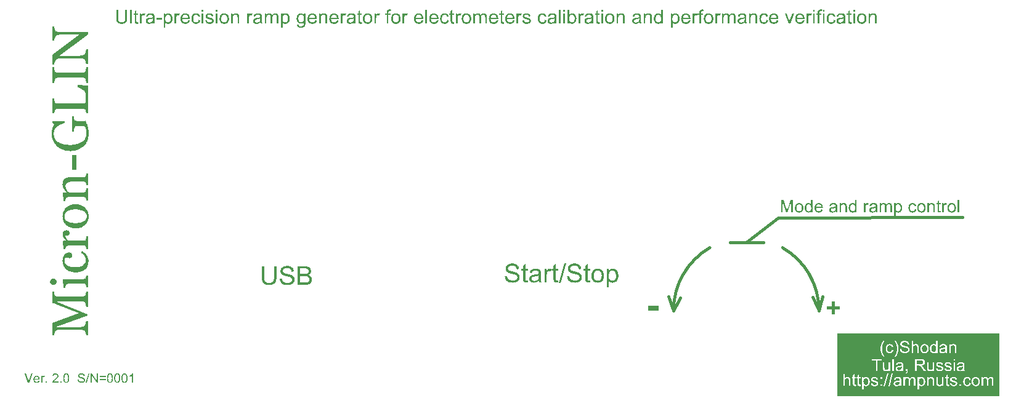
<source format=gbr>
G04*
G04 #@! TF.GenerationSoftware,Altium Limited,Altium Designer,22.4.2 (48)*
G04*
G04 Layer_Color=65535*
%FSLAX25Y25*%
%MOIN*%
G70*
G04*
G04 #@! TF.SameCoordinates,7D2DC8EA-B838-4804-8774-C6E9DA1BCFE6*
G04*
G04*
G04 #@! TF.FilePolarity,Positive*
G04*
G01*
G75*
%ADD10C,0.01575*%
G36*
X389881Y81444D02*
X389106D01*
Y82064D01*
X389099Y82057D01*
X389084Y82035D01*
X389054Y81998D01*
X389018Y81954D01*
X388966Y81894D01*
X388907Y81835D01*
X388840Y81769D01*
X388759Y81703D01*
X388663Y81629D01*
X388560Y81562D01*
X388449Y81503D01*
X388324Y81452D01*
X388184Y81400D01*
X388043Y81363D01*
X387888Y81341D01*
X387719Y81334D01*
X387660D01*
X387615Y81341D01*
X387564D01*
X387505Y81348D01*
X387438Y81363D01*
X387364Y81378D01*
X387195Y81415D01*
X387010Y81474D01*
X386826Y81555D01*
X386730Y81599D01*
X386634Y81658D01*
X386626Y81666D01*
X386612Y81673D01*
X386590Y81695D01*
X386553Y81717D01*
X386508Y81754D01*
X386464Y81791D01*
X386353Y81894D01*
X386228Y82020D01*
X386102Y82175D01*
X385977Y82359D01*
X385866Y82566D01*
Y82573D01*
X385852Y82596D01*
X385844Y82625D01*
X385822Y82669D01*
X385807Y82721D01*
X385785Y82787D01*
X385756Y82869D01*
X385733Y82950D01*
X385711Y83046D01*
X385682Y83149D01*
X385660Y83260D01*
X385645Y83378D01*
X385615Y83629D01*
X385601Y83902D01*
Y83909D01*
Y83939D01*
Y83976D01*
X385608Y84027D01*
Y84094D01*
X385615Y84167D01*
X385623Y84256D01*
X385630Y84352D01*
X385660Y84559D01*
X385704Y84780D01*
X385763Y85016D01*
X385844Y85245D01*
Y85252D01*
X385859Y85274D01*
X385874Y85304D01*
X385888Y85348D01*
X385918Y85393D01*
X385947Y85452D01*
X386029Y85584D01*
X386132Y85739D01*
X386257Y85887D01*
X386405Y86035D01*
X386582Y86168D01*
X386590Y86175D01*
X386604Y86182D01*
X386634Y86197D01*
X386671Y86219D01*
X386715Y86241D01*
X386774Y86271D01*
X386833Y86300D01*
X386907Y86330D01*
X387069Y86389D01*
X387254Y86440D01*
X387460Y86477D01*
X387571Y86492D01*
X387756D01*
X387844Y86485D01*
X387947Y86470D01*
X388073Y86448D01*
X388206Y86411D01*
X388346Y86367D01*
X388479Y86300D01*
X388486D01*
X388494Y86293D01*
X388538Y86263D01*
X388597Y86226D01*
X388678Y86168D01*
X388767Y86094D01*
X388863Y86013D01*
X388959Y85917D01*
X389047Y85806D01*
Y88256D01*
X389881D01*
Y81444D01*
D02*
G37*
G36*
X366073D02*
X365298D01*
Y82064D01*
X365291Y82057D01*
X365276Y82035D01*
X365247Y81998D01*
X365210Y81954D01*
X365158Y81894D01*
X365099Y81835D01*
X365033Y81769D01*
X364951Y81703D01*
X364855Y81629D01*
X364752Y81562D01*
X364641Y81503D01*
X364516Y81452D01*
X364376Y81400D01*
X364235Y81363D01*
X364081Y81341D01*
X363911Y81334D01*
X363852D01*
X363808Y81341D01*
X363756D01*
X363697Y81348D01*
X363630Y81363D01*
X363557Y81378D01*
X363387Y81415D01*
X363202Y81474D01*
X363018Y81555D01*
X362922Y81599D01*
X362826Y81658D01*
X362819Y81666D01*
X362804Y81673D01*
X362782Y81695D01*
X362745Y81717D01*
X362701Y81754D01*
X362656Y81791D01*
X362545Y81894D01*
X362420Y82020D01*
X362295Y82175D01*
X362169Y82359D01*
X362058Y82566D01*
Y82573D01*
X362044Y82596D01*
X362036Y82625D01*
X362014Y82669D01*
X361999Y82721D01*
X361977Y82787D01*
X361948Y82869D01*
X361926Y82950D01*
X361903Y83046D01*
X361874Y83149D01*
X361852Y83260D01*
X361837Y83378D01*
X361807Y83629D01*
X361793Y83902D01*
Y83909D01*
Y83939D01*
Y83976D01*
X361800Y84027D01*
Y84094D01*
X361807Y84167D01*
X361815Y84256D01*
X361822Y84352D01*
X361852Y84559D01*
X361896Y84780D01*
X361955Y85016D01*
X362036Y85245D01*
Y85252D01*
X362051Y85274D01*
X362066Y85304D01*
X362081Y85348D01*
X362110Y85393D01*
X362140Y85452D01*
X362221Y85584D01*
X362324Y85739D01*
X362450Y85887D01*
X362597Y86035D01*
X362774Y86168D01*
X362782Y86175D01*
X362796Y86182D01*
X362826Y86197D01*
X362863Y86219D01*
X362907Y86241D01*
X362966Y86271D01*
X363025Y86300D01*
X363099Y86330D01*
X363261Y86389D01*
X363446Y86440D01*
X363652Y86477D01*
X363763Y86492D01*
X363948D01*
X364036Y86485D01*
X364140Y86470D01*
X364265Y86448D01*
X364398Y86411D01*
X364538Y86367D01*
X364671Y86300D01*
X364678D01*
X364686Y86293D01*
X364730Y86263D01*
X364789Y86226D01*
X364870Y86168D01*
X364959Y86094D01*
X365055Y86013D01*
X365151Y85917D01*
X365239Y85806D01*
Y88256D01*
X366073D01*
Y81444D01*
D02*
G37*
G36*
X412515Y86485D02*
X412574D01*
X412641Y86477D01*
X412707Y86463D01*
X412788Y86448D01*
X412966Y86411D01*
X413150Y86352D01*
X413342Y86271D01*
X413438Y86219D01*
X413526Y86160D01*
X413534D01*
X413549Y86145D01*
X413571Y86123D01*
X413608Y86101D01*
X413696Y86027D01*
X413800Y85924D01*
X413918Y85791D01*
X414043Y85636D01*
X414154Y85452D01*
X414257Y85245D01*
Y85238D01*
X414264Y85216D01*
X414279Y85186D01*
X414294Y85142D01*
X414316Y85090D01*
X414338Y85024D01*
X414361Y84942D01*
X414383Y84861D01*
X414405Y84765D01*
X414427Y84669D01*
X414471Y84448D01*
X414501Y84204D01*
X414508Y83946D01*
Y83939D01*
Y83909D01*
Y83872D01*
X414501Y83821D01*
Y83754D01*
X414493Y83673D01*
X414486Y83584D01*
X414471Y83489D01*
X414442Y83282D01*
X414390Y83053D01*
X414324Y82817D01*
X414235Y82581D01*
Y82573D01*
X414220Y82551D01*
X414206Y82522D01*
X414183Y82485D01*
X414154Y82433D01*
X414124Y82374D01*
X414036Y82241D01*
X413925Y82086D01*
X413785Y81931D01*
X413630Y81784D01*
X413445Y81651D01*
X413438D01*
X413423Y81636D01*
X413394Y81621D01*
X413357Y81599D01*
X413305Y81577D01*
X413253Y81548D01*
X413187Y81525D01*
X413113Y81496D01*
X412951Y81437D01*
X412766Y81385D01*
X412567Y81348D01*
X412464Y81341D01*
X412353Y81334D01*
X412279D01*
X412206Y81341D01*
X412102Y81356D01*
X411984Y81378D01*
X411859Y81407D01*
X411726Y81444D01*
X411600Y81503D01*
X411586Y81511D01*
X411549Y81533D01*
X411482Y81577D01*
X411409Y81629D01*
X411320Y81688D01*
X411231Y81769D01*
X411143Y81858D01*
X411062Y81954D01*
Y79555D01*
X410228D01*
Y86382D01*
X410988D01*
Y85739D01*
X411003Y85747D01*
X411032Y85791D01*
X411091Y85865D01*
X411165Y85946D01*
X411253Y86035D01*
X411357Y86131D01*
X411468Y86219D01*
X411593Y86300D01*
X411600D01*
X411608Y86308D01*
X411652Y86330D01*
X411726Y86359D01*
X411822Y86396D01*
X411940Y86433D01*
X412080Y86463D01*
X412242Y86485D01*
X412412Y86492D01*
X412471D01*
X412515Y86485D01*
D02*
G37*
G36*
X430648D02*
X430692D01*
X430803Y86470D01*
X430929Y86455D01*
X431069Y86426D01*
X431209Y86382D01*
X431349Y86330D01*
X431357D01*
X431364Y86322D01*
X431408Y86300D01*
X431475Y86263D01*
X431563Y86219D01*
X431652Y86153D01*
X431748Y86086D01*
X431836Y86005D01*
X431910Y85909D01*
X431917Y85894D01*
X431940Y85865D01*
X431969Y85806D01*
X432013Y85732D01*
X432058Y85644D01*
X432095Y85540D01*
X432139Y85422D01*
X432168Y85289D01*
Y85282D01*
X432176Y85245D01*
X432183Y85186D01*
X432198Y85105D01*
X432205Y84994D01*
Y84928D01*
X432213Y84854D01*
Y84773D01*
X432220Y84677D01*
Y84581D01*
Y84478D01*
Y81444D01*
X431386D01*
Y84448D01*
Y84455D01*
Y84470D01*
Y84500D01*
Y84529D01*
Y84573D01*
X431379Y84625D01*
X431371Y84736D01*
X431364Y84861D01*
X431342Y84987D01*
X431320Y85105D01*
X431283Y85208D01*
X431275Y85223D01*
X431261Y85252D01*
X431239Y85297D01*
X431202Y85356D01*
X431157Y85422D01*
X431098Y85488D01*
X431025Y85555D01*
X430936Y85614D01*
X430929Y85621D01*
X430892Y85636D01*
X430840Y85666D01*
X430774Y85695D01*
X430685Y85717D01*
X430589Y85747D01*
X430478Y85762D01*
X430353Y85769D01*
X430301D01*
X430264Y85762D01*
X430220D01*
X430161Y85754D01*
X430036Y85725D01*
X429895Y85688D01*
X429740Y85629D01*
X429585Y85540D01*
X429504Y85488D01*
X429430Y85430D01*
X429423Y85422D01*
X429416Y85415D01*
X429393Y85393D01*
X429371Y85363D01*
X429342Y85319D01*
X429312Y85274D01*
X429275Y85216D01*
X429239Y85142D01*
X429202Y85061D01*
X429165Y84965D01*
X429135Y84861D01*
X429106Y84743D01*
X429084Y84610D01*
X429061Y84470D01*
X429054Y84308D01*
X429047Y84138D01*
Y81444D01*
X428213D01*
Y86382D01*
X428966D01*
Y85673D01*
X428973Y85680D01*
X428988Y85710D01*
X429025Y85747D01*
X429069Y85799D01*
X429120Y85865D01*
X429187Y85931D01*
X429268Y86005D01*
X429364Y86086D01*
X429467Y86160D01*
X429585Y86234D01*
X429711Y86300D01*
X429851Y86367D01*
X430006Y86418D01*
X430168Y86455D01*
X430345Y86485D01*
X430530Y86492D01*
X430604D01*
X430648Y86485D01*
D02*
G37*
G36*
X383054D02*
X383099D01*
X383209Y86470D01*
X383335Y86455D01*
X383475Y86426D01*
X383615Y86382D01*
X383756Y86330D01*
X383763D01*
X383770Y86322D01*
X383815Y86300D01*
X383881Y86263D01*
X383970Y86219D01*
X384058Y86153D01*
X384154Y86086D01*
X384243Y86005D01*
X384316Y85909D01*
X384324Y85894D01*
X384346Y85865D01*
X384376Y85806D01*
X384420Y85732D01*
X384464Y85644D01*
X384501Y85540D01*
X384545Y85422D01*
X384575Y85289D01*
Y85282D01*
X384582Y85245D01*
X384590Y85186D01*
X384604Y85105D01*
X384612Y84994D01*
Y84928D01*
X384619Y84854D01*
Y84773D01*
X384626Y84677D01*
Y84581D01*
Y84478D01*
Y81444D01*
X383792D01*
Y84448D01*
Y84455D01*
Y84470D01*
Y84500D01*
Y84529D01*
Y84573D01*
X383785Y84625D01*
X383778Y84736D01*
X383770Y84861D01*
X383748Y84987D01*
X383726Y85105D01*
X383689Y85208D01*
X383682Y85223D01*
X383667Y85252D01*
X383645Y85297D01*
X383608Y85356D01*
X383564Y85422D01*
X383505Y85488D01*
X383431Y85555D01*
X383342Y85614D01*
X383335Y85621D01*
X383298Y85636D01*
X383246Y85666D01*
X383180Y85695D01*
X383091Y85717D01*
X382996Y85747D01*
X382885Y85762D01*
X382759Y85769D01*
X382708D01*
X382671Y85762D01*
X382627D01*
X382567Y85754D01*
X382442Y85725D01*
X382302Y85688D01*
X382147Y85629D01*
X381992Y85540D01*
X381911Y85488D01*
X381837Y85430D01*
X381829Y85422D01*
X381822Y85415D01*
X381800Y85393D01*
X381778Y85363D01*
X381748Y85319D01*
X381719Y85274D01*
X381682Y85216D01*
X381645Y85142D01*
X381608Y85061D01*
X381571Y84965D01*
X381542Y84861D01*
X381512Y84743D01*
X381490Y84610D01*
X381468Y84470D01*
X381460Y84308D01*
X381453Y84138D01*
Y81444D01*
X380619D01*
Y86382D01*
X381372D01*
Y85673D01*
X381379Y85680D01*
X381394Y85710D01*
X381431Y85747D01*
X381475Y85799D01*
X381527Y85865D01*
X381593Y85931D01*
X381674Y86005D01*
X381770Y86086D01*
X381874Y86160D01*
X381992Y86234D01*
X382117Y86300D01*
X382258Y86367D01*
X382412Y86418D01*
X382575Y86455D01*
X382752Y86485D01*
X382936Y86492D01*
X383010D01*
X383054Y86485D01*
D02*
G37*
G36*
X438028D02*
X438065D01*
X438109Y86477D01*
X438220Y86455D01*
X438353Y86426D01*
X438493Y86374D01*
X438655Y86308D01*
X438818Y86219D01*
X438523Y85444D01*
X438508Y85452D01*
X438471Y85474D01*
X438412Y85503D01*
X438331Y85540D01*
X438242Y85570D01*
X438139Y85599D01*
X438028Y85621D01*
X437910Y85629D01*
X437866D01*
X437814Y85621D01*
X437748Y85607D01*
X437667Y85584D01*
X437585Y85555D01*
X437504Y85518D01*
X437416Y85459D01*
X437408Y85452D01*
X437379Y85430D01*
X437342Y85393D01*
X437297Y85341D01*
X437246Y85274D01*
X437194Y85201D01*
X437150Y85105D01*
X437106Y85001D01*
Y84994D01*
X437098Y84979D01*
X437091Y84957D01*
X437083Y84928D01*
X437076Y84883D01*
X437061Y84832D01*
X437039Y84714D01*
X437017Y84566D01*
X436995Y84404D01*
X436980Y84219D01*
X436973Y84027D01*
Y81444D01*
X436139D01*
Y86382D01*
X436892D01*
Y85636D01*
X436906Y85651D01*
X436921Y85680D01*
X436943Y85710D01*
X436995Y85806D01*
X437069Y85909D01*
X437150Y86027D01*
X437239Y86145D01*
X437327Y86241D01*
X437379Y86286D01*
X437423Y86322D01*
X437438Y86330D01*
X437467Y86352D01*
X437519Y86374D01*
X437578Y86411D01*
X437659Y86440D01*
X437748Y86463D01*
X437851Y86485D01*
X437954Y86492D01*
X437999D01*
X438028Y86485D01*
D02*
G37*
G36*
X395726D02*
X395763D01*
X395807Y86477D01*
X395918Y86455D01*
X396051Y86426D01*
X396191Y86374D01*
X396353Y86308D01*
X396516Y86219D01*
X396220Y85444D01*
X396206Y85452D01*
X396169Y85474D01*
X396110Y85503D01*
X396028Y85540D01*
X395940Y85570D01*
X395837Y85599D01*
X395726Y85621D01*
X395608Y85629D01*
X395564D01*
X395512Y85621D01*
X395445Y85607D01*
X395364Y85584D01*
X395283Y85555D01*
X395202Y85518D01*
X395113Y85459D01*
X395106Y85452D01*
X395076Y85430D01*
X395040Y85393D01*
X394995Y85341D01*
X394944Y85274D01*
X394892Y85201D01*
X394848Y85105D01*
X394804Y85001D01*
Y84994D01*
X394796Y84979D01*
X394789Y84957D01*
X394781Y84928D01*
X394774Y84883D01*
X394759Y84832D01*
X394737Y84714D01*
X394715Y84566D01*
X394693Y84404D01*
X394678Y84219D01*
X394671Y84027D01*
Y81444D01*
X393837D01*
Y86382D01*
X394589D01*
Y85636D01*
X394604Y85651D01*
X394619Y85680D01*
X394641Y85710D01*
X394693Y85806D01*
X394767Y85909D01*
X394848Y86027D01*
X394936Y86145D01*
X395025Y86241D01*
X395076Y86286D01*
X395121Y86322D01*
X395136Y86330D01*
X395165Y86352D01*
X395217Y86374D01*
X395276Y86411D01*
X395357Y86440D01*
X395445Y86463D01*
X395549Y86485D01*
X395652Y86492D01*
X395696D01*
X395726Y86485D01*
D02*
G37*
G36*
X407578D02*
X407645Y86477D01*
X407711Y86470D01*
X407792Y86455D01*
X407881Y86440D01*
X408058Y86389D01*
X408250Y86315D01*
X408338Y86271D01*
X408427Y86219D01*
X408516Y86153D01*
X408589Y86079D01*
X408597Y86071D01*
X408604Y86057D01*
X408626Y86035D01*
X408648Y86005D01*
X408685Y85961D01*
X408715Y85909D01*
X408752Y85843D01*
X408789Y85769D01*
X408825Y85688D01*
X408862Y85599D01*
X408899Y85496D01*
X408929Y85385D01*
X408951Y85260D01*
X408973Y85127D01*
X408980Y84987D01*
X408988Y84832D01*
Y81444D01*
X408154D01*
Y84551D01*
Y84559D01*
Y84573D01*
Y84603D01*
Y84632D01*
X408146Y84721D01*
Y84832D01*
X408132Y84950D01*
X408117Y85068D01*
X408102Y85179D01*
X408073Y85274D01*
Y85282D01*
X408058Y85311D01*
X408036Y85348D01*
X408006Y85400D01*
X407962Y85459D01*
X407918Y85518D01*
X407851Y85577D01*
X407778Y85629D01*
X407770Y85636D01*
X407741Y85651D01*
X407696Y85673D01*
X407637Y85703D01*
X407563Y85725D01*
X407475Y85747D01*
X407379Y85762D01*
X407276Y85769D01*
X407224D01*
X407187Y85762D01*
X407143D01*
X407091Y85754D01*
X406973Y85725D01*
X406833Y85688D01*
X406685Y85621D01*
X406545Y85540D01*
X406471Y85481D01*
X406405Y85422D01*
Y85415D01*
X406390Y85407D01*
X406375Y85385D01*
X406353Y85356D01*
X406324Y85319D01*
X406294Y85274D01*
X406265Y85216D01*
X406235Y85156D01*
X406198Y85083D01*
X406169Y85001D01*
X406139Y84905D01*
X406110Y84810D01*
X406087Y84699D01*
X406073Y84573D01*
X406065Y84448D01*
X406058Y84308D01*
Y81444D01*
X405224D01*
Y84647D01*
Y84655D01*
Y84669D01*
Y84699D01*
Y84743D01*
X405217Y84787D01*
Y84839D01*
X405202Y84965D01*
X405172Y85097D01*
X405135Y85238D01*
X405084Y85370D01*
X405017Y85488D01*
X405010Y85503D01*
X404981Y85533D01*
X404929Y85577D01*
X404862Y85629D01*
X404767Y85680D01*
X404656Y85725D01*
X404516Y85754D01*
X404353Y85769D01*
X404294D01*
X404228Y85762D01*
X404139Y85747D01*
X404036Y85725D01*
X403925Y85688D01*
X403814Y85644D01*
X403696Y85577D01*
X403682Y85570D01*
X403645Y85540D01*
X403593Y85503D01*
X403534Y85437D01*
X403460Y85363D01*
X403386Y85267D01*
X403320Y85156D01*
X403261Y85031D01*
Y85024D01*
X403254Y85016D01*
X403246Y84994D01*
X403239Y84965D01*
X403231Y84928D01*
X403217Y84883D01*
X403209Y84832D01*
X403195Y84773D01*
X403180Y84699D01*
X403172Y84625D01*
X403158Y84544D01*
X403150Y84448D01*
X403143Y84352D01*
X403135Y84241D01*
X403128Y84131D01*
Y84005D01*
Y81444D01*
X402294D01*
Y86382D01*
X403040D01*
Y85695D01*
X403054Y85703D01*
X403084Y85747D01*
X403135Y85813D01*
X403209Y85894D01*
X403298Y85990D01*
X403401Y86086D01*
X403519Y86182D01*
X403659Y86271D01*
X403667D01*
X403674Y86278D01*
X403696Y86293D01*
X403726Y86308D01*
X403763Y86322D01*
X403807Y86345D01*
X403910Y86382D01*
X404043Y86426D01*
X404191Y86455D01*
X404361Y86485D01*
X404538Y86492D01*
X404626D01*
X404678Y86485D01*
X404730Y86477D01*
X404855Y86463D01*
X404995Y86433D01*
X405143Y86396D01*
X405290Y86337D01*
X405431Y86263D01*
X405438D01*
X405445Y86256D01*
X405490Y86219D01*
X405549Y86168D01*
X405630Y86101D01*
X405711Y86005D01*
X405792Y85902D01*
X405866Y85776D01*
X405933Y85629D01*
X405940Y85636D01*
X405962Y85666D01*
X405992Y85710D01*
X406043Y85762D01*
X406095Y85828D01*
X406169Y85902D01*
X406250Y85983D01*
X406346Y86064D01*
X406449Y86138D01*
X406567Y86219D01*
X406693Y86293D01*
X406825Y86359D01*
X406973Y86411D01*
X407128Y86455D01*
X407290Y86485D01*
X407460Y86492D01*
X407534D01*
X407578Y86485D01*
D02*
G37*
G36*
X420287D02*
X420353Y86477D01*
X420434Y86470D01*
X420523Y86455D01*
X420619Y86440D01*
X420825Y86389D01*
X421047Y86315D01*
X421157Y86271D01*
X421268Y86219D01*
X421372Y86153D01*
X421467Y86079D01*
X421475Y86071D01*
X421489Y86057D01*
X421519Y86035D01*
X421549Y86005D01*
X421593Y85961D01*
X421637Y85909D01*
X421689Y85850D01*
X421740Y85784D01*
X421800Y85703D01*
X421851Y85621D01*
X421910Y85525D01*
X421962Y85422D01*
X422006Y85311D01*
X422050Y85193D01*
X422095Y85061D01*
X422124Y84928D01*
X421312Y84802D01*
Y84810D01*
X421305Y84824D01*
X421298Y84847D01*
X421290Y84883D01*
X421261Y84972D01*
X421216Y85083D01*
X421157Y85201D01*
X421091Y85326D01*
X421002Y85444D01*
X420899Y85548D01*
X420884Y85562D01*
X420848Y85592D01*
X420781Y85629D01*
X420700Y85680D01*
X420597Y85725D01*
X420478Y85769D01*
X420338Y85799D01*
X420191Y85806D01*
X420132D01*
X420087Y85799D01*
X420028Y85791D01*
X419969Y85784D01*
X419822Y85747D01*
X419659Y85695D01*
X419578Y85658D01*
X419490Y85614D01*
X419408Y85562D01*
X419320Y85496D01*
X419239Y85430D01*
X419165Y85348D01*
X419158Y85341D01*
X419150Y85326D01*
X419128Y85304D01*
X419106Y85260D01*
X419076Y85216D01*
X419039Y85156D01*
X419002Y85083D01*
X418973Y85001D01*
X418936Y84905D01*
X418899Y84802D01*
X418862Y84684D01*
X418833Y84551D01*
X418811Y84411D01*
X418788Y84263D01*
X418781Y84094D01*
X418774Y83917D01*
Y83909D01*
Y83872D01*
Y83821D01*
X418781Y83754D01*
X418788Y83673D01*
X418796Y83577D01*
X418803Y83474D01*
X418818Y83363D01*
X418862Y83127D01*
X418936Y82883D01*
X418973Y82773D01*
X419025Y82662D01*
X419084Y82559D01*
X419150Y82470D01*
X419158Y82463D01*
X419165Y82448D01*
X419187Y82426D01*
X419216Y82404D01*
X419261Y82367D01*
X419305Y82330D01*
X419357Y82286D01*
X419416Y82249D01*
X419563Y82160D01*
X419733Y82094D01*
X419829Y82064D01*
X419925Y82042D01*
X420036Y82027D01*
X420146Y82020D01*
X420191D01*
X420228Y82027D01*
X420272D01*
X420316Y82035D01*
X420434Y82057D01*
X420560Y82094D01*
X420700Y82145D01*
X420833Y82219D01*
X420966Y82315D01*
X420973Y82323D01*
X420980Y82330D01*
X421017Y82374D01*
X421076Y82448D01*
X421106Y82492D01*
X421143Y82544D01*
X421180Y82610D01*
X421216Y82677D01*
X421246Y82750D01*
X421283Y82839D01*
X421312Y82928D01*
X421342Y83031D01*
X421364Y83134D01*
X421386Y83252D01*
X422205Y83142D01*
Y83134D01*
X422198Y83105D01*
X422191Y83060D01*
X422176Y83002D01*
X422154Y82928D01*
X422132Y82846D01*
X422102Y82758D01*
X422065Y82655D01*
X421977Y82448D01*
X421918Y82337D01*
X421851Y82227D01*
X421785Y82116D01*
X421704Y82005D01*
X421608Y81909D01*
X421512Y81813D01*
X421504Y81806D01*
X421489Y81791D01*
X421453Y81769D01*
X421416Y81739D01*
X421357Y81703D01*
X421298Y81658D01*
X421216Y81621D01*
X421135Y81577D01*
X421039Y81525D01*
X420936Y81489D01*
X420825Y81444D01*
X420707Y81407D01*
X420574Y81378D01*
X420442Y81356D01*
X420301Y81341D01*
X420154Y81334D01*
X420110D01*
X420058Y81341D01*
X419984D01*
X419903Y81356D01*
X419800Y81371D01*
X419689Y81385D01*
X419571Y81415D01*
X419445Y81452D01*
X419312Y81496D01*
X419180Y81548D01*
X419039Y81614D01*
X418906Y81688D01*
X418774Y81776D01*
X418648Y81872D01*
X418530Y81990D01*
X418523Y81998D01*
X418501Y82020D01*
X418471Y82057D01*
X418434Y82116D01*
X418390Y82182D01*
X418338Y82263D01*
X418279Y82367D01*
X418228Y82477D01*
X418168Y82603D01*
X418110Y82743D01*
X418058Y82898D01*
X418014Y83068D01*
X417977Y83252D01*
X417947Y83452D01*
X417925Y83666D01*
X417918Y83887D01*
Y83894D01*
Y83924D01*
Y83968D01*
X417925Y84020D01*
Y84094D01*
X417932Y84175D01*
X417940Y84263D01*
X417947Y84367D01*
X417984Y84581D01*
X418028Y84817D01*
X418087Y85061D01*
X418176Y85289D01*
Y85297D01*
X418191Y85319D01*
X418205Y85348D01*
X418228Y85385D01*
X418257Y85437D01*
X418287Y85496D01*
X418375Y85629D01*
X418486Y85769D01*
X418626Y85924D01*
X418788Y86064D01*
X418980Y86190D01*
X418988D01*
X419002Y86204D01*
X419032Y86219D01*
X419076Y86234D01*
X419128Y86263D01*
X419187Y86286D01*
X419253Y86315D01*
X419327Y86345D01*
X419416Y86367D01*
X419504Y86396D01*
X419704Y86448D01*
X419925Y86477D01*
X420154Y86492D01*
X420235D01*
X420287Y86485D01*
D02*
G37*
G36*
X355468Y81444D02*
X354597D01*
Y87149D01*
X352605Y81444D01*
X351793D01*
X349830Y87245D01*
Y81444D01*
X348959D01*
Y88256D01*
X350309D01*
X351926Y83429D01*
Y83422D01*
X351933Y83400D01*
X351948Y83363D01*
X351963Y83319D01*
X351977Y83267D01*
X351999Y83201D01*
X352051Y83053D01*
X352103Y82891D01*
X352154Y82721D01*
X352206Y82566D01*
X352228Y82492D01*
X352250Y82426D01*
Y82433D01*
X352258Y82441D01*
X352265Y82463D01*
X352273Y82492D01*
X352287Y82537D01*
X352302Y82581D01*
X352317Y82640D01*
X352339Y82699D01*
X352361Y82773D01*
X352391Y82854D01*
X352420Y82942D01*
X352450Y83046D01*
X352486Y83149D01*
X352523Y83267D01*
X352568Y83385D01*
X352612Y83518D01*
X354250Y88256D01*
X355468D01*
Y81444D01*
D02*
G37*
G36*
X445415D02*
X444582D01*
Y88256D01*
X445415D01*
Y81444D01*
D02*
G37*
G36*
X399254Y86485D02*
X399320D01*
X399460Y86470D01*
X399623Y86455D01*
X399792Y86426D01*
X399962Y86389D01*
X400117Y86337D01*
X400124D01*
X400132Y86330D01*
X400154Y86322D01*
X400183Y86308D01*
X400250Y86278D01*
X400339Y86234D01*
X400434Y86182D01*
X400530Y86116D01*
X400619Y86042D01*
X400700Y85961D01*
X400707Y85953D01*
X400730Y85924D01*
X400767Y85872D01*
X400803Y85806D01*
X400848Y85725D01*
X400892Y85629D01*
X400936Y85518D01*
X400966Y85393D01*
Y85385D01*
X400973Y85348D01*
X400981Y85297D01*
X400988Y85216D01*
X400995Y85112D01*
X401003Y84979D01*
Y84898D01*
X401010Y84817D01*
Y84728D01*
Y84625D01*
Y83511D01*
Y83496D01*
Y83459D01*
Y83400D01*
Y83326D01*
Y83230D01*
Y83127D01*
X401017Y83009D01*
Y82891D01*
X401025Y82640D01*
Y82514D01*
X401032Y82396D01*
X401040Y82286D01*
X401047Y82190D01*
X401054Y82101D01*
X401062Y82035D01*
Y82020D01*
X401069Y81983D01*
X401084Y81924D01*
X401106Y81843D01*
X401135Y81754D01*
X401172Y81658D01*
X401217Y81548D01*
X401268Y81444D01*
X400397D01*
X400390Y81459D01*
X400375Y81489D01*
X400353Y81548D01*
X400331Y81621D01*
X400302Y81710D01*
X400272Y81813D01*
X400250Y81931D01*
X400235Y82064D01*
X400228Y82057D01*
X400213Y82049D01*
X400191Y82027D01*
X400154Y81998D01*
X400110Y81968D01*
X400065Y81924D01*
X399947Y81843D01*
X399807Y81747D01*
X399659Y81651D01*
X399497Y81570D01*
X399335Y81496D01*
X399327D01*
X399313Y81489D01*
X399290Y81481D01*
X399261Y81474D01*
X399224Y81459D01*
X399172Y81444D01*
X399062Y81415D01*
X398921Y81385D01*
X398766Y81356D01*
X398597Y81341D01*
X398412Y81334D01*
X398331D01*
X398279Y81341D01*
X398213Y81348D01*
X398132Y81356D01*
X398043Y81363D01*
X397955Y81385D01*
X397748Y81429D01*
X397541Y81496D01*
X397446Y81540D01*
X397342Y81599D01*
X397254Y81658D01*
X397165Y81725D01*
X397158Y81732D01*
X397143Y81747D01*
X397128Y81769D01*
X397099Y81798D01*
X397062Y81835D01*
X397025Y81887D01*
X396988Y81939D01*
X396951Y82005D01*
X396870Y82145D01*
X396796Y82323D01*
X396766Y82418D01*
X396752Y82522D01*
X396737Y82632D01*
X396730Y82743D01*
Y82750D01*
Y82758D01*
Y82802D01*
X396737Y82876D01*
X396752Y82965D01*
X396766Y83068D01*
X396796Y83179D01*
X396840Y83289D01*
X396892Y83407D01*
X396899Y83422D01*
X396921Y83459D01*
X396958Y83511D01*
X397010Y83584D01*
X397069Y83658D01*
X397143Y83740D01*
X397224Y83813D01*
X397320Y83887D01*
X397335Y83894D01*
X397372Y83917D01*
X397423Y83953D01*
X397497Y83990D01*
X397586Y84035D01*
X397689Y84079D01*
X397807Y84123D01*
X397925Y84160D01*
X397940D01*
X397970Y84175D01*
X398028Y84182D01*
X398110Y84204D01*
X398213Y84219D01*
X398346Y84241D01*
X398494Y84263D01*
X398671Y84286D01*
X398685D01*
X398715Y84293D01*
X398766Y84300D01*
X398833Y84308D01*
X398921Y84323D01*
X399017Y84337D01*
X399121Y84352D01*
X399239Y84367D01*
X399482Y84411D01*
X399726Y84463D01*
X399844Y84492D01*
X399962Y84522D01*
X400065Y84551D01*
X400161Y84581D01*
Y84588D01*
Y84610D01*
Y84640D01*
X400169Y84669D01*
Y84743D01*
Y84773D01*
Y84795D01*
Y84802D01*
Y84817D01*
Y84847D01*
Y84876D01*
X400154Y84965D01*
X400139Y85075D01*
X400110Y85193D01*
X400065Y85311D01*
X400006Y85422D01*
X399925Y85511D01*
X399910Y85525D01*
X399896Y85540D01*
X399866Y85555D01*
X399829Y85577D01*
X399792Y85599D01*
X399689Y85658D01*
X399556Y85710D01*
X399394Y85754D01*
X399202Y85784D01*
X398980Y85799D01*
X398885D01*
X398833Y85791D01*
X398781D01*
X398648Y85776D01*
X398508Y85747D01*
X398368Y85710D01*
X398228Y85658D01*
X398110Y85592D01*
X398095Y85584D01*
X398065Y85555D01*
X398014Y85496D01*
X397955Y85422D01*
X397888Y85326D01*
X397814Y85193D01*
X397756Y85046D01*
X397726Y84957D01*
X397696Y84861D01*
X396877Y84972D01*
Y84979D01*
X396885Y84994D01*
X396892Y85024D01*
X396899Y85061D01*
X396914Y85105D01*
X396929Y85156D01*
X396966Y85274D01*
X397018Y85407D01*
X397077Y85548D01*
X397150Y85688D01*
X397239Y85813D01*
Y85821D01*
X397254Y85828D01*
X397290Y85865D01*
X397350Y85924D01*
X397431Y85998D01*
X397534Y86079D01*
X397659Y86160D01*
X397807Y86241D01*
X397977Y86315D01*
X397984D01*
X397999Y86322D01*
X398028Y86330D01*
X398065Y86345D01*
X398110Y86359D01*
X398161Y86374D01*
X398228Y86389D01*
X398302Y86404D01*
X398375Y86418D01*
X398464Y86433D01*
X398656Y86463D01*
X398870Y86485D01*
X399099Y86492D01*
X399202D01*
X399254Y86485D01*
D02*
G37*
G36*
X377571D02*
X377638D01*
X377778Y86470D01*
X377940Y86455D01*
X378110Y86426D01*
X378280Y86389D01*
X378435Y86337D01*
X378442D01*
X378449Y86330D01*
X378471Y86322D01*
X378501Y86308D01*
X378568Y86278D01*
X378656Y86234D01*
X378752Y86182D01*
X378848Y86116D01*
X378937Y86042D01*
X379018Y85961D01*
X379025Y85953D01*
X379047Y85924D01*
X379084Y85872D01*
X379121Y85806D01*
X379165Y85725D01*
X379209Y85629D01*
X379254Y85518D01*
X379283Y85393D01*
Y85385D01*
X379291Y85348D01*
X379298Y85297D01*
X379306Y85216D01*
X379313Y85112D01*
X379320Y84979D01*
Y84898D01*
X379328Y84817D01*
Y84728D01*
Y84625D01*
Y83511D01*
Y83496D01*
Y83459D01*
Y83400D01*
Y83326D01*
Y83230D01*
Y83127D01*
X379335Y83009D01*
Y82891D01*
X379342Y82640D01*
Y82514D01*
X379350Y82396D01*
X379357Y82286D01*
X379364Y82190D01*
X379372Y82101D01*
X379379Y82035D01*
Y82020D01*
X379387Y81983D01*
X379401Y81924D01*
X379423Y81843D01*
X379453Y81754D01*
X379490Y81658D01*
X379534Y81548D01*
X379586Y81444D01*
X378715D01*
X378708Y81459D01*
X378693Y81489D01*
X378671Y81548D01*
X378649Y81621D01*
X378619Y81710D01*
X378590Y81813D01*
X378568Y81931D01*
X378553Y82064D01*
X378545Y82057D01*
X378531Y82049D01*
X378508Y82027D01*
X378471Y81998D01*
X378427Y81968D01*
X378383Y81924D01*
X378265Y81843D01*
X378125Y81747D01*
X377977Y81651D01*
X377815Y81570D01*
X377652Y81496D01*
X377645D01*
X377630Y81489D01*
X377608Y81481D01*
X377578Y81474D01*
X377542Y81459D01*
X377490Y81444D01*
X377379Y81415D01*
X377239Y81385D01*
X377084Y81356D01*
X376914Y81341D01*
X376730Y81334D01*
X376649D01*
X376597Y81341D01*
X376531Y81348D01*
X376449Y81356D01*
X376361Y81363D01*
X376272Y81385D01*
X376066Y81429D01*
X375859Y81496D01*
X375763Y81540D01*
X375660Y81599D01*
X375571Y81658D01*
X375483Y81725D01*
X375475Y81732D01*
X375461Y81747D01*
X375446Y81769D01*
X375416Y81798D01*
X375379Y81835D01*
X375342Y81887D01*
X375306Y81939D01*
X375269Y82005D01*
X375187Y82145D01*
X375114Y82323D01*
X375084Y82418D01*
X375069Y82522D01*
X375055Y82632D01*
X375047Y82743D01*
Y82750D01*
Y82758D01*
Y82802D01*
X375055Y82876D01*
X375069Y82965D01*
X375084Y83068D01*
X375114Y83179D01*
X375158Y83289D01*
X375210Y83407D01*
X375217Y83422D01*
X375239Y83459D01*
X375276Y83511D01*
X375328Y83584D01*
X375387Y83658D01*
X375461Y83740D01*
X375542Y83813D01*
X375638Y83887D01*
X375652Y83894D01*
X375689Y83917D01*
X375741Y83953D01*
X375815Y83990D01*
X375903Y84035D01*
X376007Y84079D01*
X376125Y84123D01*
X376243Y84160D01*
X376257D01*
X376287Y84175D01*
X376346Y84182D01*
X376427Y84204D01*
X376531Y84219D01*
X376663Y84241D01*
X376811Y84263D01*
X376988Y84286D01*
X377003D01*
X377032Y84293D01*
X377084Y84300D01*
X377151Y84308D01*
X377239Y84323D01*
X377335Y84337D01*
X377438Y84352D01*
X377556Y84367D01*
X377800Y84411D01*
X378044Y84463D01*
X378162Y84492D01*
X378280Y84522D01*
X378383Y84551D01*
X378479Y84581D01*
Y84588D01*
Y84610D01*
Y84640D01*
X378486Y84669D01*
Y84743D01*
Y84773D01*
Y84795D01*
Y84802D01*
Y84817D01*
Y84847D01*
Y84876D01*
X378471Y84965D01*
X378457Y85075D01*
X378427Y85193D01*
X378383Y85311D01*
X378324Y85422D01*
X378243Y85511D01*
X378228Y85525D01*
X378213Y85540D01*
X378184Y85555D01*
X378147Y85577D01*
X378110Y85599D01*
X378007Y85658D01*
X377874Y85710D01*
X377711Y85754D01*
X377519Y85784D01*
X377298Y85799D01*
X377202D01*
X377151Y85791D01*
X377099D01*
X376966Y85776D01*
X376826Y85747D01*
X376686Y85710D01*
X376545Y85658D01*
X376427Y85592D01*
X376413Y85584D01*
X376383Y85555D01*
X376331Y85496D01*
X376272Y85422D01*
X376206Y85326D01*
X376132Y85193D01*
X376073Y85046D01*
X376044Y84957D01*
X376014Y84861D01*
X375195Y84972D01*
Y84979D01*
X375202Y84994D01*
X375210Y85024D01*
X375217Y85061D01*
X375232Y85105D01*
X375247Y85156D01*
X375283Y85274D01*
X375335Y85407D01*
X375394Y85548D01*
X375468Y85688D01*
X375556Y85813D01*
Y85821D01*
X375571Y85828D01*
X375608Y85865D01*
X375667Y85924D01*
X375748Y85998D01*
X375852Y86079D01*
X375977Y86160D01*
X376125Y86241D01*
X376294Y86315D01*
X376302D01*
X376317Y86322D01*
X376346Y86330D01*
X376383Y86345D01*
X376427Y86359D01*
X376479Y86374D01*
X376545Y86389D01*
X376619Y86404D01*
X376693Y86418D01*
X376782Y86433D01*
X376973Y86463D01*
X377187Y86485D01*
X377416Y86492D01*
X377519D01*
X377571Y86485D01*
D02*
G37*
G36*
X434478Y86382D02*
X435327D01*
Y85732D01*
X434478D01*
Y82839D01*
Y82832D01*
Y82824D01*
Y82780D01*
Y82721D01*
X434486Y82647D01*
Y82573D01*
X434501Y82500D01*
X434508Y82433D01*
X434523Y82381D01*
Y82374D01*
X434530Y82367D01*
X434559Y82323D01*
X434604Y82271D01*
X434663Y82219D01*
X434670D01*
X434685Y82212D01*
X434707Y82204D01*
X434737Y82190D01*
X434781Y82182D01*
X434825Y82168D01*
X434884Y82160D01*
X435010D01*
X435054Y82168D01*
X435106D01*
X435172Y82175D01*
X435246Y82182D01*
X435327Y82190D01*
X435438Y81452D01*
X435423D01*
X435379Y81437D01*
X435312Y81429D01*
X435224Y81415D01*
X435128Y81400D01*
X435024Y81393D01*
X434803Y81378D01*
X434729D01*
X434648Y81385D01*
X434545Y81393D01*
X434427Y81415D01*
X434309Y81437D01*
X434198Y81474D01*
X434095Y81518D01*
X434087Y81525D01*
X434058Y81548D01*
X434013Y81577D01*
X433954Y81621D01*
X433895Y81673D01*
X433836Y81739D01*
X433785Y81813D01*
X433740Y81894D01*
X433733Y81909D01*
X433726Y81946D01*
X433718Y81976D01*
X433711Y82012D01*
X433703Y82057D01*
X433696Y82108D01*
X433681Y82168D01*
X433674Y82241D01*
X433667Y82323D01*
X433659Y82411D01*
X433652Y82514D01*
Y82625D01*
X433644Y82750D01*
Y82883D01*
Y85732D01*
X433025D01*
Y86382D01*
X433644D01*
Y87599D01*
X434478Y88101D01*
Y86382D01*
D02*
G37*
G36*
X441408Y86485D02*
X441482D01*
X441571Y86470D01*
X441667Y86455D01*
X441777Y86433D01*
X441903Y86411D01*
X442028Y86374D01*
X442168Y86330D01*
X442301Y86271D01*
X442441Y86212D01*
X442582Y86131D01*
X442714Y86042D01*
X442847Y85939D01*
X442973Y85821D01*
X442980Y85813D01*
X443002Y85791D01*
X443032Y85754D01*
X443076Y85695D01*
X443120Y85629D01*
X443179Y85548D01*
X443238Y85452D01*
X443297Y85341D01*
X443357Y85216D01*
X443415Y85075D01*
X443475Y84928D01*
X443519Y84765D01*
X443563Y84588D01*
X443593Y84396D01*
X443615Y84190D01*
X443622Y83976D01*
Y83968D01*
Y83931D01*
Y83887D01*
X443615Y83821D01*
Y83740D01*
X443607Y83644D01*
X443600Y83540D01*
X443585Y83429D01*
X443556Y83193D01*
X443504Y82942D01*
X443430Y82699D01*
X443386Y82588D01*
X443334Y82477D01*
Y82470D01*
X443320Y82455D01*
X443305Y82426D01*
X443283Y82389D01*
X443253Y82345D01*
X443216Y82286D01*
X443120Y82168D01*
X443002Y82027D01*
X442862Y81887D01*
X442692Y81754D01*
X442500Y81629D01*
X442493D01*
X442478Y81614D01*
X442449Y81599D01*
X442405Y81585D01*
X442353Y81562D01*
X442294Y81533D01*
X442227Y81511D01*
X442146Y81481D01*
X442065Y81452D01*
X441969Y81429D01*
X441770Y81378D01*
X441548Y81348D01*
X441312Y81334D01*
X441268D01*
X441216Y81341D01*
X441143D01*
X441054Y81356D01*
X440951Y81371D01*
X440840Y81393D01*
X440714Y81415D01*
X440582Y81452D01*
X440449Y81496D01*
X440309Y81548D01*
X440168Y81614D01*
X440028Y81688D01*
X439895Y81776D01*
X439762Y81880D01*
X439637Y81998D01*
X439630Y82005D01*
X439607Y82027D01*
X439578Y82064D01*
X439541Y82123D01*
X439489Y82190D01*
X439438Y82271D01*
X439379Y82374D01*
X439320Y82485D01*
X439261Y82618D01*
X439201Y82758D01*
X439150Y82913D01*
X439098Y83083D01*
X439061Y83267D01*
X439032Y83466D01*
X439010Y83680D01*
X439002Y83909D01*
Y83917D01*
Y83924D01*
Y83968D01*
X439010Y84042D01*
X439017Y84131D01*
X439024Y84249D01*
X439039Y84382D01*
X439069Y84522D01*
X439098Y84677D01*
X439135Y84839D01*
X439187Y85009D01*
X439253Y85179D01*
X439320Y85348D01*
X439408Y85511D01*
X439511Y85666D01*
X439630Y85806D01*
X439762Y85939D01*
X439770Y85946D01*
X439792Y85961D01*
X439829Y85990D01*
X439873Y86027D01*
X439939Y86064D01*
X440013Y86116D01*
X440095Y86168D01*
X440198Y86219D01*
X440301Y86271D01*
X440419Y86315D01*
X440545Y86367D01*
X440685Y86404D01*
X440833Y86440D01*
X440980Y86470D01*
X441143Y86485D01*
X441312Y86492D01*
X441357D01*
X441408Y86485D01*
D02*
G37*
G36*
X425017D02*
X425091D01*
X425179Y86470D01*
X425276Y86455D01*
X425386Y86433D01*
X425512Y86411D01*
X425637Y86374D01*
X425777Y86330D01*
X425910Y86271D01*
X426050Y86212D01*
X426191Y86131D01*
X426323Y86042D01*
X426456Y85939D01*
X426582Y85821D01*
X426589Y85813D01*
X426611Y85791D01*
X426641Y85754D01*
X426685Y85695D01*
X426729Y85629D01*
X426788Y85548D01*
X426847Y85452D01*
X426906Y85341D01*
X426966Y85216D01*
X427025Y85075D01*
X427084Y84928D01*
X427128Y84765D01*
X427172Y84588D01*
X427202Y84396D01*
X427224Y84190D01*
X427231Y83976D01*
Y83968D01*
Y83931D01*
Y83887D01*
X427224Y83821D01*
Y83740D01*
X427216Y83644D01*
X427209Y83540D01*
X427194Y83429D01*
X427165Y83193D01*
X427113Y82942D01*
X427039Y82699D01*
X426995Y82588D01*
X426943Y82477D01*
Y82470D01*
X426929Y82455D01*
X426914Y82426D01*
X426892Y82389D01*
X426862Y82345D01*
X426825Y82286D01*
X426729Y82168D01*
X426611Y82027D01*
X426471Y81887D01*
X426301Y81754D01*
X426109Y81629D01*
X426102D01*
X426087Y81614D01*
X426058Y81599D01*
X426014Y81585D01*
X425962Y81562D01*
X425903Y81533D01*
X425836Y81511D01*
X425755Y81481D01*
X425674Y81452D01*
X425578Y81429D01*
X425379Y81378D01*
X425157Y81348D01*
X424921Y81334D01*
X424877D01*
X424825Y81341D01*
X424752D01*
X424663Y81356D01*
X424560Y81371D01*
X424449Y81393D01*
X424324Y81415D01*
X424191Y81452D01*
X424058Y81496D01*
X423918Y81548D01*
X423777Y81614D01*
X423637Y81688D01*
X423504Y81776D01*
X423371Y81880D01*
X423246Y81998D01*
X423239Y82005D01*
X423216Y82027D01*
X423187Y82064D01*
X423150Y82123D01*
X423098Y82190D01*
X423047Y82271D01*
X422988Y82374D01*
X422929Y82485D01*
X422870Y82618D01*
X422811Y82758D01*
X422759Y82913D01*
X422707Y83083D01*
X422670Y83267D01*
X422641Y83466D01*
X422619Y83680D01*
X422611Y83909D01*
Y83917D01*
Y83924D01*
Y83968D01*
X422619Y84042D01*
X422626Y84131D01*
X422633Y84249D01*
X422648Y84382D01*
X422678Y84522D01*
X422707Y84677D01*
X422744Y84839D01*
X422796Y85009D01*
X422862Y85179D01*
X422929Y85348D01*
X423017Y85511D01*
X423120Y85666D01*
X423239Y85806D01*
X423371Y85939D01*
X423379Y85946D01*
X423401Y85961D01*
X423438Y85990D01*
X423482Y86027D01*
X423549Y86064D01*
X423622Y86116D01*
X423703Y86168D01*
X423807Y86219D01*
X423910Y86271D01*
X424028Y86315D01*
X424154Y86367D01*
X424294Y86404D01*
X424441Y86440D01*
X424589Y86470D01*
X424752Y86485D01*
X424921Y86492D01*
X424965D01*
X425017Y86485D01*
D02*
G37*
G36*
X369512D02*
X369579D01*
X369667Y86470D01*
X369763Y86455D01*
X369874Y86433D01*
X369992Y86411D01*
X370117Y86374D01*
X370243Y86330D01*
X370383Y86271D01*
X370516Y86204D01*
X370649Y86131D01*
X370782Y86035D01*
X370914Y85931D01*
X371033Y85813D01*
X371040Y85806D01*
X371062Y85784D01*
X371092Y85747D01*
X371128Y85688D01*
X371180Y85621D01*
X371232Y85540D01*
X371291Y85437D01*
X371350Y85326D01*
X371402Y85201D01*
X371461Y85061D01*
X371512Y84905D01*
X371564Y84736D01*
X371601Y84551D01*
X371630Y84352D01*
X371652Y84145D01*
X371660Y83924D01*
Y83909D01*
Y83872D01*
Y83798D01*
X371652Y83703D01*
X367970D01*
Y83695D01*
Y83666D01*
X367977Y83621D01*
X367985Y83570D01*
X367992Y83496D01*
X368007Y83422D01*
X368021Y83334D01*
X368044Y83238D01*
X368103Y83038D01*
X368184Y82824D01*
X368235Y82728D01*
X368287Y82625D01*
X368354Y82537D01*
X368427Y82448D01*
X368435Y82441D01*
X368449Y82433D01*
X368472Y82411D01*
X368501Y82381D01*
X368545Y82352D01*
X368590Y82315D01*
X368649Y82271D01*
X368715Y82234D01*
X368863Y82153D01*
X369040Y82086D01*
X369136Y82057D01*
X369239Y82042D01*
X369350Y82027D01*
X369461Y82020D01*
X369505D01*
X369534Y82027D01*
X369623Y82035D01*
X369734Y82049D01*
X369852Y82079D01*
X369985Y82123D01*
X370117Y82175D01*
X370243Y82256D01*
X370250D01*
X370258Y82271D01*
X370294Y82300D01*
X370354Y82359D01*
X370427Y82448D01*
X370509Y82551D01*
X370597Y82692D01*
X370686Y82854D01*
X370759Y83038D01*
X371630Y82928D01*
Y82920D01*
X371623Y82891D01*
X371608Y82854D01*
X371586Y82802D01*
X371564Y82736D01*
X371534Y82662D01*
X371497Y82581D01*
X371461Y82492D01*
X371357Y82308D01*
X371224Y82108D01*
X371143Y82012D01*
X371062Y81917D01*
X370973Y81828D01*
X370870Y81747D01*
X370863Y81739D01*
X370848Y81732D01*
X370811Y81710D01*
X370774Y81680D01*
X370715Y81651D01*
X370649Y81614D01*
X370575Y81577D01*
X370486Y81540D01*
X370390Y81503D01*
X370280Y81466D01*
X370169Y81429D01*
X370044Y81400D01*
X369911Y81371D01*
X369771Y81348D01*
X369616Y81341D01*
X369461Y81334D01*
X369416D01*
X369357Y81341D01*
X369283D01*
X369187Y81356D01*
X369084Y81371D01*
X368966Y81393D01*
X368841Y81415D01*
X368708Y81452D01*
X368568Y81496D01*
X368420Y81548D01*
X368280Y81614D01*
X368132Y81688D01*
X367999Y81776D01*
X367866Y81880D01*
X367741Y81998D01*
X367734Y82005D01*
X367711Y82027D01*
X367682Y82064D01*
X367645Y82123D01*
X367593Y82190D01*
X367542Y82271D01*
X367483Y82367D01*
X367431Y82477D01*
X367372Y82603D01*
X367313Y82743D01*
X367261Y82898D01*
X367210Y83068D01*
X367173Y83245D01*
X367143Y83437D01*
X367121Y83644D01*
X367114Y83865D01*
Y83880D01*
Y83917D01*
X367121Y83983D01*
Y84072D01*
X367136Y84175D01*
X367151Y84293D01*
X367165Y84433D01*
X367195Y84573D01*
X367224Y84728D01*
X367269Y84883D01*
X367320Y85046D01*
X367379Y85208D01*
X367453Y85363D01*
X367542Y85518D01*
X367638Y85666D01*
X367748Y85799D01*
X367756Y85806D01*
X367778Y85828D01*
X367815Y85865D01*
X367866Y85909D01*
X367926Y85961D01*
X368007Y86020D01*
X368095Y86079D01*
X368199Y86145D01*
X368309Y86212D01*
X368435Y86271D01*
X368575Y86330D01*
X368723Y86382D01*
X368885Y86426D01*
X369047Y86463D01*
X369232Y86485D01*
X369416Y86492D01*
X369461D01*
X369512Y86485D01*
D02*
G37*
G36*
X358907D02*
X358981D01*
X359069Y86470D01*
X359165Y86455D01*
X359276Y86433D01*
X359402Y86411D01*
X359527Y86374D01*
X359667Y86330D01*
X359800Y86271D01*
X359940Y86212D01*
X360081Y86131D01*
X360213Y86042D01*
X360346Y85939D01*
X360472Y85821D01*
X360479Y85813D01*
X360501Y85791D01*
X360531Y85754D01*
X360575Y85695D01*
X360619Y85629D01*
X360678Y85548D01*
X360737Y85452D01*
X360796Y85341D01*
X360856Y85216D01*
X360914Y85075D01*
X360974Y84928D01*
X361018Y84765D01*
X361062Y84588D01*
X361092Y84396D01*
X361114Y84190D01*
X361121Y83976D01*
Y83968D01*
Y83931D01*
Y83887D01*
X361114Y83821D01*
Y83740D01*
X361106Y83644D01*
X361099Y83540D01*
X361084Y83429D01*
X361055Y83193D01*
X361003Y82942D01*
X360929Y82699D01*
X360885Y82588D01*
X360833Y82477D01*
Y82470D01*
X360819Y82455D01*
X360804Y82426D01*
X360782Y82389D01*
X360752Y82345D01*
X360715Y82286D01*
X360619Y82168D01*
X360501Y82027D01*
X360361Y81887D01*
X360191Y81754D01*
X359999Y81629D01*
X359992D01*
X359977Y81614D01*
X359948Y81599D01*
X359903Y81585D01*
X359852Y81562D01*
X359793Y81533D01*
X359726Y81511D01*
X359645Y81481D01*
X359564Y81452D01*
X359468Y81429D01*
X359269Y81378D01*
X359047Y81348D01*
X358811Y81334D01*
X358767D01*
X358715Y81341D01*
X358642D01*
X358553Y81356D01*
X358450Y81371D01*
X358339Y81393D01*
X358213Y81415D01*
X358081Y81452D01*
X357948Y81496D01*
X357807Y81548D01*
X357667Y81614D01*
X357527Y81688D01*
X357394Y81776D01*
X357261Y81880D01*
X357136Y81998D01*
X357129Y82005D01*
X357106Y82027D01*
X357077Y82064D01*
X357040Y82123D01*
X356988Y82190D01*
X356937Y82271D01*
X356878Y82374D01*
X356819Y82485D01*
X356760Y82618D01*
X356700Y82758D01*
X356649Y82913D01*
X356597Y83083D01*
X356560Y83267D01*
X356531Y83466D01*
X356509Y83680D01*
X356501Y83909D01*
Y83917D01*
Y83924D01*
Y83968D01*
X356509Y84042D01*
X356516Y84131D01*
X356523Y84249D01*
X356538Y84382D01*
X356568Y84522D01*
X356597Y84677D01*
X356634Y84839D01*
X356686Y85009D01*
X356752Y85179D01*
X356819Y85348D01*
X356907Y85511D01*
X357011Y85666D01*
X357129Y85806D01*
X357261Y85939D01*
X357269Y85946D01*
X357291Y85961D01*
X357328Y85990D01*
X357372Y86027D01*
X357438Y86064D01*
X357512Y86116D01*
X357593Y86168D01*
X357697Y86219D01*
X357800Y86271D01*
X357918Y86315D01*
X358044Y86367D01*
X358184Y86404D01*
X358331Y86440D01*
X358479Y86470D01*
X358642Y86485D01*
X358811Y86492D01*
X358856D01*
X358907Y86485D01*
D02*
G37*
G36*
X-44255Y182173D02*
X-44233Y182063D01*
X-44211Y181954D01*
X-44189Y181779D01*
X-44145Y181582D01*
X-44080Y181341D01*
X-44014Y181057D01*
Y181013D01*
X-43970Y180926D01*
X-43948Y180795D01*
X-43883Y180642D01*
X-43752Y180270D01*
X-43686Y180095D01*
X-43598Y179942D01*
X-43577Y179920D01*
X-43533Y179854D01*
X-43445Y179789D01*
X-43314Y179679D01*
X-43139Y179570D01*
X-42921Y179461D01*
X-42636Y179373D01*
X-42308Y179286D01*
X-42264D01*
X-42133Y179264D01*
X-41936Y179242D01*
X-41652Y179220D01*
X-41302Y179176D01*
X-40887Y179154D01*
X-40405Y179132D01*
X-39881D01*
X-25818D01*
Y177952D01*
X-41521Y166317D01*
X-31614D01*
X-31592D01*
X-31548D01*
X-31461D01*
X-31351D01*
X-31198D01*
X-31045Y166339D01*
X-30673D01*
X-30258Y166360D01*
X-29842Y166404D01*
X-29427Y166448D01*
X-29055Y166514D01*
X-29011Y166535D01*
X-28924Y166557D01*
X-28749Y166601D01*
X-28574Y166689D01*
X-28158Y166885D01*
X-27962Y167017D01*
X-27786Y167170D01*
X-27765Y167192D01*
X-27743Y167235D01*
X-27677Y167323D01*
X-27612Y167454D01*
X-27524Y167607D01*
X-27437Y167826D01*
X-27349Y168110D01*
X-27240Y168438D01*
Y168482D01*
X-27196Y168591D01*
X-27152Y168766D01*
X-27108Y168963D01*
X-27065Y169182D01*
X-27021Y169400D01*
X-26999Y169597D01*
X-26977Y169750D01*
X-26015D01*
Y161855D01*
X-26977D01*
Y161921D01*
X-26999Y162008D01*
X-27021Y162139D01*
X-27043Y162314D01*
X-27087Y162511D01*
X-27152Y162774D01*
X-27218Y163080D01*
X-27240Y163124D01*
X-27262Y163211D01*
X-27305Y163364D01*
X-27371Y163539D01*
X-27437Y163736D01*
X-27502Y163911D01*
X-27590Y164064D01*
X-27655Y164173D01*
X-27677Y164195D01*
X-27721Y164239D01*
X-27808Y164327D01*
X-27940Y164436D01*
X-28093Y164523D01*
X-28311Y164633D01*
X-28530Y164720D01*
X-28814Y164808D01*
X-28858D01*
X-28967Y164830D01*
X-29164Y164873D01*
X-29296Y164895D01*
X-29449Y164917D01*
X-29624D01*
X-29820Y164939D01*
X-30039Y164961D01*
X-30280Y164983D01*
X-30542D01*
X-30826Y165005D01*
X-31133D01*
X-31482D01*
X-40930D01*
X-40952D01*
X-41040D01*
X-41149D01*
X-41324Y164983D01*
X-41499Y164961D01*
X-41696Y164917D01*
X-42155Y164786D01*
X-42177D01*
X-42264Y164742D01*
X-42374Y164698D01*
X-42527Y164633D01*
X-42833Y164436D01*
X-43008Y164327D01*
X-43139Y164195D01*
X-43161Y164173D01*
X-43205Y164108D01*
X-43292Y163998D01*
X-43402Y163845D01*
X-43511Y163649D01*
X-43642Y163430D01*
X-43773Y163167D01*
X-43883Y162861D01*
X-43905Y162818D01*
X-43927Y162730D01*
X-43992Y162577D01*
X-44058Y162380D01*
X-44123Y162161D01*
X-44189Y161943D01*
X-44233Y161724D01*
X-44255Y161527D01*
X-45217D01*
Y167017D01*
X-30586Y177820D01*
X-39706D01*
X-39728D01*
X-39771D01*
X-39859D01*
X-39990D01*
X-40121D01*
X-40296D01*
X-40668Y177798D01*
X-41083Y177777D01*
X-41499Y177733D01*
X-41914Y177667D01*
X-42286Y177602D01*
X-42330D01*
X-42439Y177558D01*
X-42592Y177514D01*
X-42768Y177448D01*
X-42964Y177361D01*
X-43161Y177252D01*
X-43336Y177120D01*
X-43467Y176967D01*
X-43489Y176945D01*
X-43511Y176902D01*
X-43555Y176814D01*
X-43620Y176683D01*
X-43708Y176508D01*
X-43795Y176289D01*
X-43883Y176027D01*
X-43970Y175721D01*
X-43992Y175677D01*
X-44014Y175590D01*
X-44058Y175436D01*
X-44102Y175240D01*
X-44189Y174824D01*
X-44233Y174605D01*
X-44255Y174431D01*
X-45217D01*
Y182238D01*
X-44255D01*
Y182173D01*
D02*
G37*
G36*
X-26015Y151489D02*
X-26977D01*
Y151642D01*
X-26999Y151751D01*
Y151904D01*
X-27021Y152079D01*
Y152276D01*
X-27043Y152517D01*
Y152539D01*
X-27065Y152626D01*
Y152757D01*
X-27087Y152910D01*
X-27152Y153238D01*
X-27174Y153370D01*
X-27218Y153501D01*
Y153523D01*
X-27262Y153567D01*
X-27283Y153654D01*
X-27349Y153763D01*
X-27502Y153982D01*
X-27590Y154069D01*
X-27699Y154157D01*
X-27721D01*
X-27765Y154201D01*
X-27830Y154223D01*
X-27918Y154266D01*
X-28027Y154310D01*
X-28180Y154332D01*
X-28355Y154376D01*
X-28530D01*
X-42439D01*
X-42461D01*
X-42527D01*
X-42614D01*
X-42724Y154354D01*
X-42986Y154310D01*
X-43227Y154223D01*
X-43249D01*
X-43292Y154201D01*
X-43336Y154135D01*
X-43424Y154069D01*
X-43511Y153982D01*
X-43598Y153851D01*
X-43686Y153698D01*
X-43773Y153501D01*
Y153479D01*
X-43795Y153435D01*
X-43839Y153348D01*
X-43861Y153217D01*
X-43905Y153085D01*
X-43948Y152910D01*
X-44014Y152692D01*
X-44058Y152473D01*
Y152451D01*
X-44080Y152364D01*
X-44102Y152254D01*
X-44145Y152123D01*
X-44211Y151795D01*
X-44233Y151642D01*
X-44255Y151489D01*
X-45217D01*
Y160149D01*
X-44255D01*
Y159974D01*
X-44233Y159865D01*
X-44211Y159712D01*
Y159537D01*
X-44145Y159122D01*
Y159100D01*
X-44123Y159034D01*
X-44102Y158925D01*
X-44080Y158793D01*
X-44014Y158465D01*
X-43927Y158115D01*
Y158094D01*
X-43905Y158028D01*
X-43861Y157940D01*
X-43795Y157853D01*
X-43620Y157612D01*
X-43511Y157525D01*
X-43380Y157438D01*
X-43358D01*
X-43314Y157416D01*
X-43249Y157394D01*
X-43139Y157350D01*
X-42899Y157284D01*
X-42571Y157263D01*
X-28683D01*
X-28661D01*
X-28618D01*
X-28530D01*
X-28421Y157284D01*
X-28158Y157328D01*
X-27896Y157438D01*
X-27874D01*
X-27830Y157481D01*
X-27765Y157525D01*
X-27699Y157591D01*
X-27612Y157700D01*
X-27524Y157809D01*
X-27437Y157940D01*
X-27349Y158115D01*
Y158137D01*
X-27327Y158181D01*
X-27305Y158247D01*
X-27283Y158334D01*
X-27240Y158465D01*
X-27196Y158618D01*
X-27152Y158815D01*
X-27108Y159034D01*
Y159056D01*
X-27087Y159143D01*
X-27065Y159275D01*
X-27043Y159428D01*
X-26999Y159778D01*
X-26977Y160149D01*
X-26015D01*
Y151489D01*
D02*
G37*
G36*
Y150024D02*
Y135043D01*
X-26977D01*
Y135108D01*
X-26999Y135174D01*
Y135392D01*
X-27021Y135567D01*
X-27043Y135742D01*
X-27065Y135961D01*
Y135983D01*
X-27087Y136071D01*
Y136158D01*
X-27108Y136289D01*
X-27174Y136574D01*
X-27196Y136705D01*
X-27240Y136814D01*
Y136836D01*
X-27283Y136880D01*
X-27305Y136945D01*
X-27371Y137033D01*
X-27524Y137230D01*
X-27743Y137383D01*
X-27765D01*
X-27808Y137405D01*
X-27874Y137448D01*
X-27983Y137492D01*
X-28115Y137514D01*
X-28268Y137558D01*
X-28618Y137580D01*
X-42374D01*
X-42396D01*
X-42461D01*
X-42549D01*
X-42658Y137558D01*
X-42921Y137514D01*
X-43183Y137405D01*
X-43205D01*
X-43249Y137383D01*
X-43380Y137273D01*
X-43467Y137186D01*
X-43577Y137098D01*
X-43664Y136967D01*
X-43752Y136814D01*
Y136792D01*
X-43773Y136749D01*
X-43817Y136683D01*
X-43839Y136595D01*
X-43905Y136464D01*
X-43948Y136311D01*
X-43992Y136136D01*
X-44058Y135939D01*
Y135917D01*
X-44080Y135852D01*
X-44102Y135742D01*
X-44145Y135633D01*
X-44211Y135327D01*
X-44255Y135043D01*
X-45217D01*
Y143113D01*
X-44255D01*
Y143047D01*
X-44233Y142959D01*
Y142850D01*
X-44211Y142697D01*
X-44189Y142522D01*
X-44145Y142325D01*
X-44102Y142107D01*
Y142085D01*
X-44080Y142019D01*
X-44058Y141910D01*
X-44036Y141779D01*
X-43970Y141494D01*
X-43927Y141363D01*
X-43883Y141254D01*
Y141232D01*
X-43861Y141188D01*
X-43817Y141101D01*
X-43752Y141013D01*
X-43598Y140794D01*
X-43467Y140707D01*
X-43336Y140620D01*
X-43314D01*
X-43270Y140598D01*
X-43183Y140576D01*
X-43095Y140554D01*
X-42811Y140488D01*
X-42505Y140466D01*
X-29602D01*
X-29558D01*
X-29449D01*
X-29296D01*
X-29099Y140488D01*
X-28858D01*
X-28639Y140510D01*
X-28399Y140532D01*
X-28202Y140554D01*
X-28180D01*
X-28115Y140576D01*
X-28027Y140598D01*
X-27918Y140641D01*
X-27677Y140751D01*
X-27437Y140947D01*
Y140969D01*
X-27393Y141013D01*
X-27349Y141079D01*
X-27305Y141188D01*
X-27262Y141319D01*
X-27196Y141494D01*
X-27152Y141669D01*
X-27130Y141888D01*
Y141997D01*
X-27108Y142150D01*
Y142325D01*
X-27087Y142588D01*
Y142872D01*
X-27065Y143222D01*
Y144272D01*
X-27087Y144643D01*
Y144731D01*
X-27108Y144840D01*
Y144972D01*
X-27130Y145147D01*
X-27152Y145322D01*
X-27196Y145693D01*
Y145715D01*
X-27218Y145781D01*
Y145868D01*
X-27240Y145978D01*
X-27305Y146240D01*
X-27393Y146546D01*
Y146568D01*
X-27415Y146612D01*
X-27459Y146699D01*
X-27502Y146787D01*
X-27612Y146984D01*
X-27765Y147159D01*
X-27786Y147180D01*
X-27874Y147246D01*
X-28027Y147377D01*
X-28246Y147530D01*
X-28508Y147705D01*
X-28836Y147924D01*
X-29230Y148165D01*
X-29667Y148427D01*
X-29689D01*
X-29733Y148471D01*
X-29799Y148493D01*
X-29886Y148558D01*
X-30105Y148689D01*
X-30411Y148843D01*
X-30717Y149018D01*
X-31067Y149193D01*
X-31417Y149346D01*
X-31723Y149477D01*
Y150439D01*
X-26015Y150024D01*
D02*
G37*
G36*
X-33691Y133424D02*
X-33669Y133359D01*
Y133249D01*
X-33648Y133140D01*
X-33626Y132987D01*
X-33582Y132812D01*
X-33560Y132615D01*
Y132593D01*
X-33538Y132528D01*
X-33516Y132418D01*
X-33495Y132309D01*
X-33407Y132003D01*
X-33298Y131718D01*
Y131696D01*
X-33254Y131653D01*
X-33210Y131587D01*
X-33145Y131500D01*
X-32970Y131303D01*
X-32729Y131150D01*
X-32707D01*
X-32664Y131128D01*
X-32576Y131106D01*
X-32489Y131084D01*
X-32357Y131040D01*
X-32204Y131018D01*
X-31854Y130997D01*
X-30367D01*
X-30345D01*
X-30302D01*
X-30214D01*
X-30105D01*
X-29974D01*
X-29820D01*
X-29471D01*
X-29099D01*
X-28749D01*
X-28421D01*
X-28268D01*
X-28158D01*
X-28136D01*
X-28071D01*
X-27962D01*
X-27830Y131018D01*
X-27524Y131040D01*
X-27218Y131062D01*
Y131040D01*
X-27174Y130975D01*
X-27130Y130887D01*
X-27087Y130756D01*
X-27021Y130581D01*
X-26934Y130384D01*
X-26846Y130166D01*
X-26759Y129925D01*
X-26562Y129378D01*
X-26365Y128766D01*
X-26168Y128132D01*
X-25993Y127454D01*
Y127432D01*
X-25971Y127366D01*
X-25949Y127279D01*
X-25928Y127147D01*
X-25884Y126995D01*
X-25862Y126798D01*
X-25818Y126601D01*
X-25774Y126360D01*
X-25687Y125835D01*
X-25621Y125245D01*
X-25578Y124611D01*
X-25556Y123976D01*
Y123801D01*
X-25578Y123670D01*
Y123495D01*
X-25600Y123298D01*
X-25621Y123080D01*
X-25643Y122839D01*
X-25731Y122314D01*
X-25840Y121702D01*
X-26015Y121068D01*
X-26234Y120433D01*
Y120412D01*
X-26278Y120368D01*
X-26299Y120258D01*
X-26365Y120149D01*
X-26431Y119996D01*
X-26518Y119821D01*
X-26737Y119427D01*
X-27021Y118968D01*
X-27371Y118465D01*
X-27765Y117962D01*
X-28202Y117459D01*
X-28224Y117437D01*
X-28268Y117394D01*
X-28333Y117328D01*
X-28443Y117240D01*
X-28552Y117153D01*
X-28705Y117022D01*
X-28880Y116891D01*
X-29077Y116737D01*
X-29536Y116409D01*
X-30061Y116059D01*
X-30673Y115731D01*
X-31330Y115425D01*
X-31351D01*
X-31417Y115403D01*
X-31504Y115360D01*
X-31657Y115316D01*
X-31833Y115250D01*
X-32029Y115185D01*
X-32270Y115119D01*
X-32532Y115053D01*
X-32817Y114988D01*
X-33145Y114922D01*
X-33473Y114857D01*
X-33845Y114791D01*
X-34610Y114704D01*
X-35441Y114682D01*
X-35463D01*
X-35528D01*
X-35660D01*
X-35813Y114704D01*
X-36010D01*
X-36228Y114725D01*
X-36491Y114747D01*
X-36775Y114769D01*
X-37081Y114813D01*
X-37387Y114857D01*
X-38087Y114988D01*
X-38787Y115163D01*
X-39509Y115403D01*
X-39531D01*
X-39596Y115447D01*
X-39684Y115469D01*
X-39815Y115535D01*
X-39990Y115622D01*
X-40187Y115709D01*
X-40384Y115797D01*
X-40624Y115928D01*
X-41127Y116212D01*
X-41674Y116562D01*
X-42243Y116978D01*
X-42768Y117437D01*
X-42789Y117459D01*
X-42833Y117503D01*
X-42899Y117569D01*
X-42986Y117678D01*
X-43095Y117787D01*
X-43227Y117940D01*
X-43380Y118115D01*
X-43533Y118312D01*
X-43883Y118749D01*
X-44233Y119274D01*
X-44561Y119865D01*
X-44867Y120499D01*
Y120521D01*
X-44911Y120587D01*
X-44933Y120674D01*
X-44998Y120805D01*
X-45042Y120980D01*
X-45107Y121177D01*
X-45173Y121396D01*
X-45261Y121636D01*
X-45326Y121899D01*
X-45392Y122205D01*
X-45523Y122839D01*
X-45611Y123539D01*
X-45632Y124283D01*
Y124545D01*
X-45611Y124698D01*
Y124851D01*
X-45589Y125245D01*
X-45545Y125682D01*
X-45458Y126163D01*
X-45370Y126645D01*
X-45239Y127104D01*
Y127126D01*
X-45217Y127147D01*
X-45195Y127213D01*
X-45173Y127301D01*
X-45086Y127541D01*
X-44976Y127825D01*
X-44823Y128154D01*
X-44670Y128504D01*
X-44473Y128875D01*
X-44276Y129225D01*
X-45217Y129794D01*
Y130887D01*
X-38503Y131018D01*
Y129903D01*
X-38525D01*
X-38547Y129881D01*
X-38612D01*
X-38700Y129859D01*
X-38897Y129794D01*
X-39181Y129706D01*
X-39509Y129597D01*
X-39881Y129488D01*
X-40274Y129334D01*
X-40668Y129181D01*
X-40690D01*
X-40712Y129160D01*
X-40843Y129116D01*
X-41062Y129007D01*
X-41302Y128897D01*
X-41608Y128744D01*
X-41936Y128547D01*
X-42264Y128350D01*
X-42592Y128110D01*
X-42636Y128088D01*
X-42724Y128000D01*
X-42899Y127847D01*
X-43074Y127672D01*
X-43292Y127432D01*
X-43533Y127147D01*
X-43752Y126841D01*
X-43948Y126491D01*
X-43970Y126448D01*
X-44036Y126316D01*
X-44123Y126120D01*
X-44211Y125857D01*
X-44298Y125529D01*
X-44386Y125136D01*
X-44451Y124698D01*
X-44473Y124217D01*
Y123976D01*
X-44451Y123845D01*
Y123692D01*
X-44408Y123364D01*
X-44320Y122949D01*
X-44233Y122511D01*
X-44080Y122074D01*
X-43883Y121636D01*
Y121614D01*
X-43861Y121593D01*
X-43817Y121527D01*
X-43773Y121440D01*
X-43642Y121243D01*
X-43445Y120958D01*
X-43183Y120652D01*
X-42877Y120324D01*
X-42527Y119996D01*
X-42111Y119668D01*
X-42090D01*
X-42068Y119624D01*
X-42002Y119580D01*
X-41914Y119537D01*
X-41805Y119471D01*
X-41674Y119384D01*
X-41346Y119209D01*
X-40930Y118990D01*
X-40471Y118793D01*
X-39924Y118575D01*
X-39312Y118400D01*
X-39290D01*
X-39246Y118378D01*
X-39137Y118356D01*
X-39028Y118334D01*
X-38875Y118290D01*
X-38678Y118268D01*
X-38459Y118225D01*
X-38219Y118181D01*
X-37956Y118137D01*
X-37672Y118093D01*
X-37038Y118028D01*
X-36338Y117984D01*
X-35572Y117962D01*
X-35550D01*
X-35485D01*
X-35397D01*
X-35266D01*
X-35091Y117984D01*
X-34916D01*
X-34697Y118006D01*
X-34457Y118028D01*
X-33932Y118071D01*
X-33342Y118137D01*
X-32729Y118246D01*
X-32117Y118400D01*
X-32095D01*
X-32051Y118421D01*
X-31964Y118443D01*
X-31854Y118487D01*
X-31701Y118531D01*
X-31548Y118575D01*
X-31176Y118728D01*
X-30739Y118903D01*
X-30280Y119121D01*
X-29799Y119384D01*
X-29339Y119668D01*
X-29317D01*
X-29296Y119712D01*
X-29230Y119755D01*
X-29142Y119821D01*
X-28924Y119996D01*
X-28661Y120237D01*
X-28355Y120543D01*
X-28027Y120893D01*
X-27721Y121308D01*
X-27437Y121746D01*
Y121767D01*
X-27415Y121811D01*
X-27371Y121877D01*
X-27327Y121964D01*
X-27283Y122096D01*
X-27218Y122227D01*
X-27108Y122577D01*
X-26977Y123014D01*
X-26868Y123495D01*
X-26781Y124020D01*
X-26759Y124611D01*
Y124807D01*
X-26781Y125026D01*
X-26802Y125332D01*
X-26846Y125660D01*
X-26912Y126010D01*
X-26999Y126382D01*
X-27108Y126754D01*
Y126776D01*
X-27130Y126798D01*
X-27174Y126907D01*
X-27240Y127082D01*
X-27349Y127301D01*
X-27590Y127760D01*
X-27743Y127979D01*
X-27896Y128154D01*
X-27918D01*
X-28027Y128175D01*
X-28158Y128197D01*
X-28333Y128219D01*
X-28552D01*
X-28793Y128241D01*
X-29317Y128263D01*
X-29339D01*
X-29449D01*
X-29580D01*
X-29733Y128285D01*
X-29930D01*
X-30149D01*
X-30542D01*
X-31592D01*
X-31614D01*
X-31679D01*
X-31789D01*
X-31942Y128263D01*
X-32248Y128219D01*
X-32598Y128110D01*
X-32620D01*
X-32664Y128088D01*
X-32751Y128044D01*
X-32838Y127979D01*
X-32948Y127891D01*
X-33057Y127782D01*
X-33167Y127650D01*
X-33254Y127476D01*
Y127454D01*
X-33298Y127388D01*
X-33320Y127301D01*
X-33363Y127147D01*
X-33407Y126973D01*
X-33451Y126776D01*
X-33495Y126513D01*
X-33538Y126251D01*
Y126207D01*
X-33560Y126120D01*
X-33582Y125988D01*
X-33604Y125813D01*
X-33648Y125420D01*
X-33669Y125245D01*
X-33691Y125070D01*
X-34654D01*
Y133490D01*
X-33691D01*
Y133424D01*
D02*
G37*
G36*
X-32292Y104381D02*
X-34435D01*
Y112451D01*
X-32292D01*
Y104381D01*
D02*
G37*
G36*
X-26015Y96048D02*
X-26912D01*
Y96158D01*
X-26934Y96245D01*
Y96464D01*
X-26956Y96726D01*
Y96792D01*
X-26977Y96858D01*
Y96945D01*
X-27021Y97142D01*
X-27065Y97339D01*
Y97361D01*
X-27087Y97404D01*
X-27152Y97557D01*
X-27283Y97732D01*
X-27480Y97886D01*
X-27502D01*
X-27546Y97907D01*
X-27612Y97951D01*
X-27699Y97995D01*
X-27808Y98017D01*
X-27962Y98060D01*
X-28289Y98082D01*
X-35135D01*
X-35157D01*
X-35200D01*
X-35266D01*
X-35375D01*
X-35616Y98039D01*
X-35944Y97995D01*
X-36294Y97907D01*
X-36666Y97798D01*
X-37016Y97623D01*
X-37322Y97404D01*
X-37366Y97382D01*
X-37453Y97295D01*
X-37562Y97142D01*
X-37716Y96945D01*
X-37869Y96705D01*
X-37978Y96420D01*
X-38065Y96114D01*
X-38109Y95764D01*
Y95633D01*
X-38087Y95502D01*
Y95327D01*
X-38043Y95130D01*
X-38000Y94911D01*
X-37956Y94671D01*
X-37869Y94452D01*
Y94430D01*
X-37825Y94342D01*
X-37781Y94233D01*
X-37716Y94102D01*
X-37541Y93752D01*
X-37322Y93402D01*
X-37300Y93380D01*
X-37278Y93336D01*
X-37212Y93249D01*
X-37125Y93140D01*
X-36906Y92899D01*
X-36644Y92680D01*
X-36622D01*
X-36578Y92637D01*
X-36447Y92527D01*
X-36250Y92418D01*
X-36075Y92309D01*
X-28421D01*
X-28399D01*
X-28355D01*
X-28268D01*
X-28158Y92330D01*
X-27896Y92374D01*
X-27655Y92484D01*
X-27633D01*
X-27612Y92527D01*
X-27502Y92637D01*
X-27349Y92812D01*
X-27196Y93052D01*
Y93074D01*
X-27174Y93096D01*
X-27130Y93227D01*
X-27065Y93424D01*
X-26999Y93665D01*
Y93730D01*
X-26977Y93796D01*
X-26955Y93883D01*
X-26934Y94102D01*
X-26912Y94364D01*
X-26015D01*
Y87803D01*
X-26912D01*
Y87913D01*
X-26934Y88000D01*
Y88197D01*
X-26955Y88438D01*
Y88503D01*
X-26977Y88635D01*
X-27021Y88809D01*
X-27065Y89006D01*
Y89028D01*
X-27087Y89072D01*
X-27108Y89138D01*
X-27152Y89225D01*
X-27283Y89422D01*
X-27480Y89575D01*
X-27502D01*
X-27546Y89597D01*
X-27612Y89640D01*
X-27699Y89684D01*
X-27808Y89706D01*
X-27940Y89750D01*
X-28268Y89772D01*
X-36491D01*
X-36513D01*
X-36578D01*
X-36666D01*
X-36775Y89750D01*
X-37038Y89684D01*
X-37322Y89553D01*
X-37344D01*
X-37387Y89509D01*
X-37453Y89465D01*
X-37541Y89422D01*
X-37759Y89247D01*
X-37956Y89006D01*
Y88984D01*
X-37978Y88963D01*
X-38043Y88831D01*
X-38109Y88635D01*
X-38175Y88394D01*
Y88372D01*
X-38197Y88328D01*
Y88263D01*
X-38219Y88175D01*
X-38262Y87935D01*
X-38306Y87650D01*
X-39203D01*
X-39509Y92112D01*
X-39312Y92309D01*
X-37453D01*
Y92374D01*
X-37475Y92396D01*
X-37519Y92440D01*
X-37584Y92506D01*
X-37672Y92593D01*
X-37781Y92702D01*
X-37912Y92834D01*
X-38219Y93162D01*
X-38240Y93183D01*
X-38306Y93249D01*
X-38372Y93336D01*
X-38481Y93468D01*
X-38721Y93774D01*
X-38962Y94102D01*
X-38984Y94124D01*
X-39028Y94189D01*
X-39071Y94299D01*
X-39159Y94430D01*
X-39246Y94605D01*
X-39334Y94824D01*
X-39421Y95042D01*
X-39509Y95283D01*
Y95305D01*
X-39553Y95414D01*
X-39574Y95545D01*
X-39618Y95742D01*
X-39662Y95961D01*
X-39684Y96223D01*
X-39728Y96530D01*
Y97011D01*
X-39706Y97142D01*
X-39684Y97317D01*
X-39662Y97492D01*
X-39574Y97907D01*
X-39443Y98367D01*
X-39224Y98848D01*
X-39093Y99067D01*
X-38918Y99285D01*
X-38743Y99504D01*
X-38525Y99679D01*
X-38503Y99701D01*
X-38459Y99723D01*
X-38394Y99766D01*
X-38306Y99832D01*
X-38175Y99897D01*
X-38043Y99985D01*
X-37869Y100073D01*
X-37672Y100160D01*
X-37453Y100247D01*
X-37212Y100313D01*
X-36950Y100400D01*
X-36666Y100466D01*
X-36031Y100575D01*
X-35703Y100619D01*
X-35332D01*
X-28399D01*
X-28377D01*
X-28311D01*
X-28224D01*
X-28115Y100641D01*
X-27874Y100685D01*
X-27612Y100772D01*
X-27590D01*
X-27568Y100816D01*
X-27459Y100903D01*
X-27305Y101078D01*
X-27174Y101341D01*
Y101363D01*
X-27152Y101407D01*
X-27108Y101538D01*
X-27043Y101713D01*
X-26977Y101910D01*
Y101953D01*
X-26956Y102085D01*
X-26934Y102303D01*
X-26912Y102587D01*
X-26015D01*
Y96048D01*
D02*
G37*
G36*
X-32423Y85879D02*
X-32292D01*
X-31920Y85835D01*
X-31504Y85791D01*
X-31045Y85704D01*
X-30542Y85594D01*
X-30039Y85441D01*
X-30017D01*
X-29974Y85420D01*
X-29908Y85398D01*
X-29820Y85354D01*
X-29558Y85267D01*
X-29252Y85113D01*
X-28880Y84938D01*
X-28486Y84720D01*
X-28093Y84457D01*
X-27721Y84173D01*
X-27699D01*
X-27677Y84129D01*
X-27546Y83998D01*
X-27349Y83801D01*
X-27130Y83539D01*
X-26868Y83233D01*
X-26605Y82861D01*
X-26343Y82445D01*
X-26124Y81986D01*
Y81964D01*
X-26103Y81920D01*
X-26081Y81855D01*
X-26037Y81767D01*
X-25993Y81658D01*
X-25949Y81527D01*
X-25862Y81177D01*
X-25774Y80783D01*
X-25687Y80302D01*
X-25621Y79799D01*
X-25600Y79230D01*
Y79012D01*
X-25621Y78771D01*
X-25665Y78443D01*
X-25709Y78071D01*
X-25796Y77678D01*
X-25906Y77240D01*
X-26059Y76803D01*
Y76781D01*
X-26081Y76759D01*
X-26103Y76693D01*
X-26146Y76606D01*
X-26256Y76387D01*
X-26409Y76125D01*
X-26627Y75797D01*
X-26868Y75447D01*
X-27152Y75119D01*
X-27480Y74769D01*
X-27524Y74725D01*
X-27633Y74616D01*
X-27830Y74463D01*
X-28093Y74266D01*
X-28399Y74025D01*
X-28793Y73785D01*
X-29208Y73566D01*
X-29667Y73347D01*
X-29689D01*
X-29733Y73326D01*
X-29798Y73304D01*
X-29908Y73260D01*
X-30017Y73238D01*
X-30170Y73194D01*
X-30345Y73150D01*
X-30520Y73107D01*
X-30958Y72997D01*
X-31461Y72932D01*
X-32029Y72866D01*
X-32620Y72844D01*
X-32664D01*
X-32751D01*
X-32926Y72866D01*
X-33145D01*
X-33407Y72910D01*
X-33713Y72932D01*
X-34063Y72997D01*
X-34435Y73063D01*
X-34829Y73172D01*
X-35244Y73282D01*
X-35660Y73435D01*
X-36097Y73610D01*
X-36535Y73829D01*
X-36950Y74069D01*
X-37344Y74331D01*
X-37737Y74660D01*
X-37759Y74681D01*
X-37825Y74747D01*
X-37912Y74856D01*
X-38043Y74988D01*
X-38197Y75163D01*
X-38372Y75381D01*
X-38546Y75644D01*
X-38743Y75928D01*
X-38918Y76256D01*
X-39093Y76628D01*
X-39268Y77021D01*
X-39421Y77437D01*
X-39553Y77896D01*
X-39640Y78377D01*
X-39706Y78880D01*
X-39728Y79427D01*
Y79558D01*
X-39706Y79690D01*
Y79887D01*
X-39662Y80127D01*
X-39618Y80411D01*
X-39574Y80717D01*
X-39487Y81067D01*
X-39399Y81417D01*
X-39268Y81789D01*
X-39115Y82183D01*
X-38918Y82577D01*
X-38700Y82970D01*
X-38459Y83342D01*
X-38153Y83714D01*
X-37825Y84064D01*
X-37803Y84086D01*
X-37737Y84151D01*
X-37628Y84239D01*
X-37475Y84348D01*
X-37300Y84501D01*
X-37059Y84654D01*
X-36797Y84807D01*
X-36491Y84982D01*
X-36141Y85157D01*
X-35769Y85310D01*
X-35353Y85485D01*
X-34916Y85616D01*
X-34435Y85726D01*
X-33910Y85813D01*
X-33363Y85879D01*
X-32795Y85901D01*
X-32773D01*
X-32729D01*
X-32664D01*
X-32554D01*
X-32423Y85879D01*
D02*
G37*
G36*
X-37387Y71729D02*
X-37212Y71707D01*
X-37016Y71663D01*
X-36819Y71598D01*
X-36600Y71510D01*
X-36403Y71401D01*
X-36381Y71379D01*
X-36316Y71335D01*
X-36228Y71270D01*
X-36141Y71160D01*
X-36053Y71007D01*
X-35966Y70832D01*
X-35900Y70614D01*
X-35878Y70373D01*
Y70242D01*
X-35900Y70111D01*
X-35922Y69936D01*
X-35966Y69761D01*
X-36053Y69564D01*
X-36141Y69367D01*
X-36272Y69214D01*
X-36294Y69192D01*
X-36338Y69148D01*
X-36425Y69083D01*
X-36535Y69017D01*
X-36797Y68886D01*
X-36950Y68842D01*
X-37125Y68820D01*
X-37147D01*
X-37169D01*
X-37300D01*
X-37475Y68842D01*
X-37672Y68864D01*
X-37694D01*
X-37716D01*
X-37825Y68886D01*
X-37978Y68930D01*
X-38175Y68951D01*
Y68842D01*
X-38153Y68711D01*
X-38109Y68536D01*
X-38043Y68317D01*
X-37956Y68055D01*
X-37825Y67770D01*
X-37650Y67464D01*
X-37628Y67421D01*
X-37562Y67333D01*
X-37431Y67158D01*
X-37278Y66961D01*
X-37059Y66743D01*
X-36819Y66502D01*
X-36513Y66262D01*
X-36185Y66021D01*
X-28421D01*
X-28399D01*
X-28333D01*
X-28246D01*
X-28136Y66043D01*
X-27896Y66087D01*
X-27633Y66196D01*
X-27612D01*
X-27590Y66240D01*
X-27480Y66327D01*
X-27327Y66502D01*
X-27196Y66764D01*
Y66786D01*
X-27174Y66830D01*
X-27152Y66896D01*
X-27130Y67005D01*
X-27087Y67136D01*
X-27065Y67289D01*
X-26999Y67639D01*
Y67727D01*
X-26977Y67836D01*
X-26955Y67967D01*
X-26934Y68274D01*
X-26912Y68580D01*
X-26015D01*
Y61516D01*
X-26912D01*
Y61625D01*
X-26934Y61712D01*
Y61909D01*
X-26955Y62150D01*
Y62216D01*
X-26977Y62347D01*
X-27021Y62522D01*
X-27065Y62718D01*
Y62740D01*
X-27087Y62784D01*
X-27108Y62850D01*
X-27152Y62937D01*
X-27283Y63134D01*
X-27480Y63287D01*
X-27502D01*
X-27546Y63309D01*
X-27612Y63353D01*
X-27699Y63397D01*
X-27808Y63418D01*
X-27940Y63462D01*
X-28268Y63484D01*
X-36491D01*
X-36513D01*
X-36556D01*
X-36644D01*
X-36753Y63462D01*
X-37016Y63397D01*
X-37300Y63265D01*
X-37322D01*
X-37366Y63222D01*
X-37453Y63178D01*
X-37541Y63134D01*
X-37759Y62959D01*
X-37956Y62718D01*
Y62697D01*
X-37978Y62675D01*
X-38043Y62544D01*
X-38109Y62347D01*
X-38175Y62106D01*
Y62084D01*
X-38197Y62041D01*
Y61975D01*
X-38219Y61888D01*
X-38262Y61647D01*
X-38306Y61363D01*
X-39203D01*
X-39509Y65824D01*
X-39312Y66021D01*
X-37431D01*
Y66087D01*
X-37453D01*
X-37475Y66130D01*
X-37606Y66240D01*
X-37825Y66414D01*
X-38065Y66633D01*
X-38328Y66896D01*
X-38612Y67224D01*
X-38875Y67574D01*
X-39115Y67945D01*
Y67967D01*
X-39137Y67989D01*
X-39203Y68120D01*
X-39290Y68317D01*
X-39399Y68558D01*
X-39509Y68864D01*
X-39596Y69170D01*
X-39662Y69498D01*
X-39684Y69826D01*
Y69979D01*
X-39662Y70132D01*
X-39618Y70329D01*
X-39553Y70548D01*
X-39443Y70767D01*
X-39312Y70985D01*
X-39115Y71204D01*
X-39093Y71226D01*
X-39006Y71292D01*
X-38897Y71379D01*
X-38721Y71488D01*
X-38503Y71576D01*
X-38262Y71663D01*
X-37956Y71729D01*
X-37628Y71751D01*
X-37606D01*
X-37519D01*
X-37387Y71729D01*
D02*
G37*
G36*
X-29055Y60444D02*
X-28967Y60400D01*
X-28858Y60335D01*
X-28727Y60225D01*
X-28574Y60138D01*
X-28202Y59854D01*
X-27808Y59526D01*
X-27371Y59110D01*
X-26955Y58651D01*
X-26584Y58126D01*
Y58104D01*
X-26540Y58060D01*
X-26496Y57973D01*
X-26431Y57863D01*
X-26365Y57732D01*
X-26299Y57579D01*
X-26212Y57404D01*
X-26124Y57207D01*
X-25949Y56748D01*
X-25818Y56223D01*
X-25709Y55676D01*
X-25665Y55086D01*
Y54955D01*
X-25687Y54802D01*
Y54605D01*
X-25731Y54364D01*
X-25774Y54080D01*
X-25818Y53774D01*
X-25906Y53446D01*
X-26015Y53074D01*
X-26124Y52702D01*
X-26278Y52330D01*
X-26474Y51959D01*
X-26693Y51587D01*
X-26934Y51215D01*
X-27240Y50887D01*
X-27568Y50559D01*
X-27590Y50537D01*
X-27655Y50493D01*
X-27765Y50406D01*
X-27918Y50296D01*
X-28115Y50187D01*
X-28355Y50034D01*
X-28618Y49903D01*
X-28946Y49750D01*
X-29296Y49597D01*
X-29667Y49443D01*
X-30105Y49290D01*
X-30564Y49181D01*
X-31045Y49072D01*
X-31570Y48984D01*
X-32139Y48940D01*
X-32729Y48919D01*
X-32751D01*
X-32795D01*
X-32860D01*
X-32970D01*
X-33101Y48940D01*
X-33232D01*
X-33582Y48984D01*
X-33976Y49028D01*
X-34435Y49093D01*
X-34894Y49203D01*
X-35353Y49356D01*
X-35375D01*
X-35419Y49378D01*
X-35485Y49400D01*
X-35572Y49443D01*
X-35791Y49531D01*
X-36097Y49684D01*
X-36447Y49859D01*
X-36819Y50078D01*
X-37191Y50340D01*
X-37584Y50624D01*
X-37606D01*
X-37628Y50668D01*
X-37737Y50778D01*
X-37912Y50953D01*
X-38131Y51171D01*
X-38394Y51477D01*
X-38656Y51805D01*
X-38897Y52199D01*
X-39137Y52636D01*
Y52658D01*
X-39159Y52702D01*
X-39203Y52768D01*
X-39224Y52855D01*
X-39268Y52965D01*
X-39334Y53096D01*
X-39443Y53424D01*
X-39531Y53817D01*
X-39640Y54255D01*
X-39706Y54758D01*
X-39728Y55283D01*
Y55480D01*
X-39706Y55611D01*
Y55786D01*
X-39684Y55961D01*
X-39640Y56179D01*
X-39618Y56420D01*
X-39487Y56923D01*
X-39312Y57470D01*
X-39093Y57995D01*
X-38940Y58235D01*
X-38765Y58476D01*
Y58498D01*
X-38721Y58520D01*
X-38678Y58585D01*
X-38590Y58673D01*
X-38394Y58869D01*
X-38087Y59110D01*
X-37737Y59329D01*
X-37300Y59526D01*
X-37038Y59613D01*
X-36775Y59679D01*
X-36513Y59701D01*
X-36206Y59722D01*
X-36185D01*
X-36097D01*
X-35966Y59701D01*
X-35813Y59679D01*
X-35616Y59635D01*
X-35419Y59591D01*
X-35200Y59504D01*
X-35004Y59394D01*
X-34982Y59372D01*
X-34916Y59329D01*
X-34850Y59241D01*
X-34763Y59132D01*
X-34654Y58979D01*
X-34588Y58804D01*
X-34523Y58585D01*
X-34501Y58323D01*
Y58191D01*
X-34523Y58060D01*
X-34544Y57885D01*
X-34588Y57688D01*
X-34675Y57470D01*
X-34763Y57273D01*
X-34894Y57098D01*
X-34916Y57076D01*
X-34960Y57032D01*
X-35047Y56967D01*
X-35157Y56879D01*
X-35288Y56792D01*
X-35441Y56726D01*
X-35616Y56682D01*
X-35791Y56660D01*
X-35813D01*
X-35900D01*
X-36010D01*
X-36185Y56682D01*
X-36360Y56704D01*
X-36578Y56726D01*
X-37038Y56814D01*
X-37059D01*
X-37147Y56836D01*
X-37256Y56857D01*
X-37409Y56901D01*
X-37716Y56967D01*
X-37847Y56989D01*
X-37978Y57011D01*
X-38000Y56989D01*
X-38043Y56967D01*
X-38131Y56901D01*
X-38219Y56814D01*
X-38306Y56704D01*
X-38394Y56595D01*
X-38481Y56442D01*
X-38546Y56267D01*
Y56245D01*
X-38568Y56179D01*
X-38590Y56092D01*
X-38634Y55961D01*
X-38656Y55808D01*
X-38678Y55633D01*
X-38700Y55239D01*
Y55130D01*
X-38678Y54998D01*
X-38656Y54845D01*
X-38634Y54649D01*
X-38590Y54430D01*
X-38503Y54211D01*
X-38415Y53992D01*
X-38394Y53970D01*
X-38350Y53883D01*
X-38284Y53774D01*
X-38175Y53621D01*
X-38043Y53446D01*
X-37869Y53249D01*
X-37650Y53052D01*
X-37387Y52833D01*
X-37366Y52811D01*
X-37256Y52746D01*
X-37103Y52658D01*
X-36906Y52549D01*
X-36644Y52418D01*
X-36338Y52286D01*
X-35966Y52155D01*
X-35550Y52024D01*
X-35528D01*
X-35507Y52002D01*
X-35441D01*
X-35353Y51980D01*
X-35244Y51959D01*
X-35113Y51937D01*
X-34785Y51871D01*
X-34391Y51805D01*
X-33910Y51762D01*
X-33385Y51740D01*
X-32817Y51718D01*
X-32795D01*
X-32707D01*
X-32576D01*
X-32401Y51740D01*
X-32182Y51762D01*
X-31942Y51784D01*
X-31657Y51805D01*
X-31351Y51849D01*
X-30717Y51980D01*
X-30017Y52199D01*
X-29667Y52308D01*
X-29339Y52461D01*
X-29011Y52636D01*
X-28705Y52833D01*
X-28683Y52855D01*
X-28639Y52877D01*
X-28552Y52943D01*
X-28464Y53030D01*
X-28333Y53140D01*
X-28202Y53293D01*
X-28071Y53446D01*
X-27918Y53621D01*
X-27633Y54036D01*
X-27371Y54539D01*
X-27283Y54823D01*
X-27196Y55108D01*
X-27152Y55436D01*
X-27130Y55764D01*
Y55983D01*
X-27174Y56223D01*
X-27218Y56529D01*
X-27283Y56879D01*
X-27393Y57251D01*
X-27546Y57601D01*
X-27765Y57951D01*
X-27786Y57995D01*
X-27874Y58104D01*
X-28027Y58279D01*
X-28246Y58498D01*
X-28508Y58760D01*
X-28836Y59022D01*
X-29230Y59329D01*
X-29689Y59613D01*
X-29121Y60488D01*
X-29099D01*
X-29055Y60444D01*
D02*
G37*
G36*
X-44495Y45572D02*
X-44298Y45529D01*
X-44102Y45463D01*
X-43883Y45376D01*
X-43642Y45244D01*
X-43424Y45069D01*
X-43402Y45048D01*
X-43336Y44982D01*
X-43249Y44873D01*
X-43139Y44719D01*
X-43030Y44545D01*
X-42942Y44326D01*
X-42877Y44085D01*
X-42855Y43823D01*
Y43714D01*
X-42877Y43582D01*
X-42921Y43429D01*
X-42986Y43232D01*
X-43095Y43036D01*
X-43227Y42839D01*
X-43402Y42642D01*
X-43424Y42620D01*
X-43489Y42554D01*
X-43620Y42489D01*
X-43773Y42401D01*
X-43948Y42292D01*
X-44167Y42226D01*
X-44386Y42161D01*
X-44648Y42139D01*
X-44692D01*
X-44780D01*
X-44911Y42161D01*
X-45086Y42204D01*
X-45283Y42270D01*
X-45501Y42358D01*
X-45720Y42467D01*
X-45939Y42642D01*
X-45961Y42664D01*
X-46026Y42729D01*
X-46114Y42839D01*
X-46223Y42970D01*
X-46332Y43145D01*
X-46420Y43364D01*
X-46485Y43582D01*
X-46507Y43823D01*
Y43954D01*
X-46485Y44085D01*
X-46442Y44260D01*
X-46376Y44479D01*
X-46288Y44676D01*
X-46157Y44894D01*
X-45982Y45091D01*
X-45961Y45113D01*
X-45895Y45179D01*
X-45785Y45244D01*
X-45632Y45354D01*
X-45458Y45441D01*
X-45239Y45507D01*
X-45020Y45572D01*
X-44758Y45594D01*
X-44714D01*
X-44626D01*
X-44495Y45572D01*
D02*
G37*
G36*
X-26015Y40827D02*
X-26912D01*
Y40936D01*
X-26934Y41023D01*
Y41220D01*
X-26955Y41461D01*
Y41526D01*
X-26977Y41658D01*
X-27021Y41833D01*
X-27065Y42030D01*
Y42051D01*
X-27087Y42095D01*
X-27108Y42161D01*
X-27152Y42248D01*
X-27283Y42445D01*
X-27480Y42598D01*
X-27502D01*
X-27546Y42620D01*
X-27612Y42664D01*
X-27699Y42707D01*
X-27808Y42729D01*
X-27940Y42773D01*
X-28268Y42795D01*
X-36491D01*
X-36513D01*
X-36556D01*
X-36644D01*
X-36753Y42773D01*
X-37016Y42707D01*
X-37278Y42598D01*
X-37300D01*
X-37344Y42554D01*
X-37409Y42511D01*
X-37475Y42467D01*
X-37672Y42292D01*
X-37869Y42051D01*
Y42030D01*
X-37890Y42008D01*
X-37934Y41942D01*
X-37978Y41855D01*
X-38022Y41745D01*
X-38065Y41636D01*
X-38153Y41308D01*
Y41286D01*
X-38175Y41220D01*
X-38197Y41133D01*
X-38219Y41023D01*
X-38262Y40739D01*
X-38306Y40433D01*
X-39203D01*
X-39509Y45135D01*
X-39312Y45332D01*
X-28443D01*
X-28421D01*
X-28355D01*
X-28268D01*
X-28158Y45354D01*
X-27918Y45397D01*
X-27655Y45507D01*
X-27633D01*
X-27612Y45551D01*
X-27480Y45638D01*
X-27327Y45813D01*
X-27196Y46075D01*
Y46097D01*
X-27174Y46119D01*
X-27130Y46272D01*
X-27065Y46447D01*
X-26999Y46644D01*
Y46688D01*
X-26977Y46753D01*
X-26955Y46841D01*
X-26934Y47038D01*
X-26912Y47300D01*
X-26015D01*
Y40827D01*
D02*
G37*
G36*
Y30088D02*
X-26977D01*
Y30263D01*
X-26999Y30417D01*
Y30570D01*
X-27021Y30788D01*
X-27043Y31007D01*
X-27065Y31269D01*
Y31291D01*
X-27087Y31379D01*
X-27108Y31510D01*
X-27130Y31663D01*
X-27196Y31991D01*
X-27240Y32144D01*
X-27283Y32254D01*
X-27305Y32276D01*
X-27327Y32319D01*
X-27393Y32407D01*
X-27458Y32494D01*
X-27633Y32713D01*
X-27765Y32800D01*
X-27874Y32888D01*
X-27896D01*
X-27940Y32910D01*
X-28005Y32953D01*
X-28093Y32997D01*
X-28224Y33019D01*
X-28355Y33063D01*
X-28705Y33085D01*
X-42680D01*
Y32866D01*
X-26321Y26327D01*
Y25649D01*
X-43008Y19438D01*
Y19263D01*
X-31548D01*
X-31526D01*
X-31482D01*
X-31395D01*
X-31286D01*
X-31133D01*
X-30979Y19285D01*
X-30608D01*
X-30192Y19307D01*
X-29777Y19350D01*
X-29383Y19394D01*
X-29011Y19460D01*
X-28967D01*
X-28880Y19503D01*
X-28727Y19547D01*
X-28530Y19613D01*
X-28136Y19810D01*
X-27940Y19941D01*
X-27786Y20094D01*
X-27765Y20116D01*
X-27743Y20159D01*
X-27677Y20247D01*
X-27612Y20356D01*
X-27524Y20531D01*
X-27437Y20750D01*
X-27349Y21012D01*
X-27240Y21340D01*
Y21384D01*
X-27196Y21494D01*
X-27152Y21647D01*
X-27108Y21844D01*
X-27065Y22062D01*
X-27021Y22259D01*
X-26999Y22434D01*
X-26977Y22565D01*
X-26015D01*
Y14801D01*
X-26977D01*
Y14911D01*
X-26999Y15020D01*
X-27021Y15173D01*
X-27043Y15370D01*
X-27087Y15589D01*
X-27174Y16070D01*
Y16092D01*
X-27196Y16179D01*
X-27240Y16310D01*
X-27283Y16464D01*
X-27415Y16792D01*
X-27502Y16966D01*
X-27612Y17120D01*
X-27633Y17141D01*
X-27677Y17185D01*
X-27786Y17273D01*
X-27896Y17382D01*
X-28071Y17470D01*
X-28268Y17579D01*
X-28508Y17666D01*
X-28771Y17754D01*
X-28814D01*
X-28924Y17776D01*
X-29121Y17819D01*
X-29405Y17863D01*
X-29558D01*
X-29755Y17885D01*
X-29974Y17907D01*
X-30214Y17929D01*
X-30476D01*
X-30761Y17951D01*
X-31067D01*
X-31395D01*
X-41236D01*
X-41280D01*
X-41390D01*
X-41543D01*
X-41740Y17929D01*
X-41958Y17907D01*
X-42177Y17863D01*
X-42396Y17797D01*
X-42614Y17732D01*
X-42636D01*
X-42702Y17688D01*
X-42811Y17645D01*
X-42921Y17579D01*
X-43205Y17404D01*
X-43489Y17163D01*
X-43511Y17141D01*
X-43555Y17076D01*
X-43620Y16988D01*
X-43708Y16879D01*
X-43795Y16726D01*
X-43883Y16529D01*
X-43970Y16332D01*
X-44036Y16114D01*
Y16092D01*
X-44058Y16004D01*
X-44102Y15895D01*
X-44123Y15742D01*
X-44167Y15567D01*
X-44211Y15370D01*
X-44255Y14933D01*
X-45217D01*
Y21472D01*
X-30783Y26939D01*
X-42855Y31641D01*
X-42877Y31663D01*
X-42964Y31685D01*
X-43095Y31729D01*
X-43270Y31794D01*
X-43489Y31860D01*
X-43708Y31947D01*
X-44233Y32079D01*
X-44255D01*
X-44342Y32100D01*
X-44473Y32144D01*
X-44626Y32188D01*
X-44954Y32254D01*
X-45107Y32276D01*
X-45217D01*
Y38574D01*
X-44255D01*
Y38508D01*
X-44233Y38421D01*
Y38312D01*
X-44211Y38159D01*
X-44189Y37984D01*
X-44167Y37809D01*
X-44123Y37590D01*
Y37568D01*
X-44102Y37502D01*
X-44080Y37393D01*
X-44058Y37262D01*
X-43992Y36999D01*
X-43970Y36846D01*
X-43927Y36737D01*
Y36715D01*
X-43905Y36671D01*
X-43861Y36584D01*
X-43795Y36496D01*
X-43620Y36278D01*
X-43511Y36190D01*
X-43380Y36125D01*
X-43358D01*
X-43314Y36103D01*
X-43249Y36081D01*
X-43139Y36059D01*
X-42877Y35993D01*
X-42549Y35972D01*
X-28705D01*
X-28683D01*
X-28639D01*
X-28552D01*
X-28443Y35993D01*
X-28180Y36037D01*
X-27918Y36125D01*
X-27896D01*
X-27874Y36147D01*
X-27721Y36256D01*
X-27633Y36343D01*
X-27546Y36453D01*
X-27437Y36584D01*
X-27349Y36737D01*
Y36759D01*
X-27327Y36781D01*
X-27305Y36846D01*
X-27262Y36956D01*
X-27218Y37065D01*
X-27174Y37218D01*
X-27130Y37393D01*
X-27087Y37612D01*
Y37634D01*
X-27065Y37721D01*
X-27043Y37830D01*
Y37984D01*
X-26999Y38312D01*
X-26977Y38465D01*
Y38618D01*
X-26015D01*
Y30088D01*
D02*
G37*
G36*
X237453Y53764D02*
X237573Y53753D01*
X237693Y53742D01*
X237835Y53731D01*
X238141Y53687D01*
X238480Y53622D01*
X238819Y53523D01*
X239147Y53403D01*
X239158D01*
X239180Y53381D01*
X239234Y53370D01*
X239289Y53338D01*
X239355Y53294D01*
X239442Y53250D01*
X239628Y53141D01*
X239847Y52988D01*
X240065Y52802D01*
X240273Y52594D01*
X240459Y52343D01*
X240470Y52332D01*
X240480Y52310D01*
X240502Y52277D01*
X240535Y52223D01*
X240568Y52157D01*
X240612Y52081D01*
X240645Y51982D01*
X240699Y51884D01*
X240787Y51654D01*
X240863Y51381D01*
X240929Y51086D01*
X240961Y50758D01*
X239683Y50660D01*
Y50671D01*
X239672Y50703D01*
Y50747D01*
X239661Y50813D01*
X239639Y50900D01*
X239617Y50988D01*
X239551Y51195D01*
X239464Y51425D01*
X239333Y51665D01*
X239180Y51895D01*
X239082Y51993D01*
X238972Y52091D01*
X238961Y52103D01*
X238950Y52113D01*
X238907Y52135D01*
X238863Y52168D01*
X238797Y52201D01*
X238721Y52245D01*
X238633Y52288D01*
X238535Y52343D01*
X238415Y52387D01*
X238284Y52430D01*
X238141Y52474D01*
X237988Y52507D01*
X237814Y52540D01*
X237628Y52561D01*
X237431Y52583D01*
X237114D01*
X237027Y52573D01*
X236928D01*
X236819Y52561D01*
X236688Y52551D01*
X236557Y52529D01*
X236262Y52474D01*
X235977Y52398D01*
X235704Y52288D01*
X235573Y52212D01*
X235464Y52135D01*
X235453D01*
X235442Y52113D01*
X235376Y52059D01*
X235289Y51960D01*
X235190Y51829D01*
X235092Y51676D01*
X235005Y51490D01*
X234939Y51294D01*
X234928Y51184D01*
X234917Y51064D01*
Y51053D01*
Y51042D01*
X234928Y50977D01*
X234939Y50878D01*
X234961Y50758D01*
X235016Y50616D01*
X235081Y50463D01*
X235169Y50321D01*
X235300Y50179D01*
X235321Y50168D01*
X235343Y50146D01*
X235387Y50113D01*
X235442Y50080D01*
X235507Y50048D01*
X235595Y50004D01*
X235693Y49949D01*
X235813Y49895D01*
X235956Y49840D01*
X236119Y49785D01*
X236305Y49720D01*
X236524Y49654D01*
X236753Y49589D01*
X237016Y49512D01*
X237311Y49446D01*
X237333D01*
X237387Y49436D01*
X237464Y49414D01*
X237573Y49381D01*
X237704Y49359D01*
X237857Y49315D01*
X238021Y49283D01*
X238196Y49228D01*
X238568Y49130D01*
X238939Y49031D01*
X239114Y48976D01*
X239267Y48922D01*
X239420Y48867D01*
X239541Y48812D01*
X239551D01*
X239584Y48791D01*
X239628Y48769D01*
X239683Y48736D01*
X239759Y48703D01*
X239847Y48649D01*
X240032Y48528D01*
X240251Y48386D01*
X240459Y48211D01*
X240666Y48004D01*
X240754Y47894D01*
X240841Y47785D01*
Y47774D01*
X240863Y47752D01*
X240885Y47719D01*
X240907Y47676D01*
X240940Y47621D01*
X240972Y47545D01*
X241060Y47370D01*
X241136Y47162D01*
X241202Y46922D01*
X241246Y46648D01*
X241267Y46353D01*
Y46342D01*
Y46321D01*
Y46277D01*
X241256Y46222D01*
Y46146D01*
X241246Y46069D01*
X241213Y45862D01*
X241158Y45632D01*
X241071Y45380D01*
X240950Y45118D01*
X240885Y44976D01*
X240797Y44845D01*
Y44834D01*
X240776Y44812D01*
X240754Y44779D01*
X240710Y44725D01*
X240612Y44605D01*
X240459Y44441D01*
X240273Y44266D01*
X240043Y44080D01*
X239781Y43905D01*
X239475Y43741D01*
X239464D01*
X239431Y43719D01*
X239387Y43708D01*
X239322Y43676D01*
X239245Y43654D01*
X239147Y43621D01*
X239038Y43577D01*
X238907Y43544D01*
X238775Y43512D01*
X238622Y43468D01*
X238295Y43413D01*
X237934Y43369D01*
X237540Y43348D01*
X237409D01*
X237311Y43358D01*
X237191D01*
X237059Y43369D01*
X236906Y43380D01*
X236732Y43402D01*
X236371Y43446D01*
X235988Y43512D01*
X235606Y43610D01*
X235234Y43741D01*
X235223D01*
X235190Y43763D01*
X235147Y43785D01*
X235081Y43817D01*
X235005Y43861D01*
X234917Y43905D01*
X234710Y44036D01*
X234480Y44200D01*
X234240Y44408D01*
X233999Y44648D01*
X233791Y44932D01*
X233780Y44943D01*
X233769Y44965D01*
X233748Y45009D01*
X233715Y45074D01*
X233671Y45151D01*
X233627Y45238D01*
X233573Y45348D01*
X233529Y45468D01*
X233474Y45588D01*
X233431Y45730D01*
X233343Y46047D01*
X233278Y46386D01*
X233256Y46572D01*
X233245Y46758D01*
X234502Y46867D01*
Y46856D01*
Y46834D01*
X234513Y46791D01*
X234524Y46736D01*
X234535Y46670D01*
X234545Y46605D01*
X234589Y46419D01*
X234644Y46222D01*
X234710Y46014D01*
X234797Y45807D01*
X234906Y45610D01*
X234917Y45588D01*
X234972Y45534D01*
X235048Y45446D01*
X235158Y45337D01*
X235300Y45206D01*
X235475Y45085D01*
X235682Y44954D01*
X235923Y44834D01*
X235934D01*
X235956Y44823D01*
X235988Y44812D01*
X236043Y44790D01*
X236108Y44769D01*
X236185Y44736D01*
X236273Y44714D01*
X236371Y44692D01*
X236600Y44637D01*
X236874Y44583D01*
X237158Y44550D01*
X237475Y44539D01*
X237606D01*
X237671Y44550D01*
X237748D01*
X237923Y44572D01*
X238131Y44594D01*
X238360Y44626D01*
X238590Y44681D01*
X238808Y44758D01*
X238819D01*
X238830Y44769D01*
X238863Y44779D01*
X238907Y44801D01*
X239005Y44856D01*
X239136Y44921D01*
X239278Y45009D01*
X239431Y45118D01*
X239562Y45238D01*
X239683Y45380D01*
X239694Y45402D01*
X239726Y45446D01*
X239781Y45534D01*
X239836Y45643D01*
X239879Y45774D01*
X239934Y45916D01*
X239967Y46080D01*
X239978Y46244D01*
Y46255D01*
Y46266D01*
Y46321D01*
X239967Y46419D01*
X239945Y46528D01*
X239912Y46659D01*
X239858Y46801D01*
X239792Y46944D01*
X239694Y47075D01*
X239683Y47086D01*
X239639Y47129D01*
X239573Y47195D01*
X239475Y47282D01*
X239355Y47370D01*
X239191Y47468D01*
X239005Y47567D01*
X238786Y47665D01*
X238765Y47676D01*
X238743Y47687D01*
X238699Y47698D01*
X238655Y47709D01*
X238590Y47730D01*
X238502Y47763D01*
X238415Y47785D01*
X238295Y47818D01*
X238174Y47862D01*
X238021Y47894D01*
X237857Y47938D01*
X237671Y47993D01*
X237475Y48037D01*
X237245Y48102D01*
X236994Y48157D01*
X236983D01*
X236939Y48168D01*
X236863Y48189D01*
X236775Y48211D01*
X236655Y48244D01*
X236524Y48277D01*
X236393Y48321D01*
X236240Y48364D01*
X235912Y48463D01*
X235595Y48572D01*
X235442Y48627D01*
X235300Y48681D01*
X235169Y48736D01*
X235059Y48791D01*
X235048D01*
X235026Y48812D01*
X234994Y48834D01*
X234939Y48856D01*
X234808Y48933D01*
X234655Y49042D01*
X234469Y49184D01*
X234294Y49337D01*
X234119Y49523D01*
X233977Y49720D01*
Y49731D01*
X233966Y49742D01*
X233944Y49774D01*
X233923Y49818D01*
X233868Y49938D01*
X233802Y50091D01*
X233737Y50277D01*
X233682Y50496D01*
X233638Y50736D01*
X233627Y50988D01*
Y50999D01*
Y51020D01*
Y51064D01*
X233638Y51119D01*
Y51184D01*
X233649Y51261D01*
X233682Y51458D01*
X233737Y51676D01*
X233802Y51906D01*
X233912Y52157D01*
X234054Y52408D01*
Y52419D01*
X234075Y52441D01*
X234097Y52474D01*
X234130Y52518D01*
X234240Y52638D01*
X234382Y52791D01*
X234556Y52955D01*
X234775Y53119D01*
X235026Y53283D01*
X235321Y53425D01*
X235332D01*
X235354Y53436D01*
X235409Y53458D01*
X235464Y53480D01*
X235540Y53501D01*
X235638Y53534D01*
X235748Y53567D01*
X235868Y53600D01*
X235999Y53633D01*
X236141Y53666D01*
X236447Y53720D01*
X236797Y53764D01*
X237169Y53775D01*
X237354D01*
X237453Y53764D01*
D02*
G37*
G36*
X203788D02*
X203909Y53753D01*
X204029Y53742D01*
X204171Y53731D01*
X204477Y53687D01*
X204816Y53622D01*
X205155Y53523D01*
X205483Y53403D01*
X205494D01*
X205515Y53381D01*
X205570Y53370D01*
X205625Y53338D01*
X205690Y53294D01*
X205778Y53250D01*
X205964Y53141D01*
X206182Y52988D01*
X206401Y52802D01*
X206608Y52594D01*
X206794Y52343D01*
X206805Y52332D01*
X206816Y52310D01*
X206838Y52277D01*
X206871Y52223D01*
X206904Y52157D01*
X206947Y52081D01*
X206980Y51982D01*
X207035Y51884D01*
X207122Y51654D01*
X207199Y51381D01*
X207264Y51086D01*
X207297Y50758D01*
X206018Y50660D01*
Y50671D01*
X206007Y50703D01*
Y50747D01*
X205996Y50813D01*
X205975Y50900D01*
X205953Y50988D01*
X205887Y51195D01*
X205800Y51425D01*
X205668Y51665D01*
X205515Y51895D01*
X205417Y51993D01*
X205308Y52091D01*
X205297Y52103D01*
X205286Y52113D01*
X205242Y52135D01*
X205199Y52168D01*
X205133Y52201D01*
X205056Y52245D01*
X204969Y52288D01*
X204871Y52343D01*
X204750Y52387D01*
X204619Y52430D01*
X204477Y52474D01*
X204324Y52507D01*
X204149Y52540D01*
X203963Y52561D01*
X203767Y52583D01*
X203450D01*
X203362Y52573D01*
X203264D01*
X203155Y52561D01*
X203023Y52551D01*
X202892Y52529D01*
X202597Y52474D01*
X202313Y52398D01*
X202040Y52288D01*
X201908Y52212D01*
X201799Y52135D01*
X201788D01*
X201777Y52113D01*
X201712Y52059D01*
X201624Y51960D01*
X201526Y51829D01*
X201428Y51676D01*
X201340Y51490D01*
X201275Y51294D01*
X201264Y51184D01*
X201253Y51064D01*
Y51053D01*
Y51042D01*
X201264Y50977D01*
X201275Y50878D01*
X201296Y50758D01*
X201351Y50616D01*
X201417Y50463D01*
X201504Y50321D01*
X201635Y50179D01*
X201657Y50168D01*
X201679Y50146D01*
X201723Y50113D01*
X201777Y50080D01*
X201843Y50048D01*
X201930Y50004D01*
X202029Y49949D01*
X202149Y49895D01*
X202291Y49840D01*
X202455Y49785D01*
X202641Y49720D01*
X202859Y49654D01*
X203089Y49589D01*
X203351Y49512D01*
X203646Y49446D01*
X203668D01*
X203723Y49436D01*
X203799Y49414D01*
X203909Y49381D01*
X204040Y49359D01*
X204193Y49315D01*
X204357Y49283D01*
X204532Y49228D01*
X204903Y49130D01*
X205275Y49031D01*
X205450Y48976D01*
X205603Y48922D01*
X205756Y48867D01*
X205876Y48812D01*
X205887D01*
X205920Y48791D01*
X205964Y48769D01*
X206018Y48736D01*
X206095Y48703D01*
X206182Y48649D01*
X206368Y48528D01*
X206587Y48386D01*
X206794Y48211D01*
X207002Y48004D01*
X207089Y47894D01*
X207177Y47785D01*
Y47774D01*
X207199Y47752D01*
X207221Y47719D01*
X207242Y47676D01*
X207275Y47621D01*
X207308Y47545D01*
X207395Y47370D01*
X207472Y47162D01*
X207538Y46922D01*
X207581Y46648D01*
X207603Y46353D01*
Y46342D01*
Y46321D01*
Y46277D01*
X207592Y46222D01*
Y46146D01*
X207581Y46069D01*
X207548Y45862D01*
X207494Y45632D01*
X207406Y45380D01*
X207286Y45118D01*
X207221Y44976D01*
X207133Y44845D01*
Y44834D01*
X207111Y44812D01*
X207089Y44779D01*
X207046Y44725D01*
X206947Y44605D01*
X206794Y44441D01*
X206608Y44266D01*
X206379Y44080D01*
X206117Y43905D01*
X205811Y43741D01*
X205800D01*
X205767Y43719D01*
X205723Y43708D01*
X205658Y43676D01*
X205581Y43654D01*
X205483Y43621D01*
X205373Y43577D01*
X205242Y43544D01*
X205111Y43512D01*
X204958Y43468D01*
X204630Y43413D01*
X204269Y43369D01*
X203876Y43348D01*
X203745D01*
X203646Y43358D01*
X203526D01*
X203395Y43369D01*
X203242Y43380D01*
X203067Y43402D01*
X202706Y43446D01*
X202324Y43512D01*
X201941Y43610D01*
X201570Y43741D01*
X201559D01*
X201526Y43763D01*
X201482Y43785D01*
X201417Y43817D01*
X201340Y43861D01*
X201253Y43905D01*
X201045Y44036D01*
X200816Y44200D01*
X200575Y44408D01*
X200335Y44648D01*
X200127Y44932D01*
X200116Y44943D01*
X200105Y44965D01*
X200083Y45009D01*
X200050Y45074D01*
X200007Y45151D01*
X199963Y45238D01*
X199908Y45348D01*
X199865Y45468D01*
X199810Y45588D01*
X199766Y45730D01*
X199679Y46047D01*
X199613Y46386D01*
X199591Y46572D01*
X199580Y46758D01*
X200837Y46867D01*
Y46856D01*
Y46834D01*
X200848Y46791D01*
X200859Y46736D01*
X200870Y46670D01*
X200881Y46605D01*
X200925Y46419D01*
X200979Y46222D01*
X201045Y46014D01*
X201132Y45807D01*
X201242Y45610D01*
X201253Y45588D01*
X201307Y45534D01*
X201384Y45446D01*
X201493Y45337D01*
X201635Y45206D01*
X201810Y45085D01*
X202018Y44954D01*
X202258Y44834D01*
X202269D01*
X202291Y44823D01*
X202324Y44812D01*
X202379Y44790D01*
X202444Y44769D01*
X202521Y44736D01*
X202608Y44714D01*
X202706Y44692D01*
X202936Y44637D01*
X203209Y44583D01*
X203493Y44550D01*
X203810Y44539D01*
X203941D01*
X204007Y44550D01*
X204084D01*
X204258Y44572D01*
X204466Y44594D01*
X204696Y44626D01*
X204925Y44681D01*
X205144Y44758D01*
X205155D01*
X205166Y44769D01*
X205199Y44779D01*
X205242Y44801D01*
X205341Y44856D01*
X205472Y44921D01*
X205614Y45009D01*
X205767Y45118D01*
X205898Y45238D01*
X206018Y45380D01*
X206029Y45402D01*
X206062Y45446D01*
X206117Y45534D01*
X206171Y45643D01*
X206215Y45774D01*
X206270Y45916D01*
X206302Y46080D01*
X206313Y46244D01*
Y46255D01*
Y46266D01*
Y46321D01*
X206302Y46419D01*
X206280Y46528D01*
X206248Y46659D01*
X206193Y46801D01*
X206128Y46944D01*
X206029Y47075D01*
X206018Y47086D01*
X205975Y47129D01*
X205909Y47195D01*
X205811Y47282D01*
X205690Y47370D01*
X205526Y47468D01*
X205341Y47567D01*
X205122Y47665D01*
X205100Y47676D01*
X205078Y47687D01*
X205034Y47698D01*
X204991Y47709D01*
X204925Y47730D01*
X204838Y47763D01*
X204750Y47785D01*
X204630Y47818D01*
X204510Y47862D01*
X204357Y47894D01*
X204193Y47938D01*
X204007Y47993D01*
X203810Y48037D01*
X203581Y48102D01*
X203329Y48157D01*
X203319D01*
X203275Y48168D01*
X203198Y48189D01*
X203111Y48211D01*
X202991Y48244D01*
X202859Y48277D01*
X202728Y48321D01*
X202575Y48364D01*
X202247Y48463D01*
X201930Y48572D01*
X201777Y48627D01*
X201635Y48681D01*
X201504Y48736D01*
X201395Y48791D01*
X201384D01*
X201362Y48812D01*
X201329Y48834D01*
X201275Y48856D01*
X201143Y48933D01*
X200990Y49042D01*
X200805Y49184D01*
X200630Y49337D01*
X200455Y49523D01*
X200313Y49720D01*
Y49731D01*
X200302Y49742D01*
X200280Y49774D01*
X200258Y49818D01*
X200203Y49938D01*
X200138Y50091D01*
X200072Y50277D01*
X200018Y50496D01*
X199974Y50736D01*
X199963Y50988D01*
Y50999D01*
Y51020D01*
Y51064D01*
X199974Y51119D01*
Y51184D01*
X199985Y51261D01*
X200018Y51458D01*
X200072Y51676D01*
X200138Y51906D01*
X200247Y52157D01*
X200389Y52408D01*
Y52419D01*
X200411Y52441D01*
X200433Y52474D01*
X200466Y52518D01*
X200575Y52638D01*
X200717Y52791D01*
X200892Y52955D01*
X201111Y53119D01*
X201362Y53283D01*
X201657Y53425D01*
X201668D01*
X201690Y53436D01*
X201745Y53458D01*
X201799Y53480D01*
X201876Y53501D01*
X201974Y53534D01*
X202083Y53567D01*
X202204Y53600D01*
X202335Y53633D01*
X202477Y53666D01*
X202783Y53720D01*
X203133Y53764D01*
X203504Y53775D01*
X203690D01*
X203788Y53764D01*
D02*
G37*
G36*
X258067Y50977D02*
X258154D01*
X258253Y50966D01*
X258351Y50944D01*
X258471Y50922D01*
X258734Y50867D01*
X259007Y50780D01*
X259291Y50660D01*
X259433Y50583D01*
X259564Y50496D01*
X259575D01*
X259597Y50474D01*
X259630Y50441D01*
X259684Y50408D01*
X259816Y50299D01*
X259969Y50146D01*
X260144Y49949D01*
X260329Y49720D01*
X260493Y49446D01*
X260646Y49140D01*
Y49130D01*
X260657Y49097D01*
X260679Y49053D01*
X260701Y48987D01*
X260734Y48911D01*
X260767Y48812D01*
X260799Y48692D01*
X260832Y48572D01*
X260865Y48430D01*
X260898Y48288D01*
X260963Y47960D01*
X261007Y47599D01*
X261018Y47217D01*
Y47206D01*
Y47162D01*
Y47107D01*
X261007Y47031D01*
Y46933D01*
X260996Y46812D01*
X260985Y46681D01*
X260963Y46539D01*
X260920Y46233D01*
X260843Y45894D01*
X260745Y45544D01*
X260614Y45195D01*
Y45184D01*
X260592Y45151D01*
X260570Y45107D01*
X260537Y45053D01*
X260493Y44976D01*
X260450Y44889D01*
X260318Y44692D01*
X260155Y44462D01*
X259947Y44233D01*
X259717Y44014D01*
X259444Y43817D01*
X259433D01*
X259411Y43796D01*
X259367Y43774D01*
X259313Y43741D01*
X259236Y43708D01*
X259160Y43665D01*
X259062Y43632D01*
X258952Y43588D01*
X258712Y43501D01*
X258438Y43424D01*
X258143Y43369D01*
X257990Y43358D01*
X257826Y43348D01*
X257717D01*
X257608Y43358D01*
X257455Y43380D01*
X257280Y43413D01*
X257094Y43457D01*
X256897Y43512D01*
X256712Y43599D01*
X256690Y43610D01*
X256635Y43643D01*
X256537Y43708D01*
X256427Y43785D01*
X256296Y43872D01*
X256165Y43992D01*
X256034Y44124D01*
X255914Y44266D01*
Y40713D01*
X254679D01*
Y50824D01*
X255804D01*
Y49873D01*
X255826Y49884D01*
X255870Y49949D01*
X255957Y50059D01*
X256067Y50179D01*
X256198Y50310D01*
X256351Y50452D01*
X256515Y50583D01*
X256701Y50703D01*
X256712D01*
X256722Y50714D01*
X256788Y50747D01*
X256897Y50791D01*
X257039Y50845D01*
X257214Y50900D01*
X257422Y50944D01*
X257663Y50977D01*
X257914Y50988D01*
X258001D01*
X258067Y50977D01*
D02*
G37*
G36*
X223801D02*
X223856D01*
X223922Y50966D01*
X224085Y50933D01*
X224282Y50889D01*
X224490Y50813D01*
X224730Y50714D01*
X224971Y50583D01*
X224534Y49436D01*
X224512Y49446D01*
X224457Y49479D01*
X224370Y49523D01*
X224250Y49578D01*
X224118Y49621D01*
X223965Y49665D01*
X223801Y49698D01*
X223626Y49709D01*
X223561D01*
X223484Y49698D01*
X223386Y49676D01*
X223266Y49643D01*
X223146Y49599D01*
X223025Y49545D01*
X222894Y49457D01*
X222883Y49446D01*
X222839Y49414D01*
X222785Y49359D01*
X222719Y49283D01*
X222643Y49184D01*
X222566Y49075D01*
X222501Y48933D01*
X222435Y48780D01*
Y48769D01*
X222424Y48747D01*
X222413Y48714D01*
X222402Y48671D01*
X222391Y48605D01*
X222370Y48528D01*
X222337Y48353D01*
X222304Y48135D01*
X222271Y47894D01*
X222249Y47621D01*
X222238Y47337D01*
Y43512D01*
X221003D01*
Y50824D01*
X222118D01*
Y49720D01*
X222140Y49742D01*
X222162Y49785D01*
X222195Y49829D01*
X222271Y49971D01*
X222380Y50124D01*
X222501Y50299D01*
X222632Y50474D01*
X222763Y50616D01*
X222839Y50682D01*
X222905Y50736D01*
X222927Y50747D01*
X222971Y50780D01*
X223047Y50813D01*
X223135Y50867D01*
X223255Y50911D01*
X223386Y50944D01*
X223539Y50977D01*
X223692Y50988D01*
X223758D01*
X223801Y50977D01*
D02*
G37*
G36*
X216500D02*
X216599D01*
X216806Y50955D01*
X217047Y50933D01*
X217298Y50889D01*
X217549Y50835D01*
X217779Y50758D01*
X217790D01*
X217801Y50747D01*
X217834Y50736D01*
X217877Y50714D01*
X217976Y50671D01*
X218107Y50605D01*
X218249Y50529D01*
X218391Y50430D01*
X218522Y50321D01*
X218642Y50201D01*
X218653Y50190D01*
X218686Y50146D01*
X218741Y50069D01*
X218795Y49971D01*
X218861Y49851D01*
X218927Y49709D01*
X218992Y49545D01*
X219036Y49359D01*
Y49348D01*
X219047Y49294D01*
X219058Y49217D01*
X219069Y49097D01*
X219080Y48944D01*
X219091Y48747D01*
Y48627D01*
X219101Y48507D01*
Y48375D01*
Y48222D01*
Y46572D01*
Y46550D01*
Y46495D01*
Y46408D01*
Y46299D01*
Y46157D01*
Y46003D01*
X219112Y45829D01*
Y45654D01*
X219123Y45282D01*
Y45096D01*
X219134Y44921D01*
X219145Y44758D01*
X219156Y44615D01*
X219167Y44484D01*
X219178Y44386D01*
Y44364D01*
X219189Y44309D01*
X219211Y44222D01*
X219244Y44102D01*
X219287Y43971D01*
X219342Y43828D01*
X219408Y43665D01*
X219484Y43512D01*
X218194D01*
X218183Y43533D01*
X218162Y43577D01*
X218129Y43665D01*
X218096Y43774D01*
X218052Y43905D01*
X218008Y44058D01*
X217976Y44233D01*
X217954Y44430D01*
X217943Y44419D01*
X217921Y44408D01*
X217888Y44375D01*
X217834Y44331D01*
X217768Y44287D01*
X217702Y44222D01*
X217528Y44102D01*
X217320Y43960D01*
X217101Y43817D01*
X216861Y43697D01*
X216620Y43588D01*
X216609D01*
X216587Y43577D01*
X216555Y43566D01*
X216511Y43555D01*
X216456Y43533D01*
X216380Y43512D01*
X216216Y43468D01*
X216008Y43424D01*
X215779Y43380D01*
X215527Y43358D01*
X215254Y43348D01*
X215134D01*
X215057Y43358D01*
X214959Y43369D01*
X214839Y43380D01*
X214708Y43391D01*
X214576Y43424D01*
X214270Y43490D01*
X213964Y43588D01*
X213822Y43654D01*
X213669Y43741D01*
X213538Y43828D01*
X213407Y43927D01*
X213396Y43938D01*
X213374Y43960D01*
X213352Y43992D01*
X213309Y44036D01*
X213254Y44091D01*
X213199Y44167D01*
X213145Y44244D01*
X213090Y44342D01*
X212970Y44550D01*
X212860Y44812D01*
X212817Y44954D01*
X212795Y45107D01*
X212773Y45271D01*
X212762Y45435D01*
Y45446D01*
Y45457D01*
Y45523D01*
X212773Y45632D01*
X212795Y45763D01*
X212817Y45916D01*
X212860Y46080D01*
X212926Y46244D01*
X213002Y46419D01*
X213013Y46441D01*
X213046Y46495D01*
X213101Y46572D01*
X213177Y46681D01*
X213265Y46791D01*
X213374Y46911D01*
X213494Y47020D01*
X213636Y47129D01*
X213658Y47140D01*
X213713Y47173D01*
X213789Y47228D01*
X213899Y47282D01*
X214030Y47348D01*
X214183Y47414D01*
X214358Y47479D01*
X214533Y47534D01*
X214555D01*
X214598Y47556D01*
X214686Y47567D01*
X214806Y47599D01*
X214959Y47621D01*
X215156Y47654D01*
X215374Y47687D01*
X215637Y47719D01*
X215658D01*
X215702Y47730D01*
X215779Y47741D01*
X215877Y47752D01*
X216008Y47774D01*
X216150Y47796D01*
X216303Y47818D01*
X216478Y47840D01*
X216839Y47905D01*
X217200Y47982D01*
X217374Y48026D01*
X217549Y48069D01*
X217702Y48113D01*
X217845Y48157D01*
Y48168D01*
Y48201D01*
Y48244D01*
X217855Y48288D01*
Y48397D01*
Y48441D01*
Y48474D01*
Y48485D01*
Y48507D01*
Y48550D01*
Y48594D01*
X217834Y48725D01*
X217812Y48889D01*
X217768Y49064D01*
X217702Y49239D01*
X217615Y49403D01*
X217495Y49534D01*
X217473Y49556D01*
X217451Y49578D01*
X217407Y49599D01*
X217353Y49632D01*
X217298Y49665D01*
X217145Y49753D01*
X216948Y49829D01*
X216708Y49895D01*
X216424Y49938D01*
X216096Y49960D01*
X215954D01*
X215877Y49949D01*
X215801D01*
X215604Y49927D01*
X215396Y49884D01*
X215189Y49829D01*
X214981Y49753D01*
X214806Y49654D01*
X214784Y49643D01*
X214740Y49599D01*
X214664Y49512D01*
X214576Y49403D01*
X214478Y49261D01*
X214369Y49064D01*
X214281Y48845D01*
X214238Y48714D01*
X214194Y48572D01*
X212981Y48736D01*
Y48747D01*
X212992Y48769D01*
X213002Y48812D01*
X213013Y48867D01*
X213035Y48933D01*
X213057Y49009D01*
X213112Y49184D01*
X213188Y49381D01*
X213276Y49589D01*
X213385Y49796D01*
X213516Y49982D01*
Y49993D01*
X213538Y50004D01*
X213593Y50059D01*
X213680Y50146D01*
X213800Y50255D01*
X213953Y50375D01*
X214139Y50496D01*
X214358Y50616D01*
X214609Y50725D01*
X214620D01*
X214642Y50736D01*
X214686Y50747D01*
X214740Y50769D01*
X214806Y50791D01*
X214882Y50813D01*
X214981Y50835D01*
X215090Y50857D01*
X215199Y50878D01*
X215331Y50900D01*
X215615Y50944D01*
X215932Y50977D01*
X216271Y50988D01*
X216424D01*
X216500Y50977D01*
D02*
G37*
G36*
X244372Y50824D02*
X245628D01*
Y49862D01*
X244372D01*
Y45577D01*
Y45566D01*
Y45555D01*
Y45490D01*
Y45402D01*
X244383Y45293D01*
Y45184D01*
X244404Y45074D01*
X244415Y44976D01*
X244437Y44900D01*
Y44889D01*
X244448Y44878D01*
X244492Y44812D01*
X244557Y44736D01*
X244645Y44659D01*
X244656D01*
X244678Y44648D01*
X244710Y44637D01*
X244754Y44615D01*
X244820Y44605D01*
X244885Y44583D01*
X244973Y44572D01*
X245159D01*
X245224Y44583D01*
X245301D01*
X245399Y44594D01*
X245508Y44605D01*
X245628Y44615D01*
X245793Y43522D01*
X245771D01*
X245705Y43501D01*
X245607Y43490D01*
X245476Y43468D01*
X245333Y43446D01*
X245180Y43435D01*
X244852Y43413D01*
X244743D01*
X244623Y43424D01*
X244470Y43435D01*
X244295Y43468D01*
X244120Y43501D01*
X243956Y43555D01*
X243803Y43621D01*
X243792Y43632D01*
X243749Y43665D01*
X243683Y43708D01*
X243596Y43774D01*
X243508Y43850D01*
X243421Y43949D01*
X243344Y44058D01*
X243279Y44178D01*
X243268Y44200D01*
X243257Y44255D01*
X243246Y44298D01*
X243235Y44353D01*
X243224Y44419D01*
X243213Y44495D01*
X243191Y44583D01*
X243180Y44692D01*
X243169Y44812D01*
X243158Y44943D01*
X243147Y45096D01*
Y45260D01*
X243137Y45446D01*
Y45643D01*
Y49862D01*
X242218D01*
Y50824D01*
X243137D01*
Y52627D01*
X244372Y53370D01*
Y50824D01*
D02*
G37*
G36*
X227146D02*
X228403D01*
Y49862D01*
X227146D01*
Y45577D01*
Y45566D01*
Y45555D01*
Y45490D01*
Y45402D01*
X227157Y45293D01*
Y45184D01*
X227179Y45074D01*
X227190Y44976D01*
X227211Y44900D01*
Y44889D01*
X227222Y44878D01*
X227266Y44812D01*
X227332Y44736D01*
X227419Y44659D01*
X227430D01*
X227452Y44648D01*
X227485Y44637D01*
X227529Y44615D01*
X227594Y44605D01*
X227660Y44583D01*
X227747Y44572D01*
X227933D01*
X227998Y44583D01*
X228075D01*
X228173Y44594D01*
X228283Y44605D01*
X228403Y44615D01*
X228567Y43522D01*
X228545D01*
X228479Y43501D01*
X228381Y43490D01*
X228250Y43468D01*
X228108Y43446D01*
X227955Y43435D01*
X227627Y43413D01*
X227518D01*
X227397Y43424D01*
X227244Y43435D01*
X227069Y43468D01*
X226894Y43501D01*
X226731Y43555D01*
X226578Y43621D01*
X226567Y43632D01*
X226523Y43665D01*
X226457Y43708D01*
X226370Y43774D01*
X226282Y43850D01*
X226195Y43949D01*
X226118Y44058D01*
X226053Y44178D01*
X226042Y44200D01*
X226031Y44255D01*
X226020Y44298D01*
X226009Y44353D01*
X225998Y44419D01*
X225987Y44495D01*
X225965Y44583D01*
X225955Y44692D01*
X225944Y44812D01*
X225933Y44943D01*
X225922Y45096D01*
Y45260D01*
X225911Y45446D01*
Y45643D01*
Y49862D01*
X224993D01*
Y50824D01*
X225911D01*
Y52627D01*
X227146Y53370D01*
Y50824D01*
D02*
G37*
G36*
X210707D02*
X211964D01*
Y49862D01*
X210707D01*
Y45577D01*
Y45566D01*
Y45555D01*
Y45490D01*
Y45402D01*
X210718Y45293D01*
Y45184D01*
X210740Y45074D01*
X210751Y44976D01*
X210773Y44900D01*
Y44889D01*
X210784Y44878D01*
X210827Y44812D01*
X210893Y44736D01*
X210980Y44659D01*
X210991D01*
X211013Y44648D01*
X211046Y44637D01*
X211090Y44615D01*
X211155Y44605D01*
X211221Y44583D01*
X211308Y44572D01*
X211494D01*
X211560Y44583D01*
X211636D01*
X211735Y44594D01*
X211844Y44605D01*
X211964Y44615D01*
X212128Y43522D01*
X212106D01*
X212041Y43501D01*
X211942Y43490D01*
X211811Y43468D01*
X211669Y43446D01*
X211516Y43435D01*
X211188Y43413D01*
X211079D01*
X210959Y43424D01*
X210806Y43435D01*
X210631Y43468D01*
X210456Y43501D01*
X210292Y43555D01*
X210139Y43621D01*
X210128Y43632D01*
X210084Y43665D01*
X210019Y43708D01*
X209931Y43774D01*
X209844Y43850D01*
X209756Y43949D01*
X209680Y44058D01*
X209614Y44178D01*
X209603Y44200D01*
X209592Y44255D01*
X209581Y44298D01*
X209571Y44353D01*
X209559Y44419D01*
X209549Y44495D01*
X209527Y44583D01*
X209516Y44692D01*
X209505Y44812D01*
X209494Y44943D01*
X209483Y45096D01*
Y45260D01*
X209472Y45446D01*
Y45643D01*
Y49862D01*
X208554D01*
Y50824D01*
X209472D01*
Y52627D01*
X210707Y53370D01*
Y50824D01*
D02*
G37*
G36*
X249946Y50977D02*
X250055D01*
X250186Y50955D01*
X250328Y50933D01*
X250492Y50900D01*
X250678Y50867D01*
X250864Y50813D01*
X251072Y50747D01*
X251268Y50660D01*
X251476Y50572D01*
X251684Y50452D01*
X251881Y50321D01*
X252077Y50168D01*
X252263Y49993D01*
X252274Y49982D01*
X252307Y49949D01*
X252350Y49895D01*
X252416Y49807D01*
X252482Y49709D01*
X252569Y49589D01*
X252657Y49446D01*
X252744Y49283D01*
X252831Y49097D01*
X252919Y48889D01*
X253006Y48671D01*
X253072Y48430D01*
X253137Y48168D01*
X253181Y47883D01*
X253214Y47578D01*
X253225Y47260D01*
Y47250D01*
Y47195D01*
Y47129D01*
X253214Y47031D01*
Y46911D01*
X253203Y46769D01*
X253192Y46616D01*
X253170Y46452D01*
X253127Y46102D01*
X253050Y45730D01*
X252941Y45370D01*
X252875Y45206D01*
X252799Y45042D01*
Y45031D01*
X252777Y45009D01*
X252755Y44965D01*
X252722Y44910D01*
X252678Y44845D01*
X252624Y44758D01*
X252482Y44583D01*
X252307Y44375D01*
X252099Y44167D01*
X251848Y43971D01*
X251564Y43785D01*
X251553D01*
X251531Y43763D01*
X251487Y43741D01*
X251421Y43719D01*
X251345Y43686D01*
X251257Y43643D01*
X251159Y43610D01*
X251039Y43566D01*
X250919Y43522D01*
X250777Y43490D01*
X250482Y43413D01*
X250154Y43369D01*
X249804Y43348D01*
X249738D01*
X249662Y43358D01*
X249552D01*
X249421Y43380D01*
X249268Y43402D01*
X249104Y43435D01*
X248919Y43468D01*
X248722Y43522D01*
X248525Y43588D01*
X248317Y43665D01*
X248110Y43763D01*
X247902Y43872D01*
X247705Y44003D01*
X247509Y44156D01*
X247323Y44331D01*
X247312Y44342D01*
X247279Y44375D01*
X247235Y44430D01*
X247181Y44517D01*
X247104Y44615D01*
X247028Y44736D01*
X246940Y44889D01*
X246853Y45053D01*
X246765Y45249D01*
X246678Y45457D01*
X246601Y45687D01*
X246525Y45938D01*
X246470Y46211D01*
X246426Y46506D01*
X246394Y46823D01*
X246383Y47162D01*
Y47173D01*
Y47184D01*
Y47250D01*
X246394Y47359D01*
X246405Y47490D01*
X246415Y47665D01*
X246437Y47862D01*
X246481Y48069D01*
X246525Y48299D01*
X246579Y48539D01*
X246656Y48791D01*
X246754Y49042D01*
X246853Y49294D01*
X246984Y49534D01*
X247137Y49764D01*
X247312Y49971D01*
X247509Y50168D01*
X247519Y50179D01*
X247552Y50201D01*
X247607Y50244D01*
X247672Y50299D01*
X247771Y50354D01*
X247880Y50430D01*
X248000Y50507D01*
X248153Y50583D01*
X248306Y50660D01*
X248481Y50725D01*
X248667Y50802D01*
X248875Y50857D01*
X249093Y50911D01*
X249312Y50955D01*
X249552Y50977D01*
X249804Y50988D01*
X249869D01*
X249946Y50977D01*
D02*
G37*
G36*
X229682Y43337D02*
X228687D01*
X231616Y53764D01*
X232611D01*
X229682Y43337D01*
D02*
G37*
G36*
X467169Y3324D02*
Y-5839D01*
Y-18236D01*
X379446D01*
Y-5839D01*
Y3324D01*
Y15716D01*
X467169D01*
Y3324D01*
D02*
G37*
G36*
X282791Y28032D02*
X277083D01*
Y30935D01*
X282791D01*
Y28032D01*
D02*
G37*
G36*
X-29414Y-5713D02*
X-29354Y-5719D01*
X-29294Y-5724D01*
X-29223Y-5730D01*
X-29070Y-5751D01*
X-28901Y-5784D01*
X-28732Y-5833D01*
X-28568Y-5893D01*
X-28562D01*
X-28552Y-5904D01*
X-28524Y-5910D01*
X-28497Y-5926D01*
X-28464Y-5948D01*
X-28420Y-5970D01*
X-28328Y-6024D01*
X-28218Y-6101D01*
X-28109Y-6194D01*
X-28005Y-6297D01*
X-27913Y-6423D01*
X-27907Y-6429D01*
X-27902Y-6439D01*
X-27891Y-6456D01*
X-27874Y-6483D01*
X-27858Y-6516D01*
X-27836Y-6554D01*
X-27820Y-6603D01*
X-27793Y-6652D01*
X-27749Y-6767D01*
X-27711Y-6904D01*
X-27678Y-7051D01*
X-27661Y-7215D01*
X-28300Y-7264D01*
Y-7259D01*
X-28306Y-7242D01*
Y-7220D01*
X-28311Y-7187D01*
X-28322Y-7144D01*
X-28333Y-7100D01*
X-28366Y-6996D01*
X-28410Y-6882D01*
X-28475Y-6762D01*
X-28552Y-6647D01*
X-28601Y-6598D01*
X-28655Y-6549D01*
X-28661Y-6543D01*
X-28666Y-6538D01*
X-28688Y-6527D01*
X-28710Y-6510D01*
X-28743Y-6494D01*
X-28781Y-6472D01*
X-28824Y-6450D01*
X-28874Y-6423D01*
X-28934Y-6401D01*
X-28999Y-6379D01*
X-29070Y-6357D01*
X-29147Y-6341D01*
X-29234Y-6325D01*
X-29327Y-6314D01*
X-29425Y-6303D01*
X-29583D01*
X-29627Y-6308D01*
X-29676D01*
X-29731Y-6314D01*
X-29796Y-6319D01*
X-29862Y-6330D01*
X-30009Y-6357D01*
X-30151Y-6396D01*
X-30288Y-6450D01*
X-30353Y-6489D01*
X-30408Y-6527D01*
X-30413D01*
X-30419Y-6538D01*
X-30452Y-6565D01*
X-30495Y-6614D01*
X-30544Y-6680D01*
X-30593Y-6756D01*
X-30637Y-6849D01*
X-30670Y-6947D01*
X-30676Y-7002D01*
X-30681Y-7062D01*
Y-7067D01*
Y-7073D01*
X-30676Y-7106D01*
X-30670Y-7155D01*
X-30659Y-7215D01*
X-30632Y-7286D01*
X-30599Y-7362D01*
X-30555Y-7433D01*
X-30490Y-7504D01*
X-30479Y-7510D01*
X-30468Y-7520D01*
X-30446Y-7537D01*
X-30419Y-7553D01*
X-30386Y-7570D01*
X-30342Y-7592D01*
X-30293Y-7619D01*
X-30233Y-7646D01*
X-30162Y-7673D01*
X-30080Y-7701D01*
X-29987Y-7734D01*
X-29878Y-7766D01*
X-29764Y-7799D01*
X-29633Y-7837D01*
X-29485Y-7870D01*
X-29474D01*
X-29447Y-7875D01*
X-29409Y-7886D01*
X-29354Y-7903D01*
X-29289Y-7914D01*
X-29212Y-7936D01*
X-29130Y-7952D01*
X-29043Y-7979D01*
X-28857Y-8028D01*
X-28672Y-8078D01*
X-28584Y-8105D01*
X-28508Y-8132D01*
X-28431Y-8159D01*
X-28371Y-8187D01*
X-28366D01*
X-28350Y-8198D01*
X-28328Y-8208D01*
X-28300Y-8225D01*
X-28262Y-8241D01*
X-28218Y-8269D01*
X-28126Y-8329D01*
X-28016Y-8400D01*
X-27913Y-8487D01*
X-27809Y-8591D01*
X-27765Y-8645D01*
X-27722Y-8700D01*
Y-8705D01*
X-27711Y-8716D01*
X-27700Y-8733D01*
X-27689Y-8755D01*
X-27672Y-8782D01*
X-27656Y-8820D01*
X-27612Y-8907D01*
X-27574Y-9011D01*
X-27541Y-9131D01*
X-27520Y-9268D01*
X-27509Y-9415D01*
Y-9421D01*
Y-9431D01*
Y-9453D01*
X-27514Y-9481D01*
Y-9519D01*
X-27520Y-9557D01*
X-27536Y-9661D01*
X-27563Y-9775D01*
X-27607Y-9901D01*
X-27667Y-10032D01*
X-27700Y-10103D01*
X-27743Y-10169D01*
Y-10174D01*
X-27754Y-10185D01*
X-27765Y-10201D01*
X-27787Y-10229D01*
X-27836Y-10289D01*
X-27913Y-10371D01*
X-28005Y-10458D01*
X-28120Y-10551D01*
X-28251Y-10638D01*
X-28404Y-10720D01*
X-28410D01*
X-28426Y-10731D01*
X-28448Y-10736D01*
X-28480Y-10753D01*
X-28519Y-10764D01*
X-28568Y-10780D01*
X-28622Y-10802D01*
X-28688Y-10818D01*
X-28754Y-10835D01*
X-28830Y-10857D01*
X-28994Y-10884D01*
X-29174Y-10906D01*
X-29370Y-10917D01*
X-29436D01*
X-29485Y-10911D01*
X-29545D01*
X-29611Y-10906D01*
X-29687Y-10900D01*
X-29774Y-10889D01*
X-29955Y-10868D01*
X-30146Y-10835D01*
X-30337Y-10786D01*
X-30523Y-10720D01*
X-30528D01*
X-30544Y-10709D01*
X-30566Y-10698D01*
X-30599Y-10682D01*
X-30637Y-10660D01*
X-30681Y-10638D01*
X-30785Y-10573D01*
X-30899Y-10491D01*
X-31019Y-10387D01*
X-31140Y-10267D01*
X-31243Y-10125D01*
X-31249Y-10120D01*
X-31254Y-10109D01*
X-31265Y-10087D01*
X-31282Y-10054D01*
X-31303Y-10016D01*
X-31325Y-9972D01*
X-31352Y-9917D01*
X-31374Y-9857D01*
X-31402Y-9797D01*
X-31424Y-9726D01*
X-31467Y-9568D01*
X-31500Y-9399D01*
X-31511Y-9306D01*
X-31516Y-9213D01*
X-30888Y-9159D01*
Y-9164D01*
Y-9175D01*
X-30883Y-9197D01*
X-30878Y-9224D01*
X-30872Y-9257D01*
X-30867Y-9290D01*
X-30845Y-9382D01*
X-30817Y-9481D01*
X-30785Y-9584D01*
X-30741Y-9688D01*
X-30686Y-9786D01*
X-30681Y-9797D01*
X-30654Y-9825D01*
X-30615Y-9868D01*
X-30561Y-9923D01*
X-30490Y-9989D01*
X-30402Y-10048D01*
X-30299Y-10114D01*
X-30179Y-10174D01*
X-30173D01*
X-30162Y-10180D01*
X-30146Y-10185D01*
X-30119Y-10196D01*
X-30086Y-10207D01*
X-30048Y-10223D01*
X-30004Y-10234D01*
X-29955Y-10245D01*
X-29840Y-10272D01*
X-29704Y-10300D01*
X-29562Y-10316D01*
X-29403Y-10322D01*
X-29338D01*
X-29305Y-10316D01*
X-29267D01*
X-29179Y-10305D01*
X-29076Y-10294D01*
X-28961Y-10278D01*
X-28846Y-10250D01*
X-28737Y-10212D01*
X-28732D01*
X-28726Y-10207D01*
X-28710Y-10201D01*
X-28688Y-10191D01*
X-28639Y-10163D01*
X-28573Y-10130D01*
X-28502Y-10087D01*
X-28426Y-10032D01*
X-28360Y-9972D01*
X-28300Y-9901D01*
X-28295Y-9890D01*
X-28278Y-9868D01*
X-28251Y-9825D01*
X-28224Y-9770D01*
X-28202Y-9704D01*
X-28175Y-9634D01*
X-28158Y-9552D01*
X-28153Y-9470D01*
Y-9464D01*
Y-9459D01*
Y-9431D01*
X-28158Y-9382D01*
X-28169Y-9328D01*
X-28186Y-9262D01*
X-28213Y-9191D01*
X-28246Y-9120D01*
X-28295Y-9055D01*
X-28300Y-9049D01*
X-28322Y-9027D01*
X-28355Y-8995D01*
X-28404Y-8951D01*
X-28464Y-8907D01*
X-28546Y-8858D01*
X-28639Y-8809D01*
X-28748Y-8760D01*
X-28759Y-8755D01*
X-28770Y-8749D01*
X-28792Y-8744D01*
X-28814Y-8738D01*
X-28846Y-8727D01*
X-28890Y-8711D01*
X-28934Y-8700D01*
X-28994Y-8683D01*
X-29054Y-8662D01*
X-29130Y-8645D01*
X-29212Y-8623D01*
X-29305Y-8596D01*
X-29403Y-8574D01*
X-29518Y-8541D01*
X-29643Y-8514D01*
X-29649D01*
X-29671Y-8509D01*
X-29709Y-8498D01*
X-29753Y-8487D01*
X-29813Y-8471D01*
X-29878Y-8454D01*
X-29944Y-8432D01*
X-30020Y-8410D01*
X-30184Y-8361D01*
X-30342Y-8307D01*
X-30419Y-8280D01*
X-30490Y-8252D01*
X-30555Y-8225D01*
X-30610Y-8198D01*
X-30615D01*
X-30626Y-8187D01*
X-30643Y-8176D01*
X-30670Y-8165D01*
X-30735Y-8127D01*
X-30812Y-8072D01*
X-30905Y-8001D01*
X-30992Y-7925D01*
X-31080Y-7832D01*
X-31150Y-7734D01*
Y-7728D01*
X-31156Y-7722D01*
X-31167Y-7706D01*
X-31178Y-7684D01*
X-31205Y-7624D01*
X-31238Y-7548D01*
X-31271Y-7455D01*
X-31298Y-7346D01*
X-31320Y-7226D01*
X-31325Y-7100D01*
Y-7095D01*
Y-7084D01*
Y-7062D01*
X-31320Y-7035D01*
Y-7002D01*
X-31314Y-6964D01*
X-31298Y-6865D01*
X-31271Y-6756D01*
X-31238Y-6641D01*
X-31183Y-6516D01*
X-31112Y-6390D01*
Y-6385D01*
X-31101Y-6374D01*
X-31090Y-6357D01*
X-31074Y-6336D01*
X-31019Y-6276D01*
X-30948Y-6199D01*
X-30861Y-6117D01*
X-30752Y-6035D01*
X-30626Y-5954D01*
X-30479Y-5883D01*
X-30473D01*
X-30463Y-5877D01*
X-30435Y-5866D01*
X-30408Y-5855D01*
X-30370Y-5844D01*
X-30321Y-5828D01*
X-30266Y-5812D01*
X-30206Y-5795D01*
X-30140Y-5779D01*
X-30069Y-5762D01*
X-29917Y-5735D01*
X-29742Y-5713D01*
X-29556Y-5708D01*
X-29463D01*
X-29414Y-5713D01*
D02*
G37*
G36*
X-49927Y-7106D02*
X-49900D01*
X-49867Y-7111D01*
X-49785Y-7127D01*
X-49687Y-7149D01*
X-49583Y-7187D01*
X-49463Y-7237D01*
X-49343Y-7302D01*
X-49562Y-7875D01*
X-49573Y-7870D01*
X-49600Y-7854D01*
X-49643Y-7832D01*
X-49704Y-7804D01*
X-49769Y-7783D01*
X-49845Y-7761D01*
X-49927Y-7744D01*
X-50015Y-7739D01*
X-50047D01*
X-50086Y-7744D01*
X-50135Y-7755D01*
X-50195Y-7772D01*
X-50255Y-7794D01*
X-50315Y-7821D01*
X-50381Y-7864D01*
X-50386Y-7870D01*
X-50408Y-7886D01*
X-50435Y-7914D01*
X-50468Y-7952D01*
X-50506Y-8001D01*
X-50544Y-8056D01*
X-50577Y-8127D01*
X-50610Y-8203D01*
Y-8208D01*
X-50615Y-8219D01*
X-50621Y-8236D01*
X-50626Y-8258D01*
X-50632Y-8290D01*
X-50643Y-8329D01*
X-50659Y-8416D01*
X-50675Y-8525D01*
X-50692Y-8645D01*
X-50703Y-8782D01*
X-50708Y-8924D01*
Y-10835D01*
X-51325D01*
Y-7182D01*
X-50768D01*
Y-7734D01*
X-50757Y-7722D01*
X-50746Y-7701D01*
X-50730Y-7679D01*
X-50692Y-7608D01*
X-50637Y-7531D01*
X-50577Y-7444D01*
X-50512Y-7357D01*
X-50446Y-7286D01*
X-50408Y-7253D01*
X-50375Y-7226D01*
X-50364Y-7220D01*
X-50342Y-7204D01*
X-50304Y-7187D01*
X-50261Y-7160D01*
X-50200Y-7138D01*
X-50135Y-7122D01*
X-50058Y-7106D01*
X-49982Y-7100D01*
X-49949D01*
X-49927Y-7106D01*
D02*
G37*
G36*
X-16387Y-7875D02*
X-19712D01*
Y-7297D01*
X-16387D01*
Y-7875D01*
D02*
G37*
G36*
Y-9404D02*
X-19712D01*
Y-8826D01*
X-16387D01*
Y-9404D01*
D02*
G37*
G36*
X-20684Y-10835D02*
X-21372D01*
X-24014Y-6882D01*
Y-10835D01*
X-24653D01*
Y-5795D01*
X-23971D01*
X-21323Y-9754D01*
Y-5795D01*
X-20684D01*
Y-10835D01*
D02*
G37*
G36*
X-57724D02*
X-58412D01*
X-60367Y-5795D01*
X-59641D01*
X-58330Y-9459D01*
Y-9464D01*
X-58325Y-9481D01*
X-58314Y-9503D01*
X-58303Y-9535D01*
X-58292Y-9573D01*
X-58276Y-9617D01*
X-58259Y-9666D01*
X-58237Y-9726D01*
X-58199Y-9852D01*
X-58156Y-9989D01*
X-58112Y-10136D01*
X-58068Y-10283D01*
Y-10278D01*
X-58063Y-10267D01*
X-58057Y-10240D01*
X-58046Y-10212D01*
X-58035Y-10174D01*
X-58025Y-10130D01*
X-58008Y-10081D01*
X-57992Y-10027D01*
X-57954Y-9901D01*
X-57904Y-9759D01*
X-57850Y-9612D01*
X-57795Y-9459D01*
X-56436Y-5795D01*
X-55759D01*
X-57724Y-10835D01*
D02*
G37*
G36*
X-1628D02*
X-2245D01*
Y-6898D01*
X-2256Y-6909D01*
X-2283Y-6936D01*
X-2333Y-6974D01*
X-2404Y-7029D01*
X-2486Y-7095D01*
X-2589Y-7166D01*
X-2704Y-7242D01*
X-2835Y-7324D01*
X-2840D01*
X-2851Y-7335D01*
X-2868Y-7346D01*
X-2895Y-7357D01*
X-2928Y-7379D01*
X-2966Y-7395D01*
X-3053Y-7444D01*
X-3152Y-7493D01*
X-3261Y-7548D01*
X-3376Y-7597D01*
X-3485Y-7641D01*
Y-7045D01*
X-3479Y-7040D01*
X-3463Y-7035D01*
X-3435Y-7018D01*
X-3397Y-7002D01*
X-3354Y-6980D01*
X-3299Y-6947D01*
X-3239Y-6915D01*
X-3179Y-6882D01*
X-3037Y-6794D01*
X-2884Y-6691D01*
X-2726Y-6581D01*
X-2578Y-6456D01*
X-2573Y-6450D01*
X-2562Y-6439D01*
X-2540Y-6423D01*
X-2513Y-6396D01*
X-2486Y-6363D01*
X-2447Y-6330D01*
X-2365Y-6237D01*
X-2272Y-6139D01*
X-2180Y-6024D01*
X-2098Y-5904D01*
X-2027Y-5779D01*
X-1628D01*
Y-10835D01*
D02*
G37*
G36*
X-40274D02*
X-40979D01*
Y-10130D01*
X-40274D01*
Y-10835D01*
D02*
G37*
G36*
X-43452Y-5784D02*
X-43392Y-5790D01*
X-43321Y-5801D01*
X-43239Y-5812D01*
X-43157Y-5828D01*
X-43064Y-5850D01*
X-42971Y-5877D01*
X-42873Y-5910D01*
X-42780Y-5948D01*
X-42682Y-5997D01*
X-42589Y-6052D01*
X-42502Y-6112D01*
X-42420Y-6183D01*
X-42414Y-6188D01*
X-42404Y-6199D01*
X-42382Y-6227D01*
X-42354Y-6254D01*
X-42322Y-6292D01*
X-42283Y-6341D01*
X-42245Y-6396D01*
X-42207Y-6461D01*
X-42169Y-6527D01*
X-42131Y-6603D01*
X-42092Y-6685D01*
X-42060Y-6773D01*
X-42032Y-6871D01*
X-42010Y-6969D01*
X-42000Y-7073D01*
X-41994Y-7182D01*
Y-7187D01*
Y-7193D01*
Y-7209D01*
Y-7231D01*
X-42000Y-7291D01*
X-42010Y-7368D01*
X-42027Y-7461D01*
X-42049Y-7559D01*
X-42076Y-7668D01*
X-42120Y-7777D01*
Y-7783D01*
X-42125Y-7788D01*
X-42131Y-7804D01*
X-42141Y-7826D01*
X-42174Y-7886D01*
X-42218Y-7963D01*
X-42278Y-8056D01*
X-42349Y-8159D01*
X-42431Y-8269D01*
X-42535Y-8389D01*
X-42540Y-8394D01*
X-42546Y-8405D01*
X-42567Y-8421D01*
X-42589Y-8449D01*
X-42622Y-8482D01*
X-42660Y-8520D01*
X-42704Y-8569D01*
X-42758Y-8618D01*
X-42824Y-8678D01*
X-42895Y-8744D01*
X-42971Y-8820D01*
X-43059Y-8896D01*
X-43152Y-8984D01*
X-43255Y-9071D01*
X-43370Y-9170D01*
X-43490Y-9273D01*
X-43496Y-9279D01*
X-43512Y-9295D01*
X-43545Y-9317D01*
X-43577Y-9350D01*
X-43627Y-9388D01*
X-43676Y-9431D01*
X-43790Y-9530D01*
X-43911Y-9634D01*
X-44025Y-9743D01*
X-44080Y-9792D01*
X-44129Y-9836D01*
X-44173Y-9879D01*
X-44205Y-9912D01*
X-44211Y-9917D01*
X-44233Y-9939D01*
X-44260Y-9972D01*
X-44298Y-10016D01*
X-44342Y-10065D01*
X-44385Y-10120D01*
X-44473Y-10240D01*
X-41989D01*
Y-10835D01*
X-45325D01*
Y-10824D01*
Y-10796D01*
Y-10753D01*
X-45319Y-10698D01*
X-45314Y-10633D01*
X-45297Y-10562D01*
X-45281Y-10485D01*
X-45254Y-10409D01*
Y-10403D01*
X-45248Y-10392D01*
X-45243Y-10376D01*
X-45232Y-10349D01*
X-45215Y-10322D01*
X-45199Y-10283D01*
X-45155Y-10196D01*
X-45101Y-10092D01*
X-45030Y-9978D01*
X-44948Y-9857D01*
X-44850Y-9737D01*
X-44844Y-9732D01*
X-44839Y-9721D01*
X-44822Y-9704D01*
X-44795Y-9677D01*
X-44768Y-9650D01*
X-44730Y-9612D01*
X-44691Y-9568D01*
X-44642Y-9519D01*
X-44587Y-9464D01*
X-44528Y-9410D01*
X-44462Y-9344D01*
X-44385Y-9279D01*
X-44309Y-9208D01*
X-44222Y-9137D01*
X-44134Y-9060D01*
X-44036Y-8978D01*
X-44025Y-8973D01*
X-43998Y-8946D01*
X-43960Y-8913D01*
X-43905Y-8864D01*
X-43839Y-8809D01*
X-43763Y-8744D01*
X-43676Y-8673D01*
X-43588Y-8591D01*
X-43403Y-8421D01*
X-43222Y-8241D01*
X-43135Y-8154D01*
X-43053Y-8066D01*
X-42982Y-7985D01*
X-42922Y-7908D01*
X-42917Y-7903D01*
X-42911Y-7892D01*
X-42895Y-7870D01*
X-42879Y-7843D01*
X-42851Y-7804D01*
X-42829Y-7766D01*
X-42775Y-7668D01*
X-42720Y-7553D01*
X-42671Y-7428D01*
X-42638Y-7297D01*
X-42633Y-7231D01*
X-42627Y-7166D01*
Y-7160D01*
Y-7149D01*
Y-7127D01*
X-42633Y-7106D01*
Y-7073D01*
X-42644Y-7035D01*
X-42660Y-6953D01*
X-42693Y-6854D01*
X-42742Y-6751D01*
X-42769Y-6696D01*
X-42808Y-6647D01*
X-42846Y-6598D01*
X-42895Y-6549D01*
X-42900Y-6543D01*
X-42906Y-6538D01*
X-42922Y-6527D01*
X-42944Y-6510D01*
X-42971Y-6489D01*
X-43004Y-6467D01*
X-43081Y-6418D01*
X-43184Y-6374D01*
X-43299Y-6330D01*
X-43435Y-6303D01*
X-43512Y-6292D01*
X-43632D01*
X-43665Y-6297D01*
X-43703D01*
X-43747Y-6308D01*
X-43845Y-6325D01*
X-43960Y-6357D01*
X-44080Y-6407D01*
X-44140Y-6439D01*
X-44200Y-6472D01*
X-44254Y-6516D01*
X-44309Y-6565D01*
X-44315Y-6571D01*
X-44320Y-6576D01*
X-44331Y-6592D01*
X-44353Y-6614D01*
X-44369Y-6641D01*
X-44391Y-6674D01*
X-44418Y-6712D01*
X-44440Y-6756D01*
X-44467Y-6805D01*
X-44489Y-6860D01*
X-44533Y-6991D01*
X-44566Y-7133D01*
X-44571Y-7215D01*
X-44577Y-7302D01*
X-45210Y-7237D01*
Y-7226D01*
X-45204Y-7204D01*
X-45199Y-7171D01*
X-45194Y-7122D01*
X-45183Y-7062D01*
X-45166Y-6991D01*
X-45150Y-6915D01*
X-45123Y-6833D01*
X-45095Y-6751D01*
X-45063Y-6658D01*
X-45019Y-6571D01*
X-44975Y-6483D01*
X-44921Y-6390D01*
X-44861Y-6308D01*
X-44795Y-6227D01*
X-44719Y-6155D01*
X-44713Y-6150D01*
X-44697Y-6139D01*
X-44675Y-6123D01*
X-44642Y-6095D01*
X-44598Y-6068D01*
X-44544Y-6035D01*
X-44484Y-6003D01*
X-44413Y-5964D01*
X-44336Y-5932D01*
X-44249Y-5899D01*
X-44156Y-5866D01*
X-44052Y-5839D01*
X-43943Y-5812D01*
X-43829Y-5795D01*
X-43703Y-5784D01*
X-43572Y-5779D01*
X-43501D01*
X-43452Y-5784D01*
D02*
G37*
G36*
X-48098Y-10835D02*
X-48803D01*
Y-10130D01*
X-48098D01*
Y-10835D01*
D02*
G37*
G36*
X-6127Y-5784D02*
X-6089Y-5790D01*
X-5991Y-5801D01*
X-5882Y-5817D01*
X-5762Y-5850D01*
X-5641Y-5888D01*
X-5521Y-5943D01*
X-5516D01*
X-5505Y-5948D01*
X-5488Y-5959D01*
X-5467Y-5975D01*
X-5412Y-6008D01*
X-5341Y-6063D01*
X-5259Y-6128D01*
X-5177Y-6210D01*
X-5090Y-6308D01*
X-5014Y-6418D01*
Y-6423D01*
X-5003Y-6434D01*
X-4997Y-6450D01*
X-4981Y-6472D01*
X-4964Y-6499D01*
X-4942Y-6538D01*
X-4926Y-6581D01*
X-4899Y-6625D01*
X-4850Y-6734D01*
X-4800Y-6860D01*
X-4746Y-7007D01*
X-4702Y-7166D01*
Y-7171D01*
X-4697Y-7187D01*
X-4691Y-7209D01*
X-4686Y-7248D01*
X-4675Y-7291D01*
X-4664Y-7346D01*
X-4653Y-7406D01*
X-4642Y-7477D01*
X-4637Y-7559D01*
X-4626Y-7646D01*
X-4615Y-7744D01*
X-4604Y-7848D01*
X-4598Y-7963D01*
X-4593Y-8083D01*
X-4588Y-8214D01*
Y-8350D01*
Y-8361D01*
Y-8389D01*
Y-8438D01*
Y-8498D01*
X-4593Y-8574D01*
X-4598Y-8656D01*
X-4604Y-8755D01*
X-4609Y-8858D01*
X-4620Y-8973D01*
X-4631Y-9088D01*
X-4664Y-9328D01*
X-4713Y-9563D01*
X-4740Y-9677D01*
X-4773Y-9781D01*
Y-9786D01*
X-4784Y-9803D01*
X-4790Y-9836D01*
X-4806Y-9868D01*
X-4828Y-9917D01*
X-4850Y-9967D01*
X-4877Y-10027D01*
X-4910Y-10092D01*
X-4986Y-10229D01*
X-5079Y-10365D01*
X-5188Y-10502D01*
X-5254Y-10562D01*
X-5319Y-10622D01*
X-5325Y-10627D01*
X-5336Y-10633D01*
X-5357Y-10649D01*
X-5385Y-10666D01*
X-5418Y-10687D01*
X-5461Y-10715D01*
X-5510Y-10742D01*
X-5570Y-10769D01*
X-5630Y-10796D01*
X-5701Y-10824D01*
X-5772Y-10846D01*
X-5854Y-10873D01*
X-5942Y-10889D01*
X-6035Y-10906D01*
X-6127Y-10911D01*
X-6231Y-10917D01*
X-6264D01*
X-6302Y-10911D01*
X-6351Y-10906D01*
X-6411Y-10900D01*
X-6482Y-10889D01*
X-6559Y-10873D01*
X-6646Y-10851D01*
X-6733Y-10824D01*
X-6826Y-10791D01*
X-6925Y-10747D01*
X-7017Y-10698D01*
X-7110Y-10638D01*
X-7203Y-10567D01*
X-7290Y-10491D01*
X-7372Y-10398D01*
X-7378Y-10392D01*
X-7394Y-10371D01*
X-7416Y-10332D01*
X-7449Y-10278D01*
X-7487Y-10207D01*
X-7530Y-10125D01*
X-7574Y-10021D01*
X-7618Y-9907D01*
X-7667Y-9770D01*
X-7711Y-9623D01*
X-7754Y-9453D01*
X-7793Y-9268D01*
X-7825Y-9066D01*
X-7847Y-8847D01*
X-7864Y-8607D01*
X-7869Y-8350D01*
Y-8339D01*
Y-8312D01*
Y-8263D01*
X-7864Y-8203D01*
Y-8127D01*
X-7858Y-8039D01*
X-7853Y-7941D01*
X-7847Y-7837D01*
X-7836Y-7722D01*
X-7825Y-7608D01*
X-7793Y-7368D01*
X-7749Y-7133D01*
X-7722Y-7018D01*
X-7689Y-6915D01*
Y-6909D01*
X-7678Y-6893D01*
X-7667Y-6860D01*
X-7656Y-6822D01*
X-7634Y-6778D01*
X-7612Y-6723D01*
X-7585Y-6669D01*
X-7552Y-6603D01*
X-7476Y-6467D01*
X-7378Y-6330D01*
X-7268Y-6194D01*
X-7208Y-6134D01*
X-7143Y-6074D01*
X-7137Y-6068D01*
X-7126Y-6063D01*
X-7105Y-6046D01*
X-7077Y-6030D01*
X-7045Y-6003D01*
X-7001Y-5981D01*
X-6952Y-5954D01*
X-6892Y-5926D01*
X-6832Y-5899D01*
X-6761Y-5872D01*
X-6684Y-5844D01*
X-6608Y-5822D01*
X-6520Y-5806D01*
X-6428Y-5790D01*
X-6329Y-5784D01*
X-6231Y-5779D01*
X-6165D01*
X-6127Y-5784D01*
D02*
G37*
G36*
X-10042D02*
X-10004Y-5790D01*
X-9906Y-5801D01*
X-9796Y-5817D01*
X-9676Y-5850D01*
X-9556Y-5888D01*
X-9436Y-5943D01*
X-9431D01*
X-9420Y-5948D01*
X-9403Y-5959D01*
X-9381Y-5975D01*
X-9327Y-6008D01*
X-9256Y-6063D01*
X-9174Y-6128D01*
X-9092Y-6210D01*
X-9005Y-6308D01*
X-8928Y-6418D01*
Y-6423D01*
X-8917Y-6434D01*
X-8912Y-6450D01*
X-8896Y-6472D01*
X-8879Y-6499D01*
X-8857Y-6538D01*
X-8841Y-6581D01*
X-8814Y-6625D01*
X-8765Y-6734D01*
X-8715Y-6860D01*
X-8661Y-7007D01*
X-8617Y-7166D01*
Y-7171D01*
X-8612Y-7187D01*
X-8606Y-7209D01*
X-8601Y-7248D01*
X-8590Y-7291D01*
X-8579Y-7346D01*
X-8568Y-7406D01*
X-8557Y-7477D01*
X-8551Y-7559D01*
X-8541Y-7646D01*
X-8530Y-7744D01*
X-8519Y-7848D01*
X-8513Y-7963D01*
X-8508Y-8083D01*
X-8502Y-8214D01*
Y-8350D01*
Y-8361D01*
Y-8389D01*
Y-8438D01*
Y-8498D01*
X-8508Y-8574D01*
X-8513Y-8656D01*
X-8519Y-8755D01*
X-8524Y-8858D01*
X-8535Y-8973D01*
X-8546Y-9088D01*
X-8579Y-9328D01*
X-8628Y-9563D01*
X-8655Y-9677D01*
X-8688Y-9781D01*
Y-9786D01*
X-8699Y-9803D01*
X-8704Y-9836D01*
X-8721Y-9868D01*
X-8743Y-9917D01*
X-8765Y-9967D01*
X-8792Y-10027D01*
X-8824Y-10092D01*
X-8901Y-10229D01*
X-8994Y-10365D01*
X-9103Y-10502D01*
X-9168Y-10562D01*
X-9234Y-10622D01*
X-9240Y-10627D01*
X-9250Y-10633D01*
X-9272Y-10649D01*
X-9300Y-10666D01*
X-9332Y-10687D01*
X-9376Y-10715D01*
X-9425Y-10742D01*
X-9485Y-10769D01*
X-9545Y-10796D01*
X-9616Y-10824D01*
X-9687Y-10846D01*
X-9769Y-10873D01*
X-9856Y-10889D01*
X-9949Y-10906D01*
X-10042Y-10911D01*
X-10146Y-10917D01*
X-10179D01*
X-10217Y-10911D01*
X-10266Y-10906D01*
X-10326Y-10900D01*
X-10397Y-10889D01*
X-10473Y-10873D01*
X-10561Y-10851D01*
X-10648Y-10824D01*
X-10741Y-10791D01*
X-10839Y-10747D01*
X-10932Y-10698D01*
X-11025Y-10638D01*
X-11118Y-10567D01*
X-11205Y-10491D01*
X-11287Y-10398D01*
X-11292Y-10392D01*
X-11309Y-10371D01*
X-11331Y-10332D01*
X-11363Y-10278D01*
X-11402Y-10207D01*
X-11445Y-10125D01*
X-11489Y-10021D01*
X-11533Y-9907D01*
X-11582Y-9770D01*
X-11626Y-9623D01*
X-11669Y-9453D01*
X-11707Y-9268D01*
X-11740Y-9066D01*
X-11762Y-8847D01*
X-11778Y-8607D01*
X-11784Y-8350D01*
Y-8339D01*
Y-8312D01*
Y-8263D01*
X-11778Y-8203D01*
Y-8127D01*
X-11773Y-8039D01*
X-11767Y-7941D01*
X-11762Y-7837D01*
X-11751Y-7722D01*
X-11740Y-7608D01*
X-11707Y-7368D01*
X-11664Y-7133D01*
X-11636Y-7018D01*
X-11604Y-6915D01*
Y-6909D01*
X-11593Y-6893D01*
X-11582Y-6860D01*
X-11571Y-6822D01*
X-11549Y-6778D01*
X-11527Y-6723D01*
X-11500Y-6669D01*
X-11467Y-6603D01*
X-11391Y-6467D01*
X-11292Y-6330D01*
X-11183Y-6194D01*
X-11123Y-6134D01*
X-11058Y-6074D01*
X-11052Y-6068D01*
X-11041Y-6063D01*
X-11020Y-6046D01*
X-10992Y-6030D01*
X-10959Y-6003D01*
X-10916Y-5981D01*
X-10867Y-5954D01*
X-10807Y-5926D01*
X-10746Y-5899D01*
X-10676Y-5872D01*
X-10599Y-5844D01*
X-10523Y-5822D01*
X-10435Y-5806D01*
X-10342Y-5790D01*
X-10244Y-5784D01*
X-10146Y-5779D01*
X-10080D01*
X-10042Y-5784D01*
D02*
G37*
G36*
X-13957D02*
X-13919Y-5790D01*
X-13820Y-5801D01*
X-13711Y-5817D01*
X-13591Y-5850D01*
X-13471Y-5888D01*
X-13351Y-5943D01*
X-13345D01*
X-13334Y-5948D01*
X-13318Y-5959D01*
X-13296Y-5975D01*
X-13242Y-6008D01*
X-13171Y-6063D01*
X-13089Y-6128D01*
X-13007Y-6210D01*
X-12920Y-6308D01*
X-12843Y-6418D01*
Y-6423D01*
X-12832Y-6434D01*
X-12827Y-6450D01*
X-12810Y-6472D01*
X-12794Y-6499D01*
X-12772Y-6538D01*
X-12756Y-6581D01*
X-12728Y-6625D01*
X-12679Y-6734D01*
X-12630Y-6860D01*
X-12575Y-7007D01*
X-12532Y-7166D01*
Y-7171D01*
X-12526Y-7187D01*
X-12521Y-7209D01*
X-12516Y-7248D01*
X-12505Y-7291D01*
X-12494Y-7346D01*
X-12483Y-7406D01*
X-12472Y-7477D01*
X-12466Y-7559D01*
X-12455Y-7646D01*
X-12444Y-7744D01*
X-12434Y-7848D01*
X-12428Y-7963D01*
X-12423Y-8083D01*
X-12417Y-8214D01*
Y-8350D01*
Y-8361D01*
Y-8389D01*
Y-8438D01*
Y-8498D01*
X-12423Y-8574D01*
X-12428Y-8656D01*
X-12434Y-8755D01*
X-12439Y-8858D01*
X-12450Y-8973D01*
X-12461Y-9088D01*
X-12494Y-9328D01*
X-12543Y-9563D01*
X-12570Y-9677D01*
X-12603Y-9781D01*
Y-9786D01*
X-12614Y-9803D01*
X-12619Y-9836D01*
X-12636Y-9868D01*
X-12657Y-9917D01*
X-12679Y-9967D01*
X-12707Y-10027D01*
X-12739Y-10092D01*
X-12816Y-10229D01*
X-12909Y-10365D01*
X-13018Y-10502D01*
X-13083Y-10562D01*
X-13149Y-10622D01*
X-13154Y-10627D01*
X-13165Y-10633D01*
X-13187Y-10649D01*
X-13214Y-10666D01*
X-13247Y-10687D01*
X-13291Y-10715D01*
X-13340Y-10742D01*
X-13400Y-10769D01*
X-13460Y-10796D01*
X-13531Y-10824D01*
X-13602Y-10846D01*
X-13684Y-10873D01*
X-13771Y-10889D01*
X-13864Y-10906D01*
X-13957Y-10911D01*
X-14061Y-10917D01*
X-14093D01*
X-14132Y-10911D01*
X-14181Y-10906D01*
X-14241Y-10900D01*
X-14312Y-10889D01*
X-14388Y-10873D01*
X-14476Y-10851D01*
X-14563Y-10824D01*
X-14656Y-10791D01*
X-14754Y-10747D01*
X-14847Y-10698D01*
X-14940Y-10638D01*
X-15033Y-10567D01*
X-15120Y-10491D01*
X-15202Y-10398D01*
X-15207Y-10392D01*
X-15224Y-10371D01*
X-15246Y-10332D01*
X-15278Y-10278D01*
X-15316Y-10207D01*
X-15360Y-10125D01*
X-15404Y-10021D01*
X-15448Y-9907D01*
X-15497Y-9770D01*
X-15540Y-9623D01*
X-15584Y-9453D01*
X-15622Y-9268D01*
X-15655Y-9066D01*
X-15677Y-8847D01*
X-15693Y-8607D01*
X-15699Y-8350D01*
Y-8339D01*
Y-8312D01*
Y-8263D01*
X-15693Y-8203D01*
Y-8127D01*
X-15688Y-8039D01*
X-15682Y-7941D01*
X-15677Y-7837D01*
X-15666Y-7722D01*
X-15655Y-7608D01*
X-15622Y-7368D01*
X-15579Y-7133D01*
X-15551Y-7018D01*
X-15518Y-6915D01*
Y-6909D01*
X-15508Y-6893D01*
X-15497Y-6860D01*
X-15486Y-6822D01*
X-15464Y-6778D01*
X-15442Y-6723D01*
X-15415Y-6669D01*
X-15382Y-6603D01*
X-15305Y-6467D01*
X-15207Y-6330D01*
X-15098Y-6194D01*
X-15038Y-6134D01*
X-14973Y-6074D01*
X-14967Y-6068D01*
X-14956Y-6063D01*
X-14934Y-6046D01*
X-14907Y-6030D01*
X-14874Y-6003D01*
X-14830Y-5981D01*
X-14781Y-5954D01*
X-14721Y-5926D01*
X-14661Y-5899D01*
X-14590Y-5872D01*
X-14514Y-5844D01*
X-14437Y-5822D01*
X-14350Y-5806D01*
X-14257Y-5790D01*
X-14159Y-5784D01*
X-14061Y-5779D01*
X-13995D01*
X-13957Y-5784D01*
D02*
G37*
G36*
X-37626D02*
X-37588Y-5790D01*
X-37490Y-5801D01*
X-37380Y-5817D01*
X-37260Y-5850D01*
X-37140Y-5888D01*
X-37020Y-5943D01*
X-37014D01*
X-37004Y-5948D01*
X-36987Y-5959D01*
X-36965Y-5975D01*
X-36911Y-6008D01*
X-36840Y-6063D01*
X-36758Y-6128D01*
X-36676Y-6210D01*
X-36589Y-6308D01*
X-36512Y-6418D01*
Y-6423D01*
X-36501Y-6434D01*
X-36496Y-6450D01*
X-36479Y-6472D01*
X-36463Y-6499D01*
X-36441Y-6538D01*
X-36425Y-6581D01*
X-36397Y-6625D01*
X-36348Y-6734D01*
X-36299Y-6860D01*
X-36245Y-7007D01*
X-36201Y-7166D01*
Y-7171D01*
X-36195Y-7187D01*
X-36190Y-7209D01*
X-36185Y-7248D01*
X-36174Y-7291D01*
X-36163Y-7346D01*
X-36152Y-7406D01*
X-36141Y-7477D01*
X-36135Y-7559D01*
X-36125Y-7646D01*
X-36114Y-7744D01*
X-36103Y-7848D01*
X-36097Y-7963D01*
X-36092Y-8083D01*
X-36086Y-8214D01*
Y-8350D01*
Y-8361D01*
Y-8389D01*
Y-8438D01*
Y-8498D01*
X-36092Y-8574D01*
X-36097Y-8656D01*
X-36103Y-8755D01*
X-36108Y-8858D01*
X-36119Y-8973D01*
X-36130Y-9088D01*
X-36163Y-9328D01*
X-36212Y-9563D01*
X-36239Y-9677D01*
X-36272Y-9781D01*
Y-9786D01*
X-36283Y-9803D01*
X-36288Y-9836D01*
X-36305Y-9868D01*
X-36327Y-9917D01*
X-36348Y-9967D01*
X-36376Y-10027D01*
X-36408Y-10092D01*
X-36485Y-10229D01*
X-36578Y-10365D01*
X-36687Y-10502D01*
X-36752Y-10562D01*
X-36818Y-10622D01*
X-36823Y-10627D01*
X-36834Y-10633D01*
X-36856Y-10649D01*
X-36884Y-10666D01*
X-36916Y-10687D01*
X-36960Y-10715D01*
X-37009Y-10742D01*
X-37069Y-10769D01*
X-37129Y-10796D01*
X-37200Y-10824D01*
X-37271Y-10846D01*
X-37353Y-10873D01*
X-37440Y-10889D01*
X-37533Y-10906D01*
X-37626Y-10911D01*
X-37730Y-10917D01*
X-37762D01*
X-37801Y-10911D01*
X-37850Y-10906D01*
X-37910Y-10900D01*
X-37981Y-10889D01*
X-38057Y-10873D01*
X-38145Y-10851D01*
X-38232Y-10824D01*
X-38325Y-10791D01*
X-38423Y-10747D01*
X-38516Y-10698D01*
X-38609Y-10638D01*
X-38702Y-10567D01*
X-38789Y-10491D01*
X-38871Y-10398D01*
X-38876Y-10392D01*
X-38893Y-10371D01*
X-38915Y-10332D01*
X-38947Y-10278D01*
X-38986Y-10207D01*
X-39029Y-10125D01*
X-39073Y-10021D01*
X-39117Y-9907D01*
X-39166Y-9770D01*
X-39209Y-9623D01*
X-39253Y-9453D01*
X-39291Y-9268D01*
X-39324Y-9066D01*
X-39346Y-8847D01*
X-39362Y-8607D01*
X-39368Y-8350D01*
Y-8339D01*
Y-8312D01*
Y-8263D01*
X-39362Y-8203D01*
Y-8127D01*
X-39357Y-8039D01*
X-39351Y-7941D01*
X-39346Y-7837D01*
X-39335Y-7722D01*
X-39324Y-7608D01*
X-39291Y-7368D01*
X-39248Y-7133D01*
X-39220Y-7018D01*
X-39188Y-6915D01*
Y-6909D01*
X-39177Y-6893D01*
X-39166Y-6860D01*
X-39155Y-6822D01*
X-39133Y-6778D01*
X-39111Y-6723D01*
X-39084Y-6669D01*
X-39051Y-6603D01*
X-38975Y-6467D01*
X-38876Y-6330D01*
X-38767Y-6194D01*
X-38707Y-6134D01*
X-38642Y-6074D01*
X-38636Y-6068D01*
X-38625Y-6063D01*
X-38603Y-6046D01*
X-38576Y-6030D01*
X-38543Y-6003D01*
X-38500Y-5981D01*
X-38451Y-5954D01*
X-38390Y-5926D01*
X-38330Y-5899D01*
X-38259Y-5872D01*
X-38183Y-5844D01*
X-38107Y-5822D01*
X-38019Y-5806D01*
X-37926Y-5790D01*
X-37828Y-5784D01*
X-37730Y-5779D01*
X-37664D01*
X-37626Y-5784D01*
D02*
G37*
G36*
X-53667Y-7106D02*
X-53618D01*
X-53553Y-7117D01*
X-53482Y-7127D01*
X-53400Y-7144D01*
X-53313Y-7160D01*
X-53220Y-7187D01*
X-53127Y-7220D01*
X-53023Y-7264D01*
X-52925Y-7313D01*
X-52827Y-7368D01*
X-52728Y-7439D01*
X-52630Y-7515D01*
X-52543Y-7602D01*
X-52537Y-7608D01*
X-52521Y-7624D01*
X-52499Y-7652D01*
X-52472Y-7695D01*
X-52434Y-7744D01*
X-52395Y-7804D01*
X-52352Y-7881D01*
X-52308Y-7963D01*
X-52270Y-8056D01*
X-52226Y-8159D01*
X-52188Y-8274D01*
X-52150Y-8400D01*
X-52122Y-8536D01*
X-52100Y-8683D01*
X-52084Y-8836D01*
X-52079Y-9000D01*
Y-9011D01*
Y-9038D01*
Y-9093D01*
X-52084Y-9164D01*
X-54809D01*
Y-9170D01*
Y-9191D01*
X-54803Y-9224D01*
X-54798Y-9262D01*
X-54792Y-9317D01*
X-54781Y-9371D01*
X-54770Y-9437D01*
X-54754Y-9508D01*
X-54710Y-9655D01*
X-54650Y-9814D01*
X-54612Y-9885D01*
X-54574Y-9961D01*
X-54525Y-10027D01*
X-54470Y-10092D01*
X-54465Y-10098D01*
X-54454Y-10103D01*
X-54437Y-10120D01*
X-54416Y-10141D01*
X-54383Y-10163D01*
X-54350Y-10191D01*
X-54306Y-10223D01*
X-54257Y-10250D01*
X-54148Y-10311D01*
X-54017Y-10360D01*
X-53946Y-10382D01*
X-53869Y-10392D01*
X-53788Y-10403D01*
X-53706Y-10409D01*
X-53673D01*
X-53651Y-10403D01*
X-53586Y-10398D01*
X-53504Y-10387D01*
X-53416Y-10365D01*
X-53318Y-10332D01*
X-53220Y-10294D01*
X-53127Y-10234D01*
X-53122D01*
X-53116Y-10223D01*
X-53089Y-10201D01*
X-53045Y-10158D01*
X-52991Y-10092D01*
X-52930Y-10016D01*
X-52865Y-9912D01*
X-52799Y-9792D01*
X-52745Y-9655D01*
X-52100Y-9737D01*
Y-9743D01*
X-52106Y-9765D01*
X-52117Y-9792D01*
X-52133Y-9830D01*
X-52150Y-9879D01*
X-52171Y-9934D01*
X-52199Y-9994D01*
X-52226Y-10059D01*
X-52302Y-10196D01*
X-52401Y-10343D01*
X-52461Y-10414D01*
X-52521Y-10485D01*
X-52586Y-10551D01*
X-52663Y-10611D01*
X-52668Y-10616D01*
X-52679Y-10622D01*
X-52707Y-10638D01*
X-52734Y-10660D01*
X-52777Y-10682D01*
X-52827Y-10709D01*
X-52881Y-10736D01*
X-52947Y-10764D01*
X-53018Y-10791D01*
X-53100Y-10818D01*
X-53182Y-10846D01*
X-53274Y-10868D01*
X-53373Y-10889D01*
X-53476Y-10906D01*
X-53591Y-10911D01*
X-53706Y-10917D01*
X-53738D01*
X-53782Y-10911D01*
X-53837D01*
X-53908Y-10900D01*
X-53984Y-10889D01*
X-54072Y-10873D01*
X-54164Y-10857D01*
X-54263Y-10829D01*
X-54366Y-10796D01*
X-54476Y-10758D01*
X-54579Y-10709D01*
X-54689Y-10655D01*
X-54787Y-10589D01*
X-54885Y-10513D01*
X-54978Y-10425D01*
X-54983Y-10420D01*
X-55000Y-10403D01*
X-55022Y-10376D01*
X-55049Y-10332D01*
X-55087Y-10283D01*
X-55125Y-10223D01*
X-55169Y-10152D01*
X-55207Y-10070D01*
X-55251Y-9978D01*
X-55295Y-9874D01*
X-55333Y-9759D01*
X-55371Y-9634D01*
X-55398Y-9503D01*
X-55420Y-9361D01*
X-55436Y-9208D01*
X-55442Y-9044D01*
Y-9033D01*
Y-9006D01*
X-55436Y-8957D01*
Y-8891D01*
X-55426Y-8815D01*
X-55415Y-8727D01*
X-55404Y-8623D01*
X-55382Y-8520D01*
X-55360Y-8405D01*
X-55327Y-8290D01*
X-55289Y-8170D01*
X-55246Y-8050D01*
X-55191Y-7936D01*
X-55125Y-7821D01*
X-55054Y-7712D01*
X-54972Y-7613D01*
X-54967Y-7608D01*
X-54951Y-7592D01*
X-54923Y-7564D01*
X-54885Y-7531D01*
X-54841Y-7493D01*
X-54781Y-7450D01*
X-54716Y-7406D01*
X-54639Y-7357D01*
X-54558Y-7308D01*
X-54465Y-7264D01*
X-54361Y-7220D01*
X-54252Y-7182D01*
X-54132Y-7149D01*
X-54011Y-7122D01*
X-53875Y-7106D01*
X-53738Y-7100D01*
X-53706D01*
X-53667Y-7106D01*
D02*
G37*
G36*
X-26646Y-10922D02*
X-27143D01*
X-25680Y-5713D01*
X-25183D01*
X-26646Y-10922D01*
D02*
G37*
G36*
X378077Y30562D02*
X380722D01*
Y28747D01*
X378077D01*
Y26135D01*
X376317D01*
Y28747D01*
X373672D01*
Y30562D01*
X376317D01*
Y33174D01*
X378077D01*
Y30562D01*
D02*
G37*
G36*
X82004Y52447D02*
X82124Y52436D01*
X82244Y52425D01*
X82386Y52414D01*
X82693Y52370D01*
X83031Y52305D01*
X83370Y52206D01*
X83698Y52086D01*
X83709D01*
X83731Y52064D01*
X83786Y52053D01*
X83840Y52021D01*
X83906Y51977D01*
X83993Y51933D01*
X84179Y51824D01*
X84398Y51671D01*
X84616Y51485D01*
X84824Y51277D01*
X85010Y51026D01*
X85021Y51015D01*
X85032Y50993D01*
X85053Y50960D01*
X85086Y50906D01*
X85119Y50840D01*
X85163Y50763D01*
X85195Y50665D01*
X85250Y50567D01*
X85338Y50337D01*
X85414Y50064D01*
X85480Y49769D01*
X85513Y49441D01*
X84234Y49343D01*
Y49354D01*
X84223Y49386D01*
Y49430D01*
X84212Y49496D01*
X84190Y49583D01*
X84168Y49670D01*
X84102Y49878D01*
X84015Y50108D01*
X83884Y50348D01*
X83731Y50578D01*
X83632Y50676D01*
X83523Y50775D01*
X83512Y50785D01*
X83501Y50796D01*
X83458Y50818D01*
X83414Y50851D01*
X83348Y50884D01*
X83272Y50928D01*
X83184Y50971D01*
X83086Y51026D01*
X82966Y51070D01*
X82835Y51113D01*
X82693Y51157D01*
X82539Y51190D01*
X82365Y51223D01*
X82179Y51244D01*
X81982Y51266D01*
X81665D01*
X81578Y51255D01*
X81479D01*
X81370Y51244D01*
X81239Y51234D01*
X81108Y51212D01*
X80813Y51157D01*
X80528Y51081D01*
X80255Y50971D01*
X80124Y50895D01*
X80015Y50818D01*
X80004D01*
X79993Y50796D01*
X79927Y50742D01*
X79840Y50643D01*
X79741Y50512D01*
X79643Y50359D01*
X79556Y50173D01*
X79490Y49977D01*
X79479Y49867D01*
X79468Y49747D01*
Y49736D01*
Y49725D01*
X79479Y49660D01*
X79490Y49561D01*
X79512Y49441D01*
X79567Y49299D01*
X79632Y49146D01*
X79720Y49004D01*
X79851Y48862D01*
X79873Y48851D01*
X79895Y48829D01*
X79938Y48796D01*
X79993Y48763D01*
X80058Y48731D01*
X80146Y48687D01*
X80244Y48632D01*
X80365Y48578D01*
X80507Y48523D01*
X80670Y48468D01*
X80856Y48403D01*
X81075Y48337D01*
X81304Y48272D01*
X81567Y48195D01*
X81862Y48129D01*
X81884D01*
X81938Y48118D01*
X82015Y48097D01*
X82124Y48064D01*
X82255Y48042D01*
X82408Y47998D01*
X82572Y47965D01*
X82747Y47911D01*
X83119Y47813D01*
X83490Y47714D01*
X83665Y47659D01*
X83818Y47605D01*
X83971Y47550D01*
X84092Y47495D01*
X84102D01*
X84135Y47474D01*
X84179Y47452D01*
X84234Y47419D01*
X84310Y47386D01*
X84398Y47332D01*
X84583Y47211D01*
X84802Y47069D01*
X85010Y46894D01*
X85217Y46687D01*
X85305Y46577D01*
X85392Y46468D01*
Y46457D01*
X85414Y46435D01*
X85436Y46402D01*
X85458Y46359D01*
X85491Y46304D01*
X85523Y46228D01*
X85611Y46053D01*
X85687Y45845D01*
X85753Y45605D01*
X85797Y45331D01*
X85818Y45036D01*
Y45025D01*
Y45003D01*
Y44960D01*
X85808Y44905D01*
Y44829D01*
X85797Y44752D01*
X85764Y44544D01*
X85709Y44315D01*
X85622Y44063D01*
X85502Y43801D01*
X85436Y43659D01*
X85348Y43528D01*
Y43517D01*
X85327Y43495D01*
X85305Y43462D01*
X85261Y43408D01*
X85163Y43287D01*
X85010Y43123D01*
X84824Y42949D01*
X84594Y42763D01*
X84332Y42588D01*
X84026Y42424D01*
X84015D01*
X83982Y42402D01*
X83939Y42391D01*
X83873Y42358D01*
X83797Y42336D01*
X83698Y42304D01*
X83589Y42260D01*
X83458Y42227D01*
X83327Y42194D01*
X83174Y42151D01*
X82846Y42096D01*
X82485Y42052D01*
X82091Y42031D01*
X81960D01*
X81862Y42041D01*
X81742D01*
X81611Y42052D01*
X81458Y42063D01*
X81283Y42085D01*
X80922Y42129D01*
X80539Y42194D01*
X80157Y42293D01*
X79785Y42424D01*
X79774D01*
X79741Y42446D01*
X79698Y42468D01*
X79632Y42500D01*
X79556Y42544D01*
X79468Y42588D01*
X79260Y42719D01*
X79031Y42883D01*
X78790Y43091D01*
X78550Y43331D01*
X78342Y43615D01*
X78332Y43626D01*
X78321Y43648D01*
X78299Y43692D01*
X78266Y43757D01*
X78222Y43834D01*
X78179Y43921D01*
X78124Y44031D01*
X78080Y44151D01*
X78025Y44271D01*
X77982Y44413D01*
X77894Y44730D01*
X77829Y45069D01*
X77807Y45255D01*
X77796Y45441D01*
X79053Y45550D01*
Y45539D01*
Y45517D01*
X79064Y45473D01*
X79075Y45419D01*
X79086Y45353D01*
X79097Y45288D01*
X79140Y45102D01*
X79195Y44905D01*
X79260Y44697D01*
X79348Y44490D01*
X79457Y44293D01*
X79468Y44271D01*
X79523Y44216D01*
X79599Y44129D01*
X79709Y44020D01*
X79851Y43889D01*
X80026Y43768D01*
X80233Y43637D01*
X80474Y43517D01*
X80485D01*
X80507Y43506D01*
X80539Y43495D01*
X80594Y43473D01*
X80660Y43451D01*
X80736Y43419D01*
X80823Y43397D01*
X80922Y43375D01*
X81151Y43320D01*
X81425Y43266D01*
X81709Y43233D01*
X82026Y43222D01*
X82157D01*
X82223Y43233D01*
X82299D01*
X82474Y43255D01*
X82682Y43277D01*
X82911Y43309D01*
X83141Y43364D01*
X83359Y43440D01*
X83370D01*
X83381Y43451D01*
X83414Y43462D01*
X83458Y43484D01*
X83556Y43539D01*
X83687Y43604D01*
X83829Y43692D01*
X83982Y43801D01*
X84114Y43921D01*
X84234Y44063D01*
X84245Y44085D01*
X84277Y44129D01*
X84332Y44216D01*
X84387Y44326D01*
X84430Y44457D01*
X84485Y44599D01*
X84518Y44763D01*
X84529Y44927D01*
Y44938D01*
Y44949D01*
Y45003D01*
X84518Y45102D01*
X84496Y45211D01*
X84463Y45342D01*
X84409Y45484D01*
X84343Y45626D01*
X84245Y45758D01*
X84234Y45768D01*
X84190Y45812D01*
X84124Y45878D01*
X84026Y45965D01*
X83906Y46053D01*
X83742Y46151D01*
X83556Y46249D01*
X83337Y46348D01*
X83316Y46359D01*
X83294Y46370D01*
X83250Y46381D01*
X83206Y46392D01*
X83141Y46413D01*
X83053Y46446D01*
X82966Y46468D01*
X82846Y46501D01*
X82725Y46545D01*
X82572Y46577D01*
X82408Y46621D01*
X82223Y46676D01*
X82026Y46720D01*
X81796Y46785D01*
X81545Y46840D01*
X81534D01*
X81490Y46851D01*
X81414Y46872D01*
X81326Y46894D01*
X81206Y46927D01*
X81075Y46960D01*
X80944Y47004D01*
X80791Y47047D01*
X80463Y47146D01*
X80146Y47255D01*
X79993Y47310D01*
X79851Y47364D01*
X79720Y47419D01*
X79610Y47474D01*
X79599D01*
X79577Y47495D01*
X79545Y47517D01*
X79490Y47539D01*
X79359Y47616D01*
X79206Y47725D01*
X79020Y47867D01*
X78845Y48020D01*
X78670Y48206D01*
X78528Y48403D01*
Y48414D01*
X78517Y48425D01*
X78495Y48457D01*
X78474Y48501D01*
X78419Y48621D01*
X78353Y48774D01*
X78288Y48960D01*
X78233Y49179D01*
X78189Y49419D01*
X78179Y49670D01*
Y49681D01*
Y49703D01*
Y49747D01*
X78189Y49802D01*
Y49867D01*
X78200Y49944D01*
X78233Y50141D01*
X78288Y50359D01*
X78353Y50589D01*
X78463Y50840D01*
X78605Y51091D01*
Y51102D01*
X78627Y51124D01*
X78649Y51157D01*
X78681Y51201D01*
X78790Y51321D01*
X78933Y51474D01*
X79107Y51638D01*
X79326Y51802D01*
X79577Y51966D01*
X79873Y52108D01*
X79883D01*
X79905Y52119D01*
X79960Y52141D01*
X80015Y52163D01*
X80091Y52184D01*
X80190Y52217D01*
X80299Y52250D01*
X80419Y52283D01*
X80550Y52316D01*
X80692Y52348D01*
X80998Y52403D01*
X81348Y52447D01*
X81720Y52458D01*
X81906D01*
X82004Y52447D01*
D02*
G37*
G36*
X76014Y46457D02*
Y46435D01*
Y46392D01*
Y46315D01*
Y46206D01*
X76003Y46075D01*
X75993Y45932D01*
X75981Y45768D01*
X75971Y45583D01*
X75927Y45200D01*
X75872Y44796D01*
X75785Y44402D01*
X75730Y44216D01*
X75665Y44042D01*
Y44031D01*
X75654Y43998D01*
X75632Y43954D01*
X75599Y43889D01*
X75555Y43812D01*
X75511Y43725D01*
X75380Y43528D01*
X75304Y43408D01*
X75216Y43298D01*
X75107Y43167D01*
X74998Y43047D01*
X74867Y42927D01*
X74735Y42807D01*
X74582Y42697D01*
X74418Y42588D01*
X74408Y42577D01*
X74375Y42566D01*
X74331Y42533D01*
X74255Y42500D01*
X74167Y42457D01*
X74058Y42413D01*
X73938Y42358D01*
X73785Y42315D01*
X73632Y42260D01*
X73457Y42205D01*
X73260Y42162D01*
X73052Y42118D01*
X72823Y42085D01*
X72582Y42052D01*
X72331Y42041D01*
X72069Y42031D01*
X71926D01*
X71828Y42041D01*
X71708D01*
X71577Y42052D01*
X71413Y42074D01*
X71249Y42096D01*
X70877Y42151D01*
X70484Y42238D01*
X70101Y42358D01*
X69915Y42424D01*
X69740Y42511D01*
X69730Y42522D01*
X69697Y42533D01*
X69653Y42566D01*
X69598Y42599D01*
X69522Y42654D01*
X69434Y42719D01*
X69347Y42785D01*
X69249Y42872D01*
X69030Y43069D01*
X68822Y43309D01*
X68626Y43593D01*
X68538Y43757D01*
X68462Y43921D01*
Y43932D01*
X68451Y43965D01*
X68429Y44020D01*
X68407Y44096D01*
X68374Y44184D01*
X68341Y44304D01*
X68309Y44435D01*
X68276Y44588D01*
X68232Y44763D01*
X68199Y44949D01*
X68167Y45156D01*
X68145Y45386D01*
X68112Y45626D01*
X68101Y45889D01*
X68079Y46162D01*
Y46457D01*
Y52283D01*
X69413D01*
Y46457D01*
Y46446D01*
Y46402D01*
Y46337D01*
Y46238D01*
X69424Y46129D01*
Y46009D01*
X69434Y45867D01*
X69445Y45725D01*
X69467Y45408D01*
X69511Y45091D01*
X69577Y44785D01*
X69609Y44643D01*
X69653Y44523D01*
Y44512D01*
X69664Y44501D01*
X69675Y44468D01*
X69697Y44424D01*
X69762Y44304D01*
X69850Y44173D01*
X69959Y44009D01*
X70101Y43856D01*
X70276Y43703D01*
X70484Y43561D01*
X70495D01*
X70517Y43550D01*
X70549Y43528D01*
X70593Y43506D01*
X70648Y43484D01*
X70724Y43462D01*
X70801Y43429D01*
X70888Y43397D01*
X71107Y43342D01*
X71358Y43287D01*
X71642Y43244D01*
X71948Y43233D01*
X72090D01*
X72189Y43244D01*
X72309Y43255D01*
X72451Y43266D01*
X72604Y43287D01*
X72768Y43320D01*
X73107Y43397D01*
X73282Y43451D01*
X73457Y43517D01*
X73621Y43593D01*
X73774Y43681D01*
X73916Y43779D01*
X74047Y43900D01*
X74058Y43910D01*
X74080Y43932D01*
X74102Y43976D01*
X74145Y44031D01*
X74189Y44107D01*
X74244Y44205D01*
X74309Y44326D01*
X74364Y44468D01*
X74418Y44632D01*
X74484Y44818D01*
X74539Y45025D01*
X74582Y45255D01*
X74626Y45517D01*
X74659Y45801D01*
X74670Y46118D01*
X74681Y46457D01*
Y52283D01*
X76014D01*
Y46457D01*
D02*
G37*
G36*
X91644Y52272D02*
X91764D01*
X91885Y52261D01*
X92027Y52239D01*
X92311Y52206D01*
X92628Y52152D01*
X92923Y52075D01*
X93207Y51966D01*
X93218D01*
X93240Y51955D01*
X93273Y51933D01*
X93327Y51911D01*
X93448Y51835D01*
X93612Y51736D01*
X93787Y51605D01*
X93961Y51441D01*
X94136Y51244D01*
X94300Y51026D01*
Y51015D01*
X94322Y50993D01*
X94333Y50960D01*
X94366Y50917D01*
X94399Y50862D01*
X94431Y50785D01*
X94508Y50621D01*
X94573Y50425D01*
X94639Y50195D01*
X94683Y49955D01*
X94705Y49692D01*
Y49681D01*
Y49660D01*
Y49627D01*
Y49583D01*
X94683Y49463D01*
X94661Y49299D01*
X94617Y49113D01*
X94552Y48906D01*
X94464Y48698D01*
X94344Y48479D01*
Y48468D01*
X94333Y48457D01*
X94311Y48425D01*
X94278Y48381D01*
X94202Y48282D01*
X94082Y48151D01*
X93940Y48009D01*
X93754Y47856D01*
X93546Y47703D01*
X93295Y47561D01*
X93306D01*
X93338Y47550D01*
X93382Y47528D01*
X93448Y47506D01*
X93524Y47474D01*
X93612Y47441D01*
X93808Y47343D01*
X94038Y47222D01*
X94267Y47058D01*
X94497Y46872D01*
X94694Y46643D01*
X94705Y46632D01*
X94715Y46610D01*
X94737Y46577D01*
X94770Y46534D01*
X94814Y46468D01*
X94858Y46392D01*
X94901Y46304D01*
X94945Y46206D01*
X95033Y45987D01*
X95120Y45725D01*
X95175Y45430D01*
X95196Y45277D01*
Y45113D01*
Y45102D01*
Y45080D01*
Y45047D01*
Y44993D01*
X95186Y44927D01*
Y44861D01*
X95164Y44686D01*
X95120Y44479D01*
X95065Y44260D01*
X94989Y44020D01*
X94890Y43790D01*
Y43779D01*
X94880Y43768D01*
X94858Y43736D01*
X94836Y43692D01*
X94770Y43582D01*
X94683Y43451D01*
X94584Y43298D01*
X94453Y43145D01*
X94311Y42992D01*
X94147Y42850D01*
X94125Y42839D01*
X94071Y42796D01*
X93972Y42741D01*
X93841Y42664D01*
X93688Y42588D01*
X93502Y42500D01*
X93284Y42424D01*
X93043Y42358D01*
X93032D01*
X93010Y42347D01*
X92978D01*
X92923Y42336D01*
X92857Y42326D01*
X92781Y42304D01*
X92694Y42293D01*
X92595Y42282D01*
X92486Y42260D01*
X92355Y42249D01*
X92081Y42216D01*
X91764Y42205D01*
X91415Y42194D01*
X87578D01*
Y52283D01*
X91546D01*
X91644Y52272D01*
D02*
G37*
G36*
X370565Y191405D02*
X370672D01*
X370803Y191389D01*
X370951Y191373D01*
X371114Y191348D01*
X371287Y191315D01*
X371147Y190503D01*
X371131D01*
X371098Y190512D01*
X371041Y190520D01*
X370967Y190536D01*
X370885Y190544D01*
X370795Y190553D01*
X370598Y190561D01*
X370532D01*
X370450Y190553D01*
X370360Y190536D01*
X370262Y190520D01*
X370163Y190487D01*
X370073Y190438D01*
X369999Y190380D01*
X369991Y190372D01*
X369975Y190348D01*
X369942Y190298D01*
X369917Y190233D01*
X369884Y190134D01*
X369852Y190020D01*
X369835Y189880D01*
X369827Y189708D01*
Y189208D01*
X370893D01*
Y188486D01*
X369827D01*
Y183722D01*
X368900D01*
Y188486D01*
X368080D01*
Y189208D01*
X368900D01*
Y189782D01*
Y189790D01*
Y189806D01*
Y189831D01*
Y189872D01*
X368909Y189970D01*
X368917Y190093D01*
X368925Y190225D01*
X368941Y190356D01*
X368966Y190487D01*
X368999Y190602D01*
Y190610D01*
X369007Y190618D01*
X369023Y190659D01*
X369056Y190725D01*
X369106Y190807D01*
X369171Y190905D01*
X369253Y191004D01*
X369352Y191094D01*
X369466Y191184D01*
X369483Y191192D01*
X369532Y191217D01*
X369606Y191258D01*
X369712Y191299D01*
X369852Y191340D01*
X370016Y191381D01*
X370204Y191405D01*
X370417Y191414D01*
X370483D01*
X370565Y191405D01*
D02*
G37*
G36*
X306531D02*
X306638D01*
X306769Y191389D01*
X306917Y191373D01*
X307081Y191348D01*
X307253Y191315D01*
X307114Y190503D01*
X307097D01*
X307064Y190512D01*
X307007Y190520D01*
X306933Y190536D01*
X306851Y190544D01*
X306761Y190553D01*
X306564Y190561D01*
X306499D01*
X306417Y190553D01*
X306326Y190536D01*
X306228Y190520D01*
X306130Y190487D01*
X306039Y190438D01*
X305965Y190380D01*
X305957Y190372D01*
X305941Y190348D01*
X305908Y190298D01*
X305884Y190233D01*
X305851Y190134D01*
X305818Y190020D01*
X305802Y189880D01*
X305793Y189708D01*
Y189208D01*
X306859D01*
Y188486D01*
X305793D01*
Y183722D01*
X304867D01*
Y188486D01*
X304047D01*
Y188898D01*
X303768Y188166D01*
X303751Y188175D01*
X303711Y188199D01*
X303645Y188232D01*
X303555Y188273D01*
X303456Y188306D01*
X303342Y188339D01*
X303219Y188363D01*
X303087Y188371D01*
X303038D01*
X302981Y188363D01*
X302907Y188347D01*
X302817Y188322D01*
X302727Y188289D01*
X302636Y188248D01*
X302538Y188183D01*
X302530Y188175D01*
X302497Y188150D01*
X302456Y188109D01*
X302407Y188052D01*
X302349Y187978D01*
X302292Y187896D01*
X302243Y187789D01*
X302193Y187674D01*
Y187666D01*
X302185Y187650D01*
X302177Y187625D01*
X302169Y187592D01*
X302161Y187543D01*
X302144Y187486D01*
X302120Y187355D01*
X302095Y187191D01*
X302070Y187010D01*
X302054Y186805D01*
X302046Y186592D01*
Y183722D01*
X301119D01*
Y189208D01*
X301956D01*
Y188380D01*
X301972Y188396D01*
X301989Y188429D01*
X302013Y188462D01*
X302070Y188568D01*
X302152Y188683D01*
X302243Y188814D01*
X302341Y188945D01*
X302439Y189052D01*
X302497Y189101D01*
X302546Y189142D01*
X302562Y189150D01*
X302595Y189175D01*
X302653Y189200D01*
X302718Y189241D01*
X302808Y189273D01*
X302907Y189298D01*
X303022Y189323D01*
X303136Y189331D01*
X303186D01*
X303219Y189323D01*
X303259D01*
X303309Y189314D01*
X303432Y189290D01*
X303579Y189257D01*
X303735Y189200D01*
X303916Y189126D01*
X304047Y189054D01*
Y189208D01*
X304867D01*
Y189782D01*
Y189790D01*
Y189806D01*
Y189831D01*
Y189872D01*
X304875Y189970D01*
X304883Y190093D01*
X304891Y190225D01*
X304908Y190356D01*
X304932Y190487D01*
X304965Y190602D01*
Y190610D01*
X304973Y190618D01*
X304990Y190659D01*
X305023Y190725D01*
X305072Y190807D01*
X305137Y190905D01*
X305219Y191004D01*
X305318Y191094D01*
X305433Y191184D01*
X305449Y191192D01*
X305498Y191217D01*
X305572Y191258D01*
X305679Y191299D01*
X305818Y191340D01*
X305982Y191381D01*
X306171Y191405D01*
X306384Y191414D01*
X306449D01*
X306531Y191405D01*
D02*
G37*
G36*
X137332D02*
X137439D01*
X137570Y191389D01*
X137718Y191373D01*
X137882Y191348D01*
X138054Y191315D01*
X137915Y190503D01*
X137898D01*
X137865Y190512D01*
X137808Y190520D01*
X137734Y190536D01*
X137652Y190544D01*
X137562Y190553D01*
X137365Y190561D01*
X137300D01*
X137218Y190553D01*
X137127Y190536D01*
X137029Y190520D01*
X136931Y190487D01*
X136840Y190438D01*
X136767Y190380D01*
X136758Y190372D01*
X136742Y190348D01*
X136709Y190298D01*
X136685Y190233D01*
X136652Y190134D01*
X136619Y190020D01*
X136603Y189880D01*
X136594Y189708D01*
Y189208D01*
X137661D01*
Y188486D01*
X136594D01*
Y183722D01*
X135668D01*
Y188486D01*
X134848D01*
Y189208D01*
X135668D01*
Y189782D01*
Y189790D01*
Y189806D01*
Y189831D01*
Y189872D01*
X135676Y189970D01*
X135684Y190093D01*
X135693Y190225D01*
X135709Y190356D01*
X135733Y190487D01*
X135766Y190602D01*
Y190610D01*
X135775Y190618D01*
X135791Y190659D01*
X135824Y190725D01*
X135873Y190807D01*
X135939Y190905D01*
X136021Y191004D01*
X136119Y191094D01*
X136234Y191184D01*
X136250Y191192D01*
X136299Y191217D01*
X136373Y191258D01*
X136480Y191299D01*
X136619Y191340D01*
X136783Y191381D01*
X136972Y191405D01*
X137185Y191414D01*
X137250D01*
X137332Y191405D01*
D02*
G37*
G36*
X388999Y190233D02*
X388072D01*
Y191291D01*
X388999D01*
Y190233D01*
D02*
G37*
G36*
X372550D02*
X371623D01*
Y191291D01*
X372550D01*
Y190233D01*
D02*
G37*
G36*
X367269D02*
X366342D01*
Y191291D01*
X367269D01*
Y190233D01*
D02*
G37*
G36*
X252690D02*
X251764D01*
Y191291D01*
X252690D01*
Y190233D01*
D02*
G37*
G36*
X232133D02*
X231206D01*
Y191291D01*
X232133D01*
Y190233D01*
D02*
G37*
G36*
X44140D02*
X43213D01*
Y191291D01*
X44140D01*
Y190233D01*
D02*
G37*
G36*
X36505D02*
X35579D01*
Y191291D01*
X36505D01*
Y190233D01*
D02*
G37*
G36*
X284965Y183722D02*
X284104D01*
Y184411D01*
X284096Y184403D01*
X284080Y184378D01*
X284047Y184337D01*
X284006Y184288D01*
X283948Y184222D01*
X283883Y184157D01*
X283809Y184083D01*
X283719Y184009D01*
X283612Y183927D01*
X283498Y183853D01*
X283375Y183788D01*
X283235Y183730D01*
X283079Y183673D01*
X282924Y183632D01*
X282751Y183607D01*
X282563Y183599D01*
X282497D01*
X282448Y183607D01*
X282390D01*
X282325Y183615D01*
X282251Y183632D01*
X282169Y183648D01*
X281980Y183689D01*
X281775Y183755D01*
X281571Y183845D01*
X281464Y183894D01*
X281357Y183960D01*
X281349Y183968D01*
X281333Y183976D01*
X281308Y184001D01*
X281267Y184025D01*
X281218Y184066D01*
X281169Y184107D01*
X281046Y184222D01*
X280906Y184362D01*
X280767Y184534D01*
X280627Y184739D01*
X280504Y184968D01*
Y184977D01*
X280488Y185001D01*
X280480Y185034D01*
X280455Y185083D01*
X280439Y185141D01*
X280414Y185214D01*
X280381Y185305D01*
X280357Y185395D01*
X280332Y185501D01*
X280299Y185616D01*
X280275Y185739D01*
X280258Y185870D01*
X280226Y186149D01*
X280209Y186453D01*
Y186461D01*
Y186494D01*
Y186535D01*
X280218Y186592D01*
Y186666D01*
X280226Y186748D01*
X280234Y186846D01*
X280242Y186953D01*
X280275Y187182D01*
X280324Y187428D01*
X280390Y187691D01*
X280480Y187945D01*
Y187953D01*
X280496Y187978D01*
X280513Y188011D01*
X280529Y188060D01*
X280562Y188109D01*
X280595Y188175D01*
X280685Y188322D01*
X280800Y188494D01*
X280939Y188658D01*
X281103Y188822D01*
X281300Y188970D01*
X281308Y188978D01*
X281325Y188986D01*
X281357Y189003D01*
X281398Y189027D01*
X281448Y189052D01*
X281513Y189085D01*
X281579Y189118D01*
X281661Y189150D01*
X281841Y189216D01*
X282046Y189273D01*
X282276Y189314D01*
X282399Y189331D01*
X282604D01*
X282702Y189323D01*
X282817Y189306D01*
X282956Y189282D01*
X283104Y189241D01*
X283260Y189191D01*
X283407Y189118D01*
X283416D01*
X283424Y189109D01*
X283473Y189077D01*
X283539Y189036D01*
X283629Y188970D01*
X283727Y188888D01*
X283834Y188798D01*
X283940Y188691D01*
X284039Y188568D01*
Y191291D01*
X284965D01*
Y183722D01*
D02*
G37*
G36*
X291911Y189323D02*
X291976D01*
X292050Y189314D01*
X292124Y189298D01*
X292214Y189282D01*
X292411Y189241D01*
X292616Y189175D01*
X292829Y189085D01*
X292936Y189027D01*
X293034Y188962D01*
X293042D01*
X293059Y188945D01*
X293083Y188921D01*
X293124Y188896D01*
X293223Y188814D01*
X293337Y188699D01*
X293469Y188552D01*
X293608Y188380D01*
X293731Y188175D01*
X293846Y187945D01*
Y187937D01*
X293854Y187912D01*
X293870Y187879D01*
X293887Y187830D01*
X293912Y187773D01*
X293936Y187699D01*
X293961Y187609D01*
X293985Y187519D01*
X294010Y187412D01*
X294035Y187305D01*
X294084Y187059D01*
X294116Y186789D01*
X294125Y186502D01*
Y186494D01*
Y186461D01*
Y186420D01*
X294116Y186362D01*
Y186289D01*
X294108Y186198D01*
X294100Y186100D01*
X294084Y185993D01*
X294051Y185764D01*
X293993Y185510D01*
X293920Y185247D01*
X293821Y184985D01*
Y184977D01*
X293805Y184952D01*
X293789Y184919D01*
X293764Y184878D01*
X293731Y184821D01*
X293698Y184755D01*
X293600Y184608D01*
X293477Y184435D01*
X293321Y184263D01*
X293149Y184099D01*
X292944Y183952D01*
X292936D01*
X292919Y183935D01*
X292886Y183919D01*
X292846Y183894D01*
X292788Y183870D01*
X292731Y183837D01*
X292657Y183812D01*
X292575Y183779D01*
X292394Y183714D01*
X292190Y183656D01*
X291968Y183615D01*
X291853Y183607D01*
X291730Y183599D01*
X291648D01*
X291566Y183607D01*
X291452Y183624D01*
X291320Y183648D01*
X291181Y183681D01*
X291033Y183722D01*
X290894Y183788D01*
X290878Y183796D01*
X290837Y183820D01*
X290763Y183870D01*
X290681Y183927D01*
X290582Y183993D01*
X290484Y184083D01*
X290386Y184181D01*
X290295Y184288D01*
Y181623D01*
X289369D01*
Y189208D01*
X290213D01*
Y188494D01*
X290230Y188503D01*
X290263Y188552D01*
X290328Y188634D01*
X290410Y188724D01*
X290509Y188822D01*
X290623Y188929D01*
X290746Y189027D01*
X290886Y189118D01*
X290894D01*
X290902Y189126D01*
X290951Y189150D01*
X291033Y189183D01*
X291140Y189224D01*
X291271Y189265D01*
X291427Y189298D01*
X291607Y189323D01*
X291796Y189331D01*
X291862D01*
X291911Y189323D01*
D02*
G37*
G36*
X80990D02*
X81056D01*
X81130Y189314D01*
X81204Y189298D01*
X81294Y189282D01*
X81490Y189241D01*
X81695Y189175D01*
X81909Y189085D01*
X82015Y189027D01*
X82114Y188962D01*
X82122D01*
X82138Y188945D01*
X82163Y188921D01*
X82204Y188896D01*
X82302Y188814D01*
X82417Y188699D01*
X82548Y188552D01*
X82688Y188380D01*
X82811Y188175D01*
X82925Y187945D01*
Y187937D01*
X82934Y187912D01*
X82950Y187879D01*
X82967Y187830D01*
X82991Y187773D01*
X83016Y187699D01*
X83040Y187609D01*
X83065Y187519D01*
X83090Y187412D01*
X83114Y187305D01*
X83163Y187059D01*
X83196Y186789D01*
X83204Y186502D01*
Y186494D01*
Y186461D01*
Y186420D01*
X83196Y186362D01*
Y186289D01*
X83188Y186198D01*
X83180Y186100D01*
X83163Y185993D01*
X83131Y185764D01*
X83073Y185510D01*
X82999Y185247D01*
X82901Y184985D01*
Y184977D01*
X82885Y184952D01*
X82868Y184919D01*
X82844Y184878D01*
X82811Y184821D01*
X82778Y184755D01*
X82679Y184608D01*
X82556Y184435D01*
X82401Y184263D01*
X82228Y184099D01*
X82024Y183952D01*
X82015D01*
X81999Y183935D01*
X81966Y183919D01*
X81925Y183894D01*
X81868Y183870D01*
X81810Y183837D01*
X81736Y183812D01*
X81655Y183779D01*
X81474Y183714D01*
X81269Y183656D01*
X81048Y183615D01*
X80933Y183607D01*
X80810Y183599D01*
X80728D01*
X80646Y183607D01*
X80531Y183624D01*
X80400Y183648D01*
X80260Y183681D01*
X80113Y183722D01*
X79974Y183788D01*
X79957Y183796D01*
X79916Y183820D01*
X79842Y183870D01*
X79760Y183927D01*
X79662Y183993D01*
X79563Y184083D01*
X79465Y184181D01*
X79375Y184288D01*
Y181623D01*
X78448D01*
Y189208D01*
X79293D01*
Y188494D01*
X79309Y188503D01*
X79342Y188552D01*
X79408Y188634D01*
X79490Y188724D01*
X79588Y188822D01*
X79703Y188929D01*
X79826Y189027D01*
X79965Y189118D01*
X79974D01*
X79982Y189126D01*
X80031Y189150D01*
X80113Y189183D01*
X80220Y189224D01*
X80351Y189265D01*
X80506Y189298D01*
X80687Y189323D01*
X80875Y189331D01*
X80941D01*
X80990Y189323D01*
D02*
G37*
G36*
X17547D02*
X17613D01*
X17686Y189314D01*
X17760Y189298D01*
X17850Y189282D01*
X18047Y189241D01*
X18252Y189175D01*
X18465Y189085D01*
X18572Y189027D01*
X18670Y188962D01*
X18678D01*
X18695Y188945D01*
X18720Y188921D01*
X18760Y188896D01*
X18859Y188814D01*
X18974Y188699D01*
X19105Y188552D01*
X19244Y188380D01*
X19367Y188175D01*
X19482Y187945D01*
Y187937D01*
X19490Y187912D01*
X19507Y187879D01*
X19523Y187830D01*
X19548Y187773D01*
X19572Y187699D01*
X19597Y187609D01*
X19622Y187519D01*
X19646Y187412D01*
X19671Y187305D01*
X19720Y187059D01*
X19753Y186789D01*
X19761Y186502D01*
Y186494D01*
Y186461D01*
Y186420D01*
X19753Y186362D01*
Y186289D01*
X19745Y186198D01*
X19736Y186100D01*
X19720Y185993D01*
X19687Y185764D01*
X19630Y185510D01*
X19556Y185247D01*
X19457Y184985D01*
Y184977D01*
X19441Y184952D01*
X19425Y184919D01*
X19400Y184878D01*
X19367Y184821D01*
X19334Y184755D01*
X19236Y184608D01*
X19113Y184435D01*
X18957Y184263D01*
X18785Y184099D01*
X18580Y183952D01*
X18572D01*
X18555Y183935D01*
X18523Y183919D01*
X18482Y183894D01*
X18424Y183870D01*
X18367Y183837D01*
X18293Y183812D01*
X18211Y183779D01*
X18031Y183714D01*
X17826Y183656D01*
X17604Y183615D01*
X17490Y183607D01*
X17367Y183599D01*
X17285D01*
X17202Y183607D01*
X17088Y183624D01*
X16957Y183648D01*
X16817Y183681D01*
X16669Y183722D01*
X16530Y183788D01*
X16514Y183796D01*
X16473Y183820D01*
X16399Y183870D01*
X16317Y183927D01*
X16218Y183993D01*
X16120Y184083D01*
X16022Y184181D01*
X15932Y184288D01*
Y181623D01*
X15005D01*
Y189208D01*
X15849D01*
Y188494D01*
X15866Y188503D01*
X15899Y188552D01*
X15964Y188634D01*
X16046Y188724D01*
X16145Y188822D01*
X16260Y188929D01*
X16383Y189027D01*
X16522Y189118D01*
X16530D01*
X16538Y189126D01*
X16588Y189150D01*
X16669Y189183D01*
X16776Y189224D01*
X16907Y189265D01*
X17063Y189298D01*
X17244Y189323D01*
X17432Y189331D01*
X17498D01*
X17547Y189323D01*
D02*
G37*
G36*
X398994D02*
X399044D01*
X399167Y189306D01*
X399306Y189290D01*
X399462Y189257D01*
X399618Y189208D01*
X399774Y189150D01*
X399782D01*
X399790Y189142D01*
X399839Y189118D01*
X399913Y189077D01*
X400011Y189027D01*
X400110Y188954D01*
X400216Y188880D01*
X400315Y188790D01*
X400397Y188683D01*
X400405Y188667D01*
X400429Y188634D01*
X400462Y188568D01*
X400512Y188486D01*
X400561Y188388D01*
X400602Y188273D01*
X400651Y188142D01*
X400684Y187994D01*
Y187986D01*
X400692Y187945D01*
X400700Y187879D01*
X400716Y187789D01*
X400725Y187666D01*
Y187592D01*
X400733Y187510D01*
Y187420D01*
X400741Y187314D01*
Y187207D01*
Y187092D01*
Y183722D01*
X399815D01*
Y187059D01*
Y187068D01*
Y187084D01*
Y187117D01*
Y187150D01*
Y187199D01*
X399806Y187256D01*
X399798Y187379D01*
X399790Y187519D01*
X399765Y187658D01*
X399741Y187789D01*
X399700Y187904D01*
X399692Y187920D01*
X399675Y187953D01*
X399651Y188002D01*
X399609Y188068D01*
X399560Y188142D01*
X399495Y188216D01*
X399413Y188289D01*
X399314Y188355D01*
X399306Y188363D01*
X399265Y188380D01*
X399208Y188412D01*
X399134Y188445D01*
X399036Y188470D01*
X398929Y188503D01*
X398806Y188519D01*
X398667Y188527D01*
X398609D01*
X398568Y188519D01*
X398519D01*
X398453Y188511D01*
X398314Y188478D01*
X398158Y188437D01*
X397986Y188371D01*
X397814Y188273D01*
X397724Y188216D01*
X397641Y188150D01*
X397633Y188142D01*
X397625Y188134D01*
X397601Y188109D01*
X397576Y188076D01*
X397543Y188027D01*
X397510Y187978D01*
X397469Y187912D01*
X397428Y187830D01*
X397387Y187740D01*
X397346Y187633D01*
X397313Y187519D01*
X397281Y187387D01*
X397256Y187240D01*
X397232Y187084D01*
X397223Y186904D01*
X397215Y186715D01*
Y183722D01*
X396288D01*
Y189208D01*
X397125D01*
Y188421D01*
X397133Y188429D01*
X397149Y188462D01*
X397190Y188503D01*
X397240Y188560D01*
X397297Y188634D01*
X397371Y188708D01*
X397461Y188790D01*
X397568Y188880D01*
X397682Y188962D01*
X397814Y189044D01*
X397953Y189118D01*
X398109Y189191D01*
X398281Y189249D01*
X398462Y189290D01*
X398658Y189323D01*
X398863Y189331D01*
X398945D01*
X398994Y189323D01*
D02*
G37*
G36*
X334370D02*
X334419D01*
X334542Y189306D01*
X334682Y189290D01*
X334838Y189257D01*
X334994Y189208D01*
X335149Y189150D01*
X335157D01*
X335166Y189142D01*
X335215Y189118D01*
X335289Y189077D01*
X335387Y189027D01*
X335486Y188954D01*
X335592Y188880D01*
X335690Y188790D01*
X335772Y188683D01*
X335781Y188667D01*
X335805Y188634D01*
X335838Y188568D01*
X335887Y188486D01*
X335936Y188388D01*
X335978Y188273D01*
X336027Y188142D01*
X336059Y187994D01*
Y187986D01*
X336068Y187945D01*
X336076Y187879D01*
X336092Y187789D01*
X336101Y187666D01*
Y187592D01*
X336109Y187510D01*
Y187420D01*
X336117Y187314D01*
Y187207D01*
Y187092D01*
Y183722D01*
X335190D01*
Y187059D01*
Y187068D01*
Y187084D01*
Y187117D01*
Y187150D01*
Y187199D01*
X335182Y187256D01*
X335174Y187379D01*
X335166Y187519D01*
X335141Y187658D01*
X335117Y187789D01*
X335075Y187904D01*
X335067Y187920D01*
X335051Y187953D01*
X335026Y188002D01*
X334985Y188068D01*
X334936Y188142D01*
X334871Y188216D01*
X334788Y188289D01*
X334690Y188355D01*
X334682Y188363D01*
X334641Y188380D01*
X334583Y188412D01*
X334510Y188445D01*
X334411Y188470D01*
X334305Y188503D01*
X334182Y188519D01*
X334042Y188527D01*
X333985D01*
X333944Y188519D01*
X333895D01*
X333829Y188511D01*
X333690Y188478D01*
X333534Y188437D01*
X333362Y188371D01*
X333190Y188273D01*
X333099Y188216D01*
X333017Y188150D01*
X333009Y188142D01*
X333001Y188134D01*
X332976Y188109D01*
X332952Y188076D01*
X332919Y188027D01*
X332886Y187978D01*
X332845Y187912D01*
X332804Y187830D01*
X332763Y187740D01*
X332722Y187633D01*
X332689Y187519D01*
X332657Y187387D01*
X332632Y187240D01*
X332607Y187084D01*
X332599Y186904D01*
X332591Y186715D01*
Y183722D01*
X331664D01*
Y189208D01*
X332501D01*
Y188421D01*
X332509Y188429D01*
X332525Y188462D01*
X332566Y188503D01*
X332615Y188560D01*
X332673Y188634D01*
X332747Y188708D01*
X332837Y188790D01*
X332944Y188880D01*
X333058Y188962D01*
X333190Y189044D01*
X333329Y189118D01*
X333485Y189191D01*
X333657Y189249D01*
X333837Y189290D01*
X334034Y189323D01*
X334239Y189331D01*
X334321D01*
X334370Y189323D01*
D02*
G37*
G36*
X277380D02*
X277430D01*
X277553Y189306D01*
X277692Y189290D01*
X277848Y189257D01*
X278004Y189208D01*
X278159Y189150D01*
X278168D01*
X278176Y189142D01*
X278225Y189118D01*
X278299Y189077D01*
X278397Y189027D01*
X278496Y188954D01*
X278602Y188880D01*
X278700Y188790D01*
X278783Y188683D01*
X278791Y188667D01*
X278815Y188634D01*
X278848Y188568D01*
X278897Y188486D01*
X278946Y188388D01*
X278988Y188273D01*
X279037Y188142D01*
X279069Y187994D01*
Y187986D01*
X279078Y187945D01*
X279086Y187879D01*
X279102Y187789D01*
X279111Y187666D01*
Y187592D01*
X279119Y187510D01*
Y187420D01*
X279127Y187314D01*
Y187207D01*
Y187092D01*
Y183722D01*
X278200D01*
Y187059D01*
Y187068D01*
Y187084D01*
Y187117D01*
Y187150D01*
Y187199D01*
X278192Y187256D01*
X278184Y187379D01*
X278176Y187519D01*
X278151Y187658D01*
X278127Y187789D01*
X278085Y187904D01*
X278077Y187920D01*
X278061Y187953D01*
X278036Y188002D01*
X277995Y188068D01*
X277946Y188142D01*
X277881Y188216D01*
X277799Y188289D01*
X277700Y188355D01*
X277692Y188363D01*
X277651Y188380D01*
X277593Y188412D01*
X277520Y188445D01*
X277421Y188470D01*
X277315Y188503D01*
X277192Y188519D01*
X277052Y188527D01*
X276995D01*
X276954Y188519D01*
X276905D01*
X276839Y188511D01*
X276700Y188478D01*
X276544Y188437D01*
X276372Y188371D01*
X276200Y188273D01*
X276109Y188216D01*
X276027Y188150D01*
X276019Y188142D01*
X276011Y188134D01*
X275986Y188109D01*
X275962Y188076D01*
X275929Y188027D01*
X275896Y187978D01*
X275855Y187912D01*
X275814Y187830D01*
X275773Y187740D01*
X275732Y187633D01*
X275699Y187519D01*
X275666Y187387D01*
X275642Y187240D01*
X275617Y187084D01*
X275609Y186904D01*
X275601Y186715D01*
Y183722D01*
X274674D01*
Y189208D01*
X275511D01*
Y188421D01*
X275519Y188429D01*
X275535Y188462D01*
X275576Y188503D01*
X275625Y188560D01*
X275683Y188634D01*
X275757Y188708D01*
X275847Y188790D01*
X275954Y188880D01*
X276068Y188962D01*
X276200Y189044D01*
X276339Y189118D01*
X276495Y189191D01*
X276667Y189249D01*
X276847Y189290D01*
X277044Y189323D01*
X277249Y189331D01*
X277331D01*
X277380Y189323D01*
D02*
G37*
G36*
X262686D02*
X262735D01*
X262858Y189306D01*
X262998Y189290D01*
X263153Y189257D01*
X263309Y189208D01*
X263465Y189150D01*
X263473D01*
X263481Y189142D01*
X263530Y189118D01*
X263604Y189077D01*
X263703Y189027D01*
X263801Y188954D01*
X263908Y188880D01*
X264006Y188790D01*
X264088Y188683D01*
X264096Y188667D01*
X264121Y188634D01*
X264154Y188568D01*
X264203Y188486D01*
X264252Y188388D01*
X264293Y188273D01*
X264342Y188142D01*
X264375Y187994D01*
Y187986D01*
X264383Y187945D01*
X264391Y187879D01*
X264408Y187789D01*
X264416Y187666D01*
Y187592D01*
X264424Y187510D01*
Y187420D01*
X264433Y187314D01*
Y187207D01*
Y187092D01*
Y183722D01*
X263506D01*
Y187059D01*
Y187068D01*
Y187084D01*
Y187117D01*
Y187150D01*
Y187199D01*
X263498Y187256D01*
X263490Y187379D01*
X263481Y187519D01*
X263457Y187658D01*
X263432Y187789D01*
X263391Y187904D01*
X263383Y187920D01*
X263367Y187953D01*
X263342Y188002D01*
X263301Y188068D01*
X263252Y188142D01*
X263186Y188216D01*
X263104Y188289D01*
X263006Y188355D01*
X262998Y188363D01*
X262957Y188380D01*
X262899Y188412D01*
X262825Y188445D01*
X262727Y188470D01*
X262620Y188503D01*
X262497Y188519D01*
X262358Y188527D01*
X262300D01*
X262260Y188519D01*
X262210D01*
X262145Y188511D01*
X262005Y188478D01*
X261849Y188437D01*
X261677Y188371D01*
X261505Y188273D01*
X261415Y188216D01*
X261333Y188150D01*
X261325Y188142D01*
X261316Y188134D01*
X261292Y188109D01*
X261267Y188076D01*
X261234Y188027D01*
X261202Y187978D01*
X261161Y187912D01*
X261120Y187830D01*
X261079Y187740D01*
X261038Y187633D01*
X261005Y187519D01*
X260972Y187387D01*
X260947Y187240D01*
X260923Y187084D01*
X260915Y186904D01*
X260907Y186715D01*
Y183722D01*
X259980D01*
Y189208D01*
X260816D01*
Y188421D01*
X260824Y188429D01*
X260841Y188462D01*
X260882Y188503D01*
X260931Y188560D01*
X260988Y188634D01*
X261062Y188708D01*
X261153Y188790D01*
X261259Y188880D01*
X261374Y188962D01*
X261505Y189044D01*
X261645Y189118D01*
X261800Y189191D01*
X261972Y189249D01*
X262153Y189290D01*
X262350Y189323D01*
X262555Y189331D01*
X262637D01*
X262686Y189323D01*
D02*
G37*
G36*
X101728D02*
X101777D01*
X101900Y189306D01*
X102040Y189290D01*
X102196Y189257D01*
X102351Y189208D01*
X102507Y189150D01*
X102515D01*
X102524Y189142D01*
X102573Y189118D01*
X102647Y189077D01*
X102745Y189027D01*
X102843Y188954D01*
X102950Y188880D01*
X103048Y188790D01*
X103130Y188683D01*
X103138Y188667D01*
X103163Y188634D01*
X103196Y188568D01*
X103245Y188486D01*
X103294Y188388D01*
X103335Y188273D01*
X103384Y188142D01*
X103417Y187994D01*
Y187986D01*
X103426Y187945D01*
X103434Y187879D01*
X103450Y187789D01*
X103458Y187666D01*
Y187592D01*
X103466Y187510D01*
Y187420D01*
X103475Y187314D01*
Y187207D01*
Y187092D01*
Y183722D01*
X102548D01*
Y187059D01*
Y187068D01*
Y187084D01*
Y187117D01*
Y187150D01*
Y187199D01*
X102540Y187256D01*
X102532Y187379D01*
X102524Y187519D01*
X102499Y187658D01*
X102474Y187789D01*
X102433Y187904D01*
X102425Y187920D01*
X102409Y187953D01*
X102384Y188002D01*
X102343Y188068D01*
X102294Y188142D01*
X102228Y188216D01*
X102146Y188289D01*
X102048Y188355D01*
X102040Y188363D01*
X101999Y188380D01*
X101941Y188412D01*
X101867Y188445D01*
X101769Y188470D01*
X101663Y188503D01*
X101540Y188519D01*
X101400Y188527D01*
X101343D01*
X101302Y188519D01*
X101252D01*
X101187Y188511D01*
X101048Y188478D01*
X100892Y188437D01*
X100719Y188371D01*
X100547Y188273D01*
X100457Y188216D01*
X100375Y188150D01*
X100367Y188142D01*
X100359Y188134D01*
X100334Y188109D01*
X100310Y188076D01*
X100277Y188027D01*
X100244Y187978D01*
X100203Y187912D01*
X100162Y187830D01*
X100121Y187740D01*
X100080Y187633D01*
X100047Y187519D01*
X100014Y187387D01*
X99990Y187240D01*
X99965Y187084D01*
X99957Y186904D01*
X99949Y186715D01*
Y183722D01*
X99022D01*
Y189208D01*
X99858D01*
Y188421D01*
X99867Y188429D01*
X99883Y188462D01*
X99924Y188503D01*
X99973Y188560D01*
X100031Y188634D01*
X100104Y188708D01*
X100195Y188790D01*
X100301Y188880D01*
X100416Y188962D01*
X100547Y189044D01*
X100687Y189118D01*
X100842Y189191D01*
X101015Y189249D01*
X101195Y189290D01*
X101392Y189323D01*
X101597Y189331D01*
X101679D01*
X101728Y189323D01*
D02*
G37*
G36*
X54135D02*
X54185D01*
X54308Y189306D01*
X54447Y189290D01*
X54603Y189257D01*
X54759Y189208D01*
X54914Y189150D01*
X54922D01*
X54931Y189142D01*
X54980Y189118D01*
X55054Y189077D01*
X55152Y189027D01*
X55251Y188954D01*
X55357Y188880D01*
X55455Y188790D01*
X55537Y188683D01*
X55546Y188667D01*
X55570Y188634D01*
X55603Y188568D01*
X55652Y188486D01*
X55702Y188388D01*
X55743Y188273D01*
X55792Y188142D01*
X55825Y187994D01*
Y187986D01*
X55833Y187945D01*
X55841Y187879D01*
X55857Y187789D01*
X55866Y187666D01*
Y187592D01*
X55874Y187510D01*
Y187420D01*
X55882Y187314D01*
Y187207D01*
Y187092D01*
Y183722D01*
X54955D01*
Y187059D01*
Y187068D01*
Y187084D01*
Y187117D01*
Y187150D01*
Y187199D01*
X54947Y187256D01*
X54939Y187379D01*
X54931Y187519D01*
X54906Y187658D01*
X54882Y187789D01*
X54840Y187904D01*
X54832Y187920D01*
X54816Y187953D01*
X54791Y188002D01*
X54750Y188068D01*
X54701Y188142D01*
X54636Y188216D01*
X54554Y188289D01*
X54455Y188355D01*
X54447Y188363D01*
X54406Y188380D01*
X54348Y188412D01*
X54275Y188445D01*
X54176Y188470D01*
X54070Y188503D01*
X53947Y188519D01*
X53807Y188527D01*
X53750D01*
X53709Y188519D01*
X53660D01*
X53594Y188511D01*
X53455Y188478D01*
X53299Y188437D01*
X53127Y188371D01*
X52955Y188273D01*
X52864Y188216D01*
X52782Y188150D01*
X52774Y188142D01*
X52766Y188134D01*
X52741Y188109D01*
X52717Y188076D01*
X52684Y188027D01*
X52651Y187978D01*
X52610Y187912D01*
X52569Y187830D01*
X52528Y187740D01*
X52487Y187633D01*
X52454Y187519D01*
X52421Y187387D01*
X52397Y187240D01*
X52372Y187084D01*
X52364Y186904D01*
X52356Y186715D01*
Y183722D01*
X51429D01*
Y189208D01*
X52266D01*
Y188421D01*
X52274Y188429D01*
X52290Y188462D01*
X52331Y188503D01*
X52381Y188560D01*
X52438Y188634D01*
X52512Y188708D01*
X52602Y188790D01*
X52709Y188880D01*
X52823Y188962D01*
X52955Y189044D01*
X53094Y189118D01*
X53250Y189191D01*
X53422Y189249D01*
X53602Y189290D01*
X53799Y189323D01*
X54004Y189331D01*
X54086D01*
X54135Y189323D01*
D02*
G37*
G36*
X364907D02*
X364948D01*
X364997Y189314D01*
X365120Y189290D01*
X365268Y189257D01*
X365424Y189200D01*
X365604Y189126D01*
X365785Y189027D01*
X365457Y188166D01*
X365440Y188175D01*
X365399Y188199D01*
X365334Y188232D01*
X365243Y188273D01*
X365145Y188306D01*
X365030Y188339D01*
X364907Y188363D01*
X364776Y188371D01*
X364727D01*
X364669Y188363D01*
X364596Y188347D01*
X364505Y188322D01*
X364415Y188289D01*
X364325Y188248D01*
X364227Y188183D01*
X364218Y188175D01*
X364186Y188150D01*
X364144Y188109D01*
X364095Y188052D01*
X364038Y187978D01*
X363981Y187896D01*
X363931Y187789D01*
X363882Y187674D01*
Y187666D01*
X363874Y187650D01*
X363866Y187625D01*
X363858Y187592D01*
X363849Y187543D01*
X363833Y187486D01*
X363808Y187355D01*
X363784Y187191D01*
X363759Y187010D01*
X363743Y186805D01*
X363735Y186592D01*
Y183722D01*
X362808D01*
Y189208D01*
X363644D01*
Y188380D01*
X363661Y188396D01*
X363677Y188429D01*
X363702Y188462D01*
X363759Y188568D01*
X363841Y188683D01*
X363931Y188814D01*
X364030Y188945D01*
X364128Y189052D01*
X364186Y189101D01*
X364235Y189142D01*
X364251Y189150D01*
X364284Y189175D01*
X364341Y189200D01*
X364407Y189241D01*
X364497Y189273D01*
X364596Y189298D01*
X364710Y189323D01*
X364825Y189331D01*
X364874D01*
X364907Y189323D01*
D02*
G37*
G36*
X315551D02*
X315592D01*
X315641Y189314D01*
X315764Y189290D01*
X315912Y189257D01*
X316068Y189200D01*
X316248Y189126D01*
X316429Y189027D01*
X316101Y188166D01*
X316084Y188175D01*
X316043Y188199D01*
X315978Y188232D01*
X315887Y188273D01*
X315789Y188306D01*
X315674Y188339D01*
X315551Y188363D01*
X315420Y188371D01*
X315371D01*
X315314Y188363D01*
X315240Y188347D01*
X315149Y188322D01*
X315059Y188289D01*
X314969Y188248D01*
X314871Y188183D01*
X314862Y188175D01*
X314830Y188150D01*
X314789Y188109D01*
X314739Y188052D01*
X314682Y187978D01*
X314625Y187896D01*
X314576Y187789D01*
X314526Y187674D01*
Y187666D01*
X314518Y187650D01*
X314510Y187625D01*
X314502Y187592D01*
X314493Y187543D01*
X314477Y187486D01*
X314453Y187355D01*
X314428Y187191D01*
X314403Y187010D01*
X314387Y186805D01*
X314379Y186592D01*
Y183722D01*
X313452D01*
Y189208D01*
X314288D01*
Y188380D01*
X314305Y188396D01*
X314321Y188429D01*
X314346Y188462D01*
X314403Y188568D01*
X314485Y188683D01*
X314576Y188814D01*
X314674Y188945D01*
X314772Y189052D01*
X314830Y189101D01*
X314879Y189142D01*
X314895Y189150D01*
X314928Y189175D01*
X314985Y189200D01*
X315051Y189241D01*
X315141Y189273D01*
X315240Y189298D01*
X315354Y189323D01*
X315469Y189331D01*
X315518D01*
X315551Y189323D01*
D02*
G37*
G36*
X241513D02*
X241554D01*
X241604Y189314D01*
X241727Y189290D01*
X241874Y189257D01*
X242030Y189200D01*
X242211Y189126D01*
X242391Y189027D01*
X242063Y188166D01*
X242046Y188175D01*
X242005Y188199D01*
X241940Y188232D01*
X241850Y188273D01*
X241751Y188306D01*
X241636Y188339D01*
X241513Y188363D01*
X241382Y188371D01*
X241333D01*
X241276Y188363D01*
X241202Y188347D01*
X241112Y188322D01*
X241021Y188289D01*
X240931Y188248D01*
X240833Y188183D01*
X240825Y188175D01*
X240792Y188150D01*
X240751Y188109D01*
X240702Y188052D01*
X240644Y187978D01*
X240587Y187896D01*
X240538Y187789D01*
X240489Y187674D01*
Y187666D01*
X240480Y187650D01*
X240472Y187625D01*
X240464Y187592D01*
X240456Y187543D01*
X240439Y187486D01*
X240415Y187355D01*
X240390Y187191D01*
X240366Y187010D01*
X240349Y186805D01*
X240341Y186592D01*
Y183722D01*
X239414D01*
Y189208D01*
X240251D01*
Y188380D01*
X240267Y188396D01*
X240283Y188429D01*
X240308Y188462D01*
X240366Y188568D01*
X240447Y188683D01*
X240538Y188814D01*
X240636Y188945D01*
X240735Y189052D01*
X240792Y189101D01*
X240841Y189142D01*
X240858Y189150D01*
X240890Y189175D01*
X240948Y189200D01*
X241013Y189241D01*
X241104Y189273D01*
X241202Y189298D01*
X241317Y189323D01*
X241431Y189331D01*
X241481D01*
X241513Y189323D01*
D02*
G37*
G36*
X208033D02*
X208074D01*
X208123Y189314D01*
X208246Y189290D01*
X208394Y189257D01*
X208549Y189200D01*
X208730Y189126D01*
X208910Y189027D01*
X208582Y188166D01*
X208566Y188175D01*
X208525Y188199D01*
X208459Y188232D01*
X208369Y188273D01*
X208271Y188306D01*
X208156Y188339D01*
X208033Y188363D01*
X207902Y188371D01*
X207853D01*
X207795Y188363D01*
X207721Y188347D01*
X207631Y188322D01*
X207541Y188289D01*
X207451Y188248D01*
X207352Y188183D01*
X207344Y188175D01*
X207311Y188150D01*
X207270Y188109D01*
X207221Y188052D01*
X207164Y187978D01*
X207106Y187896D01*
X207057Y187789D01*
X207008Y187674D01*
Y187666D01*
X207000Y187650D01*
X206992Y187625D01*
X206983Y187592D01*
X206975Y187543D01*
X206959Y187486D01*
X206934Y187355D01*
X206909Y187191D01*
X206885Y187010D01*
X206869Y186805D01*
X206860Y186592D01*
Y183722D01*
X205934D01*
Y189208D01*
X206770D01*
Y188380D01*
X206786Y188396D01*
X206803Y188429D01*
X206827Y188462D01*
X206885Y188568D01*
X206967Y188683D01*
X207057Y188814D01*
X207155Y188945D01*
X207254Y189052D01*
X207311Y189101D01*
X207361Y189142D01*
X207377Y189150D01*
X207410Y189175D01*
X207467Y189200D01*
X207533Y189241D01*
X207623Y189273D01*
X207721Y189298D01*
X207836Y189323D01*
X207951Y189331D01*
X208000D01*
X208033Y189323D01*
D02*
G37*
G36*
X175135D02*
X175175D01*
X175225Y189314D01*
X175348Y189290D01*
X175495Y189257D01*
X175651Y189200D01*
X175831Y189126D01*
X176012Y189027D01*
X175684Y188166D01*
X175668Y188175D01*
X175627Y188199D01*
X175561Y188232D01*
X175471Y188273D01*
X175372Y188306D01*
X175258Y188339D01*
X175135Y188363D01*
X175003Y188371D01*
X174954D01*
X174897Y188363D01*
X174823Y188347D01*
X174733Y188322D01*
X174643Y188289D01*
X174552Y188248D01*
X174454Y188183D01*
X174446Y188175D01*
X174413Y188150D01*
X174372Y188109D01*
X174323Y188052D01*
X174265Y187978D01*
X174208Y187896D01*
X174159Y187789D01*
X174109Y187674D01*
Y187666D01*
X174101Y187650D01*
X174093Y187625D01*
X174085Y187592D01*
X174077Y187543D01*
X174060Y187486D01*
X174036Y187355D01*
X174011Y187191D01*
X173986Y187010D01*
X173970Y186805D01*
X173962Y186592D01*
Y183722D01*
X173035D01*
Y189208D01*
X173872D01*
Y188380D01*
X173888Y188396D01*
X173905Y188429D01*
X173929Y188462D01*
X173986Y188568D01*
X174068Y188683D01*
X174159Y188814D01*
X174257Y188945D01*
X174355Y189052D01*
X174413Y189101D01*
X174462Y189142D01*
X174478Y189150D01*
X174511Y189175D01*
X174569Y189200D01*
X174634Y189241D01*
X174724Y189273D01*
X174823Y189298D01*
X174938Y189323D01*
X175052Y189331D01*
X175102D01*
X175135Y189323D01*
D02*
G37*
G36*
X146353D02*
X146394D01*
X146443Y189314D01*
X146566Y189290D01*
X146713Y189257D01*
X146869Y189200D01*
X147049Y189126D01*
X147230Y189027D01*
X146902Y188166D01*
X146886Y188175D01*
X146844Y188199D01*
X146779Y188232D01*
X146689Y188273D01*
X146590Y188306D01*
X146476Y188339D01*
X146353Y188363D01*
X146221Y188371D01*
X146172D01*
X146115Y188363D01*
X146041Y188347D01*
X145951Y188322D01*
X145861Y188289D01*
X145770Y188248D01*
X145672Y188183D01*
X145664Y188175D01*
X145631Y188150D01*
X145590Y188109D01*
X145541Y188052D01*
X145483Y187978D01*
X145426Y187896D01*
X145377Y187789D01*
X145327Y187674D01*
Y187666D01*
X145319Y187650D01*
X145311Y187625D01*
X145303Y187592D01*
X145295Y187543D01*
X145278Y187486D01*
X145254Y187355D01*
X145229Y187191D01*
X145204Y187010D01*
X145188Y186805D01*
X145180Y186592D01*
Y183722D01*
X144253D01*
Y189208D01*
X145090D01*
Y188380D01*
X145106Y188396D01*
X145123Y188429D01*
X145147Y188462D01*
X145204Y188568D01*
X145287Y188683D01*
X145377Y188814D01*
X145475Y188945D01*
X145573Y189052D01*
X145631Y189101D01*
X145680Y189142D01*
X145696Y189150D01*
X145729Y189175D01*
X145787Y189200D01*
X145852Y189241D01*
X145942Y189273D01*
X146041Y189298D01*
X146156Y189323D01*
X146271Y189331D01*
X146320D01*
X146353Y189323D01*
D02*
G37*
G36*
X131084D02*
X131125D01*
X131174Y189314D01*
X131297Y189290D01*
X131445Y189257D01*
X131601Y189200D01*
X131781Y189126D01*
X131962Y189027D01*
X131633Y188166D01*
X131617Y188175D01*
X131576Y188199D01*
X131510Y188232D01*
X131420Y188273D01*
X131322Y188306D01*
X131207Y188339D01*
X131084Y188363D01*
X130953Y188371D01*
X130904D01*
X130846Y188363D01*
X130772Y188347D01*
X130682Y188322D01*
X130592Y188289D01*
X130502Y188248D01*
X130403Y188183D01*
X130395Y188175D01*
X130362Y188150D01*
X130322Y188109D01*
X130272Y188052D01*
X130215Y187978D01*
X130157Y187896D01*
X130108Y187789D01*
X130059Y187674D01*
Y187666D01*
X130051Y187650D01*
X130043Y187625D01*
X130034Y187592D01*
X130026Y187543D01*
X130010Y187486D01*
X129985Y187355D01*
X129961Y187191D01*
X129936Y187010D01*
X129920Y186805D01*
X129911Y186592D01*
Y183722D01*
X128985D01*
Y189208D01*
X129821D01*
Y188380D01*
X129838Y188396D01*
X129854Y188429D01*
X129879Y188462D01*
X129936Y188568D01*
X130018Y188683D01*
X130108Y188814D01*
X130207Y188945D01*
X130305Y189052D01*
X130362Y189101D01*
X130412Y189142D01*
X130428Y189150D01*
X130461Y189175D01*
X130518Y189200D01*
X130584Y189241D01*
X130674Y189273D01*
X130772Y189298D01*
X130887Y189323D01*
X131002Y189331D01*
X131051D01*
X131084Y189323D01*
D02*
G37*
G36*
X112872D02*
X112913D01*
X112962Y189314D01*
X113085Y189290D01*
X113233Y189257D01*
X113389Y189200D01*
X113569Y189126D01*
X113749Y189027D01*
X113421Y188166D01*
X113405Y188175D01*
X113364Y188199D01*
X113298Y188232D01*
X113208Y188273D01*
X113110Y188306D01*
X112995Y188339D01*
X112872Y188363D01*
X112741Y188371D01*
X112691D01*
X112634Y188363D01*
X112560Y188347D01*
X112470Y188322D01*
X112380Y188289D01*
X112290Y188248D01*
X112191Y188183D01*
X112183Y188175D01*
X112150Y188150D01*
X112109Y188109D01*
X112060Y188052D01*
X112003Y187978D01*
X111945Y187896D01*
X111896Y187789D01*
X111847Y187674D01*
Y187666D01*
X111839Y187650D01*
X111830Y187625D01*
X111822Y187592D01*
X111814Y187543D01*
X111798Y187486D01*
X111773Y187355D01*
X111749Y187191D01*
X111724Y187010D01*
X111707Y186805D01*
X111699Y186592D01*
Y183722D01*
X110773D01*
Y189208D01*
X111609D01*
Y188380D01*
X111626Y188396D01*
X111642Y188429D01*
X111667Y188462D01*
X111724Y188568D01*
X111806Y188683D01*
X111896Y188814D01*
X111995Y188945D01*
X112093Y189052D01*
X112150Y189101D01*
X112199Y189142D01*
X112216Y189150D01*
X112249Y189175D01*
X112306Y189200D01*
X112372Y189241D01*
X112462Y189273D01*
X112560Y189298D01*
X112675Y189323D01*
X112790Y189331D01*
X112839D01*
X112872Y189323D01*
D02*
G37*
G36*
X62335D02*
X62376D01*
X62426Y189314D01*
X62549Y189290D01*
X62696Y189257D01*
X62852Y189200D01*
X63032Y189126D01*
X63213Y189027D01*
X62885Y188166D01*
X62868Y188175D01*
X62827Y188199D01*
X62762Y188232D01*
X62672Y188273D01*
X62573Y188306D01*
X62458Y188339D01*
X62335Y188363D01*
X62204Y188371D01*
X62155D01*
X62098Y188363D01*
X62024Y188347D01*
X61933Y188322D01*
X61843Y188289D01*
X61753Y188248D01*
X61655Y188183D01*
X61646Y188175D01*
X61614Y188150D01*
X61573Y188109D01*
X61523Y188052D01*
X61466Y187978D01*
X61409Y187896D01*
X61360Y187789D01*
X61310Y187674D01*
Y187666D01*
X61302Y187650D01*
X61294Y187625D01*
X61286Y187592D01*
X61278Y187543D01*
X61261Y187486D01*
X61237Y187355D01*
X61212Y187191D01*
X61187Y187010D01*
X61171Y186805D01*
X61163Y186592D01*
Y183722D01*
X60236D01*
Y189208D01*
X61072D01*
Y188380D01*
X61089Y188396D01*
X61105Y188429D01*
X61130Y188462D01*
X61187Y188568D01*
X61269Y188683D01*
X61360Y188814D01*
X61458Y188945D01*
X61556Y189052D01*
X61614Y189101D01*
X61663Y189142D01*
X61679Y189150D01*
X61712Y189175D01*
X61769Y189200D01*
X61835Y189241D01*
X61925Y189273D01*
X62024Y189298D01*
X62138Y189323D01*
X62253Y189331D01*
X62303D01*
X62335Y189323D01*
D02*
G37*
G36*
X22975D02*
X23016D01*
X23065Y189314D01*
X23189Y189290D01*
X23336Y189257D01*
X23492Y189200D01*
X23672Y189126D01*
X23853Y189027D01*
X23525Y188166D01*
X23508Y188175D01*
X23467Y188199D01*
X23402Y188232D01*
X23312Y188273D01*
X23213Y188306D01*
X23098Y188339D01*
X22975Y188363D01*
X22844Y188371D01*
X22795D01*
X22738Y188363D01*
X22664Y188347D01*
X22573Y188322D01*
X22483Y188289D01*
X22393Y188248D01*
X22295Y188183D01*
X22287Y188175D01*
X22254Y188150D01*
X22213Y188109D01*
X22163Y188052D01*
X22106Y187978D01*
X22049Y187896D01*
X22000Y187789D01*
X21950Y187674D01*
Y187666D01*
X21942Y187650D01*
X21934Y187625D01*
X21926Y187592D01*
X21917Y187543D01*
X21901Y187486D01*
X21877Y187355D01*
X21852Y187191D01*
X21827Y187010D01*
X21811Y186805D01*
X21803Y186592D01*
Y183722D01*
X20876D01*
Y189208D01*
X21712D01*
Y188380D01*
X21729Y188396D01*
X21745Y188429D01*
X21770Y188462D01*
X21827Y188568D01*
X21909Y188683D01*
X22000Y188814D01*
X22098Y188945D01*
X22196Y189052D01*
X22254Y189101D01*
X22303Y189142D01*
X22319Y189150D01*
X22352Y189175D01*
X22410Y189200D01*
X22475Y189241D01*
X22565Y189273D01*
X22664Y189298D01*
X22779Y189323D01*
X22893Y189331D01*
X22942D01*
X22975Y189323D01*
D02*
G37*
G36*
X4181D02*
X4222D01*
X4271Y189314D01*
X4394Y189290D01*
X4542Y189257D01*
X4698Y189200D01*
X4878Y189126D01*
X5058Y189027D01*
X4730Y188166D01*
X4714Y188175D01*
X4673Y188199D01*
X4607Y188232D01*
X4517Y188273D01*
X4419Y188306D01*
X4304Y188339D01*
X4181Y188363D01*
X4050Y188371D01*
X4000D01*
X3943Y188363D01*
X3869Y188347D01*
X3779Y188322D01*
X3689Y188289D01*
X3599Y188248D01*
X3500Y188183D01*
X3492Y188175D01*
X3459Y188150D01*
X3418Y188109D01*
X3369Y188052D01*
X3312Y187978D01*
X3254Y187896D01*
X3205Y187789D01*
X3156Y187674D01*
Y187666D01*
X3148Y187650D01*
X3139Y187625D01*
X3131Y187592D01*
X3123Y187543D01*
X3107Y187486D01*
X3082Y187355D01*
X3057Y187191D01*
X3033Y187010D01*
X3016Y186805D01*
X3008Y186592D01*
Y183722D01*
X2082D01*
Y189208D01*
X2918D01*
Y188380D01*
X2935Y188396D01*
X2951Y188429D01*
X2976Y188462D01*
X3033Y188568D01*
X3115Y188683D01*
X3205Y188814D01*
X3303Y188945D01*
X3402Y189052D01*
X3459Y189101D01*
X3509Y189142D01*
X3525Y189150D01*
X3558Y189175D01*
X3615Y189200D01*
X3681Y189241D01*
X3771Y189273D01*
X3869Y189298D01*
X3984Y189323D01*
X4099Y189331D01*
X4148D01*
X4181Y189323D01*
D02*
G37*
G36*
X322841D02*
X322915Y189314D01*
X322989Y189306D01*
X323079Y189290D01*
X323177Y189273D01*
X323374Y189216D01*
X323587Y189134D01*
X323686Y189085D01*
X323784Y189027D01*
X323883Y188954D01*
X323965Y188872D01*
X323973Y188863D01*
X323981Y188847D01*
X324006Y188822D01*
X324030Y188790D01*
X324071Y188740D01*
X324104Y188683D01*
X324145Y188609D01*
X324186Y188527D01*
X324227Y188437D01*
X324268Y188339D01*
X324309Y188224D01*
X324342Y188101D01*
X324366Y187961D01*
X324391Y187814D01*
X324399Y187658D01*
X324407Y187486D01*
Y183722D01*
X323481D01*
Y187174D01*
Y187182D01*
Y187199D01*
Y187232D01*
Y187264D01*
X323472Y187363D01*
Y187486D01*
X323456Y187617D01*
X323440Y187748D01*
X323423Y187871D01*
X323391Y187978D01*
Y187986D01*
X323374Y188019D01*
X323349Y188060D01*
X323317Y188117D01*
X323268Y188183D01*
X323218Y188248D01*
X323145Y188314D01*
X323062Y188371D01*
X323054Y188380D01*
X323022Y188396D01*
X322972Y188421D01*
X322907Y188453D01*
X322825Y188478D01*
X322726Y188503D01*
X322620Y188519D01*
X322505Y188527D01*
X322447D01*
X322407Y188519D01*
X322357D01*
X322300Y188511D01*
X322169Y188478D01*
X322013Y188437D01*
X321849Y188363D01*
X321693Y188273D01*
X321611Y188207D01*
X321537Y188142D01*
Y188134D01*
X321521Y188125D01*
X321504Y188101D01*
X321480Y188068D01*
X321447Y188027D01*
X321414Y187978D01*
X321381Y187912D01*
X321349Y187847D01*
X321308Y187765D01*
X321275Y187674D01*
X321242Y187568D01*
X321209Y187461D01*
X321185Y187338D01*
X321168Y187199D01*
X321160Y187059D01*
X321152Y186904D01*
Y183722D01*
X320225D01*
Y187281D01*
Y187289D01*
Y187305D01*
Y187338D01*
Y187387D01*
X320217Y187437D01*
Y187494D01*
X320201Y187633D01*
X320168Y187781D01*
X320127Y187937D01*
X320070Y188084D01*
X319996Y188216D01*
X319988Y188232D01*
X319955Y188265D01*
X319897Y188314D01*
X319824Y188371D01*
X319717Y188429D01*
X319594Y188478D01*
X319438Y188511D01*
X319258Y188527D01*
X319192D01*
X319118Y188519D01*
X319020Y188503D01*
X318905Y188478D01*
X318782Y188437D01*
X318659Y188388D01*
X318528Y188314D01*
X318512Y188306D01*
X318471Y188273D01*
X318413Y188232D01*
X318348Y188158D01*
X318266Y188076D01*
X318183Y187970D01*
X318110Y187847D01*
X318044Y187707D01*
Y187699D01*
X318036Y187691D01*
X318028Y187666D01*
X318020Y187633D01*
X318011Y187592D01*
X317995Y187543D01*
X317987Y187486D01*
X317970Y187420D01*
X317954Y187338D01*
X317946Y187256D01*
X317929Y187166D01*
X317921Y187059D01*
X317913Y186953D01*
X317905Y186830D01*
X317897Y186707D01*
Y186567D01*
Y183722D01*
X316970D01*
Y189208D01*
X317798D01*
Y188445D01*
X317814Y188453D01*
X317847Y188503D01*
X317905Y188576D01*
X317987Y188667D01*
X318085Y188773D01*
X318200Y188880D01*
X318331Y188986D01*
X318487Y189085D01*
X318495D01*
X318503Y189093D01*
X318528Y189109D01*
X318561Y189126D01*
X318602Y189142D01*
X318651Y189167D01*
X318766Y189208D01*
X318913Y189257D01*
X319077Y189290D01*
X319266Y189323D01*
X319463Y189331D01*
X319561D01*
X319619Y189323D01*
X319676Y189314D01*
X319815Y189298D01*
X319971Y189265D01*
X320135Y189224D01*
X320299Y189159D01*
X320455Y189077D01*
X320463D01*
X320471Y189068D01*
X320520Y189027D01*
X320586Y188970D01*
X320676Y188896D01*
X320766Y188790D01*
X320857Y188675D01*
X320939Y188535D01*
X321012Y188371D01*
X321021Y188380D01*
X321045Y188412D01*
X321078Y188462D01*
X321135Y188519D01*
X321193Y188593D01*
X321275Y188675D01*
X321365Y188765D01*
X321472Y188855D01*
X321586Y188937D01*
X321718Y189027D01*
X321857Y189109D01*
X322005Y189183D01*
X322169Y189241D01*
X322341Y189290D01*
X322521Y189323D01*
X322710Y189331D01*
X322792D01*
X322841Y189323D01*
D02*
G37*
G36*
X188304D02*
X188377Y189314D01*
X188451Y189306D01*
X188541Y189290D01*
X188640Y189273D01*
X188837Y189216D01*
X189050Y189134D01*
X189148Y189085D01*
X189247Y189027D01*
X189345Y188954D01*
X189427Y188872D01*
X189435Y188863D01*
X189444Y188847D01*
X189468Y188822D01*
X189493Y188790D01*
X189534Y188740D01*
X189567Y188683D01*
X189608Y188609D01*
X189648Y188527D01*
X189690Y188437D01*
X189731Y188339D01*
X189771Y188224D01*
X189804Y188101D01*
X189829Y187961D01*
X189854Y187814D01*
X189862Y187658D01*
X189870Y187486D01*
Y183722D01*
X188943D01*
Y187174D01*
Y187182D01*
Y187199D01*
Y187232D01*
Y187264D01*
X188935Y187363D01*
Y187486D01*
X188919Y187617D01*
X188902Y187748D01*
X188886Y187871D01*
X188853Y187978D01*
Y187986D01*
X188837Y188019D01*
X188812Y188060D01*
X188779Y188117D01*
X188730Y188183D01*
X188681Y188248D01*
X188607Y188314D01*
X188525Y188371D01*
X188517Y188380D01*
X188484Y188396D01*
X188435Y188421D01*
X188369Y188453D01*
X188287Y188478D01*
X188189Y188503D01*
X188082Y188519D01*
X187968Y188527D01*
X187910D01*
X187869Y188519D01*
X187820D01*
X187762Y188511D01*
X187631Y188478D01*
X187476Y188437D01*
X187311Y188363D01*
X187156Y188273D01*
X187074Y188207D01*
X187000Y188142D01*
Y188134D01*
X186984Y188125D01*
X186967Y188101D01*
X186943Y188068D01*
X186910Y188027D01*
X186877Y187978D01*
X186844Y187912D01*
X186811Y187847D01*
X186770Y187765D01*
X186738Y187674D01*
X186705Y187568D01*
X186672Y187461D01*
X186647Y187338D01*
X186631Y187199D01*
X186623Y187059D01*
X186615Y186904D01*
Y183722D01*
X185688D01*
Y187281D01*
Y187289D01*
Y187305D01*
Y187338D01*
Y187387D01*
X185680Y187437D01*
Y187494D01*
X185663Y187633D01*
X185631Y187781D01*
X185590Y187937D01*
X185532Y188084D01*
X185458Y188216D01*
X185450Y188232D01*
X185417Y188265D01*
X185360Y188314D01*
X185286Y188371D01*
X185179Y188429D01*
X185056Y188478D01*
X184901Y188511D01*
X184720Y188527D01*
X184655D01*
X184581Y188519D01*
X184483Y188503D01*
X184368Y188478D01*
X184245Y188437D01*
X184122Y188388D01*
X183991Y188314D01*
X183974Y188306D01*
X183933Y188273D01*
X183876Y188232D01*
X183810Y188158D01*
X183728Y188076D01*
X183646Y187970D01*
X183572Y187847D01*
X183507Y187707D01*
Y187699D01*
X183499Y187691D01*
X183490Y187666D01*
X183482Y187633D01*
X183474Y187592D01*
X183458Y187543D01*
X183449Y187486D01*
X183433Y187420D01*
X183416Y187338D01*
X183408Y187256D01*
X183392Y187166D01*
X183384Y187059D01*
X183376Y186953D01*
X183367Y186830D01*
X183359Y186707D01*
Y186567D01*
Y183722D01*
X182432D01*
Y189208D01*
X183261D01*
Y188445D01*
X183277Y188453D01*
X183310Y188503D01*
X183367Y188576D01*
X183449Y188667D01*
X183548Y188773D01*
X183662Y188880D01*
X183794Y188986D01*
X183949Y189085D01*
X183958D01*
X183966Y189093D01*
X183991Y189109D01*
X184023Y189126D01*
X184064Y189142D01*
X184114Y189167D01*
X184228Y189208D01*
X184376Y189257D01*
X184540Y189290D01*
X184729Y189323D01*
X184925Y189331D01*
X185024D01*
X185081Y189323D01*
X185138Y189314D01*
X185278Y189298D01*
X185434Y189265D01*
X185598Y189224D01*
X185762Y189159D01*
X185917Y189077D01*
X185926D01*
X185934Y189068D01*
X185983Y189027D01*
X186049Y188970D01*
X186139Y188896D01*
X186229Y188790D01*
X186319Y188675D01*
X186401Y188535D01*
X186475Y188371D01*
X186483Y188380D01*
X186508Y188412D01*
X186541Y188462D01*
X186598Y188519D01*
X186655Y188593D01*
X186738Y188675D01*
X186828Y188765D01*
X186934Y188855D01*
X187049Y188937D01*
X187180Y189027D01*
X187320Y189109D01*
X187467Y189183D01*
X187631Y189241D01*
X187803Y189290D01*
X187984Y189323D01*
X188172Y189331D01*
X188254D01*
X188304Y189323D01*
D02*
G37*
G36*
X75504D02*
X75578Y189314D01*
X75652Y189306D01*
X75742Y189290D01*
X75841Y189273D01*
X76038Y189216D01*
X76251Y189134D01*
X76349Y189085D01*
X76447Y189027D01*
X76546Y188954D01*
X76628Y188872D01*
X76636Y188863D01*
X76644Y188847D01*
X76669Y188822D01*
X76693Y188790D01*
X76735Y188740D01*
X76767Y188683D01*
X76808Y188609D01*
X76849Y188527D01*
X76890Y188437D01*
X76931Y188339D01*
X76972Y188224D01*
X77005Y188101D01*
X77030Y187961D01*
X77054Y187814D01*
X77062Y187658D01*
X77071Y187486D01*
Y183722D01*
X76144D01*
Y187174D01*
Y187182D01*
Y187199D01*
Y187232D01*
Y187264D01*
X76136Y187363D01*
Y187486D01*
X76120Y187617D01*
X76103Y187748D01*
X76087Y187871D01*
X76054Y187978D01*
Y187986D01*
X76038Y188019D01*
X76013Y188060D01*
X75980Y188117D01*
X75931Y188183D01*
X75882Y188248D01*
X75808Y188314D01*
X75726Y188371D01*
X75718Y188380D01*
X75685Y188396D01*
X75636Y188421D01*
X75570Y188453D01*
X75488Y188478D01*
X75390Y188503D01*
X75283Y188519D01*
X75168Y188527D01*
X75111D01*
X75070Y188519D01*
X75021D01*
X74963Y188511D01*
X74832Y188478D01*
X74676Y188437D01*
X74512Y188363D01*
X74357Y188273D01*
X74274Y188207D01*
X74201Y188142D01*
Y188134D01*
X74184Y188125D01*
X74168Y188101D01*
X74143Y188068D01*
X74111Y188027D01*
X74078Y187978D01*
X74045Y187912D01*
X74012Y187847D01*
X73971Y187765D01*
X73938Y187674D01*
X73905Y187568D01*
X73873Y187461D01*
X73848Y187338D01*
X73832Y187199D01*
X73823Y187059D01*
X73815Y186904D01*
Y183722D01*
X72889D01*
Y187281D01*
Y187289D01*
Y187305D01*
Y187338D01*
Y187387D01*
X72881Y187437D01*
Y187494D01*
X72864Y187633D01*
X72831Y187781D01*
X72790Y187937D01*
X72733Y188084D01*
X72659Y188216D01*
X72651Y188232D01*
X72618Y188265D01*
X72561Y188314D01*
X72487Y188371D01*
X72380Y188429D01*
X72257Y188478D01*
X72101Y188511D01*
X71921Y188527D01*
X71855D01*
X71782Y188519D01*
X71683Y188503D01*
X71569Y188478D01*
X71446Y188437D01*
X71323Y188388D01*
X71191Y188314D01*
X71175Y188306D01*
X71134Y188273D01*
X71077Y188232D01*
X71011Y188158D01*
X70929Y188076D01*
X70847Y187970D01*
X70773Y187847D01*
X70707Y187707D01*
Y187699D01*
X70699Y187691D01*
X70691Y187666D01*
X70683Y187633D01*
X70675Y187592D01*
X70658Y187543D01*
X70650Y187486D01*
X70634Y187420D01*
X70617Y187338D01*
X70609Y187256D01*
X70593Y187166D01*
X70584Y187059D01*
X70576Y186953D01*
X70568Y186830D01*
X70560Y186707D01*
Y186567D01*
Y183722D01*
X69633D01*
Y189208D01*
X70461D01*
Y188445D01*
X70478Y188453D01*
X70511Y188503D01*
X70568Y188576D01*
X70650Y188667D01*
X70749Y188773D01*
X70863Y188880D01*
X70995Y188986D01*
X71150Y189085D01*
X71158D01*
X71167Y189093D01*
X71191Y189109D01*
X71224Y189126D01*
X71265Y189142D01*
X71314Y189167D01*
X71429Y189208D01*
X71577Y189257D01*
X71741Y189290D01*
X71929Y189323D01*
X72126Y189331D01*
X72224D01*
X72282Y189323D01*
X72339Y189314D01*
X72479Y189298D01*
X72635Y189265D01*
X72799Y189224D01*
X72962Y189159D01*
X73118Y189077D01*
X73127D01*
X73135Y189068D01*
X73184Y189027D01*
X73250Y188970D01*
X73340Y188896D01*
X73430Y188790D01*
X73520Y188675D01*
X73602Y188535D01*
X73676Y188371D01*
X73684Y188380D01*
X73709Y188412D01*
X73742Y188462D01*
X73799Y188519D01*
X73856Y188593D01*
X73938Y188675D01*
X74028Y188765D01*
X74135Y188855D01*
X74250Y188937D01*
X74381Y189027D01*
X74520Y189109D01*
X74668Y189183D01*
X74832Y189241D01*
X75004Y189290D01*
X75185Y189323D01*
X75373Y189331D01*
X75455D01*
X75504Y189323D01*
D02*
G37*
G36*
X211428D02*
X211493D01*
X211649Y189306D01*
X211821Y189282D01*
X212018Y189249D01*
X212207Y189208D01*
X212395Y189142D01*
X212403D01*
X212420Y189134D01*
X212444Y189126D01*
X212477Y189109D01*
X212559Y189068D01*
X212674Y189011D01*
X212789Y188937D01*
X212904Y188847D01*
X213018Y188749D01*
X213117Y188634D01*
X213125Y188617D01*
X213158Y188576D01*
X213199Y188503D01*
X213248Y188412D01*
X213305Y188289D01*
X213355Y188142D01*
X213404Y187978D01*
X213445Y187789D01*
X212535Y187666D01*
Y187674D01*
Y187683D01*
X212518Y187732D01*
X212502Y187814D01*
X212469Y187904D01*
X212420Y188011D01*
X212354Y188117D01*
X212272Y188224D01*
X212174Y188322D01*
X212158Y188330D01*
X212117Y188363D01*
X212051Y188404D01*
X211961Y188445D01*
X211838Y188494D01*
X211690Y188527D01*
X211526Y188560D01*
X211329Y188568D01*
X211223D01*
X211174Y188560D01*
X211116D01*
X210977Y188544D01*
X210829Y188519D01*
X210673Y188478D01*
X210534Y188429D01*
X210476Y188396D01*
X210419Y188355D01*
X210411Y188347D01*
X210378Y188314D01*
X210337Y188273D01*
X210288Y188216D01*
X210230Y188142D01*
X210190Y188052D01*
X210157Y187961D01*
X210149Y187855D01*
Y187847D01*
Y187822D01*
X210157Y187789D01*
X210165Y187748D01*
X210198Y187642D01*
X210222Y187584D01*
X210255Y187527D01*
X210263Y187519D01*
X210280Y187502D01*
X210304Y187478D01*
X210345Y187445D01*
X210395Y187404D01*
X210460Y187363D01*
X210534Y187322D01*
X210616Y187281D01*
X210624D01*
X210649Y187273D01*
X210698Y187256D01*
X210772Y187232D01*
X210821Y187215D01*
X210878Y187199D01*
X210944Y187182D01*
X211018Y187158D01*
X211108Y187133D01*
X211206Y187109D01*
X211313Y187076D01*
X211436Y187043D01*
X211444D01*
X211477Y187035D01*
X211526Y187018D01*
X211600Y187002D01*
X211674Y186977D01*
X211764Y186953D01*
X211871Y186920D01*
X211977Y186887D01*
X212207Y186822D01*
X212428Y186748D01*
X212535Y186715D01*
X212633Y186674D01*
X212723Y186641D01*
X212805Y186608D01*
X212813D01*
X212822Y186600D01*
X212871Y186576D01*
X212945Y186543D01*
X213027Y186485D01*
X213125Y186420D01*
X213232Y186338D01*
X213330Y186239D01*
X213420Y186125D01*
X213428Y186108D01*
X213453Y186067D01*
X213494Y186002D01*
X213535Y185903D01*
X213576Y185788D01*
X213617Y185657D01*
X213642Y185501D01*
X213650Y185329D01*
Y185321D01*
Y185305D01*
Y185280D01*
Y185247D01*
X213633Y185157D01*
X213617Y185042D01*
X213584Y184911D01*
X213535Y184763D01*
X213461Y184608D01*
X213371Y184452D01*
Y184444D01*
X213355Y184435D01*
X213322Y184386D01*
X213256Y184312D01*
X213174Y184222D01*
X213059Y184116D01*
X212928Y184009D01*
X212772Y183911D01*
X212592Y183820D01*
X212584D01*
X212567Y183812D01*
X212543Y183804D01*
X212502Y183788D01*
X212453Y183771D01*
X212395Y183747D01*
X212330Y183730D01*
X212256Y183714D01*
X212084Y183673D01*
X211887Y183632D01*
X211674Y183607D01*
X211436Y183599D01*
X211329D01*
X211256Y183607D01*
X211174Y183615D01*
X211067Y183624D01*
X210952Y183632D01*
X210829Y183656D01*
X210567Y183706D01*
X210288Y183779D01*
X210157Y183829D01*
X210026Y183894D01*
X209911Y183960D01*
X209796Y184034D01*
X209788Y184042D01*
X209771Y184058D01*
X209747Y184083D01*
X209706Y184116D01*
X209665Y184165D01*
X209615Y184222D01*
X209558Y184288D01*
X209501Y184362D01*
X209435Y184452D01*
X209378Y184550D01*
X209320Y184657D01*
X209263Y184780D01*
X209214Y184903D01*
X209165Y185042D01*
X209123Y185198D01*
X209091Y185354D01*
X210009Y185501D01*
Y185493D01*
X210017Y185477D01*
Y185452D01*
X210026Y185411D01*
X210034Y185362D01*
X210050Y185313D01*
X210091Y185190D01*
X210149Y185050D01*
X210222Y184903D01*
X210313Y184772D01*
X210436Y184649D01*
X210444D01*
X210452Y184640D01*
X210501Y184608D01*
X210583Y184558D01*
X210698Y184509D01*
X210837Y184452D01*
X211010Y184411D01*
X211206Y184378D01*
X211428Y184362D01*
X211493D01*
X211534Y184370D01*
X211592D01*
X211649Y184378D01*
X211789Y184394D01*
X211944Y184427D01*
X212108Y184468D01*
X212256Y184534D01*
X212387Y184616D01*
X212403Y184624D01*
X212436Y184665D01*
X212486Y184714D01*
X212543Y184788D01*
X212600Y184878D01*
X212649Y184985D01*
X212682Y185100D01*
X212699Y185231D01*
Y185247D01*
Y185280D01*
X212682Y185346D01*
X212666Y185411D01*
X212633Y185493D01*
X212584Y185575D01*
X212510Y185657D01*
X212420Y185731D01*
X212412Y185739D01*
X212379Y185756D01*
X212321Y185780D01*
X212281Y185797D01*
X212231Y185813D01*
X212166Y185838D01*
X212100Y185862D01*
X212026Y185887D01*
X211936Y185911D01*
X211838Y185944D01*
X211723Y185977D01*
X211600Y186010D01*
X211469Y186043D01*
X211460D01*
X211428Y186051D01*
X211370Y186067D01*
X211305Y186084D01*
X211223Y186108D01*
X211124Y186133D01*
X211018Y186166D01*
X210903Y186198D01*
X210673Y186272D01*
X210436Y186346D01*
X210321Y186379D01*
X210222Y186420D01*
X210124Y186461D01*
X210042Y186494D01*
X210034D01*
X210026Y186502D01*
X209976Y186526D01*
X209911Y186567D01*
X209821Y186633D01*
X209722Y186707D01*
X209624Y186789D01*
X209525Y186895D01*
X209443Y187010D01*
X209435Y187027D01*
X209411Y187068D01*
X209378Y187141D01*
X209345Y187232D01*
X209312Y187338D01*
X209279Y187461D01*
X209255Y187601D01*
X209246Y187748D01*
Y187756D01*
Y187765D01*
Y187814D01*
X209255Y187879D01*
X209271Y187970D01*
X209288Y188076D01*
X209312Y188191D01*
X209353Y188314D01*
X209411Y188429D01*
X209419Y188445D01*
X209443Y188478D01*
X209476Y188535D01*
X209534Y188609D01*
X209591Y188691D01*
X209673Y188781D01*
X209763Y188863D01*
X209870Y188945D01*
X209878Y188954D01*
X209911Y188970D01*
X209960Y189003D01*
X210026Y189036D01*
X210107Y189077D01*
X210206Y189126D01*
X210329Y189175D01*
X210460Y189216D01*
X210468D01*
X210476Y189224D01*
X210526Y189232D01*
X210599Y189249D01*
X210706Y189273D01*
X210821Y189298D01*
X210960Y189314D01*
X211108Y189323D01*
X211264Y189331D01*
X211370D01*
X211428Y189323D01*
D02*
G37*
G36*
X39884D02*
X39949D01*
X40105Y189306D01*
X40277Y189282D01*
X40474Y189249D01*
X40663Y189208D01*
X40851Y189142D01*
X40859D01*
X40876Y189134D01*
X40900Y189126D01*
X40933Y189109D01*
X41015Y189068D01*
X41130Y189011D01*
X41245Y188937D01*
X41360Y188847D01*
X41475Y188749D01*
X41573Y188634D01*
X41581Y188617D01*
X41614Y188576D01*
X41655Y188503D01*
X41704Y188412D01*
X41761Y188289D01*
X41811Y188142D01*
X41860Y187978D01*
X41901Y187789D01*
X40991Y187666D01*
Y187674D01*
Y187683D01*
X40974Y187732D01*
X40958Y187814D01*
X40925Y187904D01*
X40876Y188011D01*
X40810Y188117D01*
X40728Y188224D01*
X40630Y188322D01*
X40613Y188330D01*
X40573Y188363D01*
X40507Y188404D01*
X40417Y188445D01*
X40294Y188494D01*
X40146Y188527D01*
X39982Y188560D01*
X39785Y188568D01*
X39679D01*
X39630Y188560D01*
X39572D01*
X39433Y188544D01*
X39285Y188519D01*
X39129Y188478D01*
X38990Y188429D01*
X38932Y188396D01*
X38875Y188355D01*
X38867Y188347D01*
X38834Y188314D01*
X38793Y188273D01*
X38744Y188216D01*
X38686Y188142D01*
X38645Y188052D01*
X38613Y187961D01*
X38605Y187855D01*
Y187847D01*
Y187822D01*
X38613Y187789D01*
X38621Y187748D01*
X38654Y187642D01*
X38678Y187584D01*
X38711Y187527D01*
X38719Y187519D01*
X38736Y187502D01*
X38760Y187478D01*
X38801Y187445D01*
X38851Y187404D01*
X38916Y187363D01*
X38990Y187322D01*
X39072Y187281D01*
X39080D01*
X39105Y187273D01*
X39154Y187256D01*
X39228Y187232D01*
X39277Y187215D01*
X39334Y187199D01*
X39400Y187182D01*
X39474Y187158D01*
X39564Y187133D01*
X39662Y187109D01*
X39769Y187076D01*
X39892Y187043D01*
X39900D01*
X39933Y187035D01*
X39982Y187018D01*
X40056Y187002D01*
X40130Y186977D01*
X40220Y186953D01*
X40326Y186920D01*
X40433Y186887D01*
X40663Y186822D01*
X40884Y186748D01*
X40991Y186715D01*
X41089Y186674D01*
X41179Y186641D01*
X41261Y186608D01*
X41269D01*
X41278Y186600D01*
X41327Y186576D01*
X41401Y186543D01*
X41483Y186485D01*
X41581Y186420D01*
X41688Y186338D01*
X41786Y186239D01*
X41876Y186125D01*
X41884Y186108D01*
X41909Y186067D01*
X41950Y186002D01*
X41991Y185903D01*
X42032Y185788D01*
X42073Y185657D01*
X42098Y185501D01*
X42106Y185329D01*
Y185321D01*
Y185305D01*
Y185280D01*
Y185247D01*
X42090Y185157D01*
X42073Y185042D01*
X42040Y184911D01*
X41991Y184763D01*
X41917Y184608D01*
X41827Y184452D01*
Y184444D01*
X41811Y184435D01*
X41778Y184386D01*
X41712Y184312D01*
X41630Y184222D01*
X41515Y184116D01*
X41384Y184009D01*
X41229Y183911D01*
X41048Y183820D01*
X41040D01*
X41023Y183812D01*
X40999Y183804D01*
X40958Y183788D01*
X40909Y183771D01*
X40851Y183747D01*
X40786Y183730D01*
X40712Y183714D01*
X40540Y183673D01*
X40343Y183632D01*
X40130Y183607D01*
X39892Y183599D01*
X39785D01*
X39711Y183607D01*
X39630Y183615D01*
X39523Y183624D01*
X39408Y183632D01*
X39285Y183656D01*
X39023Y183706D01*
X38744Y183779D01*
X38613Y183829D01*
X38482Y183894D01*
X38367Y183960D01*
X38252Y184034D01*
X38244Y184042D01*
X38227Y184058D01*
X38203Y184083D01*
X38162Y184116D01*
X38121Y184165D01*
X38072Y184222D01*
X38014Y184288D01*
X37957Y184362D01*
X37891Y184452D01*
X37834Y184550D01*
X37776Y184657D01*
X37719Y184780D01*
X37670Y184903D01*
X37620Y185042D01*
X37580Y185198D01*
X37547Y185354D01*
X38465Y185501D01*
Y185493D01*
X38473Y185477D01*
Y185452D01*
X38482Y185411D01*
X38490Y185362D01*
X38506Y185313D01*
X38547Y185190D01*
X38605Y185050D01*
X38678Y184903D01*
X38769Y184772D01*
X38892Y184649D01*
X38900D01*
X38908Y184640D01*
X38957Y184608D01*
X39039Y184558D01*
X39154Y184509D01*
X39293Y184452D01*
X39465Y184411D01*
X39662Y184378D01*
X39884Y184362D01*
X39949D01*
X39990Y184370D01*
X40048D01*
X40105Y184378D01*
X40244Y184394D01*
X40400Y184427D01*
X40564Y184468D01*
X40712Y184534D01*
X40843Y184616D01*
X40859Y184624D01*
X40892Y184665D01*
X40942Y184714D01*
X40999Y184788D01*
X41056Y184878D01*
X41105Y184985D01*
X41138Y185100D01*
X41155Y185231D01*
Y185247D01*
Y185280D01*
X41138Y185346D01*
X41122Y185411D01*
X41089Y185493D01*
X41040Y185575D01*
X40966Y185657D01*
X40876Y185731D01*
X40868Y185739D01*
X40835Y185756D01*
X40778Y185780D01*
X40736Y185797D01*
X40687Y185813D01*
X40622Y185838D01*
X40556Y185862D01*
X40482Y185887D01*
X40392Y185911D01*
X40294Y185944D01*
X40179Y185977D01*
X40056Y186010D01*
X39925Y186043D01*
X39917D01*
X39884Y186051D01*
X39826Y186067D01*
X39761Y186084D01*
X39679Y186108D01*
X39580Y186133D01*
X39474Y186166D01*
X39359Y186198D01*
X39129Y186272D01*
X38892Y186346D01*
X38777Y186379D01*
X38678Y186420D01*
X38580Y186461D01*
X38498Y186494D01*
X38490D01*
X38482Y186502D01*
X38432Y186526D01*
X38367Y186567D01*
X38276Y186633D01*
X38178Y186707D01*
X38080Y186789D01*
X37981Y186895D01*
X37899Y187010D01*
X37891Y187027D01*
X37867Y187068D01*
X37834Y187141D01*
X37801Y187232D01*
X37768Y187338D01*
X37735Y187461D01*
X37711Y187601D01*
X37703Y187748D01*
Y187756D01*
Y187765D01*
Y187814D01*
X37711Y187879D01*
X37727Y187970D01*
X37743Y188076D01*
X37768Y188191D01*
X37809Y188314D01*
X37867Y188429D01*
X37875Y188445D01*
X37899Y188478D01*
X37932Y188535D01*
X37990Y188609D01*
X38047Y188691D01*
X38129Y188781D01*
X38219Y188863D01*
X38326Y188945D01*
X38334Y188954D01*
X38367Y188970D01*
X38416Y189003D01*
X38482Y189036D01*
X38563Y189077D01*
X38662Y189126D01*
X38785Y189175D01*
X38916Y189216D01*
X38924D01*
X38932Y189224D01*
X38982Y189232D01*
X39055Y189249D01*
X39162Y189273D01*
X39277Y189298D01*
X39416Y189314D01*
X39564Y189323D01*
X39720Y189331D01*
X39826D01*
X39884Y189323D01*
D02*
G37*
G36*
X376322D02*
X376395Y189314D01*
X376485Y189306D01*
X376584Y189290D01*
X376691Y189273D01*
X376920Y189216D01*
X377166Y189134D01*
X377289Y189085D01*
X377412Y189027D01*
X377527Y188954D01*
X377634Y188872D01*
X377642Y188863D01*
X377658Y188847D01*
X377691Y188822D01*
X377724Y188790D01*
X377773Y188740D01*
X377822Y188683D01*
X377880Y188617D01*
X377937Y188544D01*
X378003Y188453D01*
X378060Y188363D01*
X378126Y188257D01*
X378183Y188142D01*
X378232Y188019D01*
X378281Y187888D01*
X378330Y187740D01*
X378363Y187592D01*
X377461Y187453D01*
Y187461D01*
X377453Y187478D01*
X377445Y187502D01*
X377437Y187543D01*
X377404Y187642D01*
X377355Y187765D01*
X377289Y187896D01*
X377215Y188035D01*
X377117Y188166D01*
X377002Y188281D01*
X376986Y188298D01*
X376945Y188330D01*
X376871Y188371D01*
X376781Y188429D01*
X376666Y188478D01*
X376535Y188527D01*
X376379Y188560D01*
X376215Y188568D01*
X376149D01*
X376100Y188560D01*
X376034Y188552D01*
X375969Y188544D01*
X375805Y188503D01*
X375624Y188445D01*
X375534Y188404D01*
X375436Y188355D01*
X375346Y188298D01*
X375247Y188224D01*
X375157Y188150D01*
X375075Y188060D01*
X375067Y188052D01*
X375059Y188035D01*
X375034Y188011D01*
X375009Y187961D01*
X374977Y187912D01*
X374936Y187847D01*
X374895Y187765D01*
X374862Y187674D01*
X374821Y187568D01*
X374780Y187453D01*
X374739Y187322D01*
X374706Y187174D01*
X374681Y187018D01*
X374657Y186854D01*
X374649Y186666D01*
X374640Y186469D01*
Y186461D01*
Y186420D01*
Y186362D01*
X374649Y186289D01*
X374657Y186198D01*
X374665Y186092D01*
X374673Y185977D01*
X374690Y185854D01*
X374739Y185592D01*
X374821Y185321D01*
X374862Y185198D01*
X374919Y185075D01*
X374985Y184960D01*
X375059Y184862D01*
X375067Y184854D01*
X375075Y184837D01*
X375100Y184813D01*
X375132Y184788D01*
X375182Y184747D01*
X375231Y184706D01*
X375288Y184657D01*
X375354Y184616D01*
X375518Y184517D01*
X375707Y184444D01*
X375813Y184411D01*
X375920Y184386D01*
X376043Y184370D01*
X376166Y184362D01*
X376215D01*
X376256Y184370D01*
X376305D01*
X376354Y184378D01*
X376485Y184403D01*
X376625Y184444D01*
X376781Y184501D01*
X376928Y184583D01*
X377076Y184690D01*
X377084Y184698D01*
X377092Y184706D01*
X377133Y184755D01*
X377199Y184837D01*
X377232Y184886D01*
X377273Y184944D01*
X377314Y185018D01*
X377355Y185091D01*
X377387Y185173D01*
X377429Y185272D01*
X377461Y185370D01*
X377494Y185485D01*
X377519Y185600D01*
X377543Y18573
... [312185 chars truncated]
</source>
